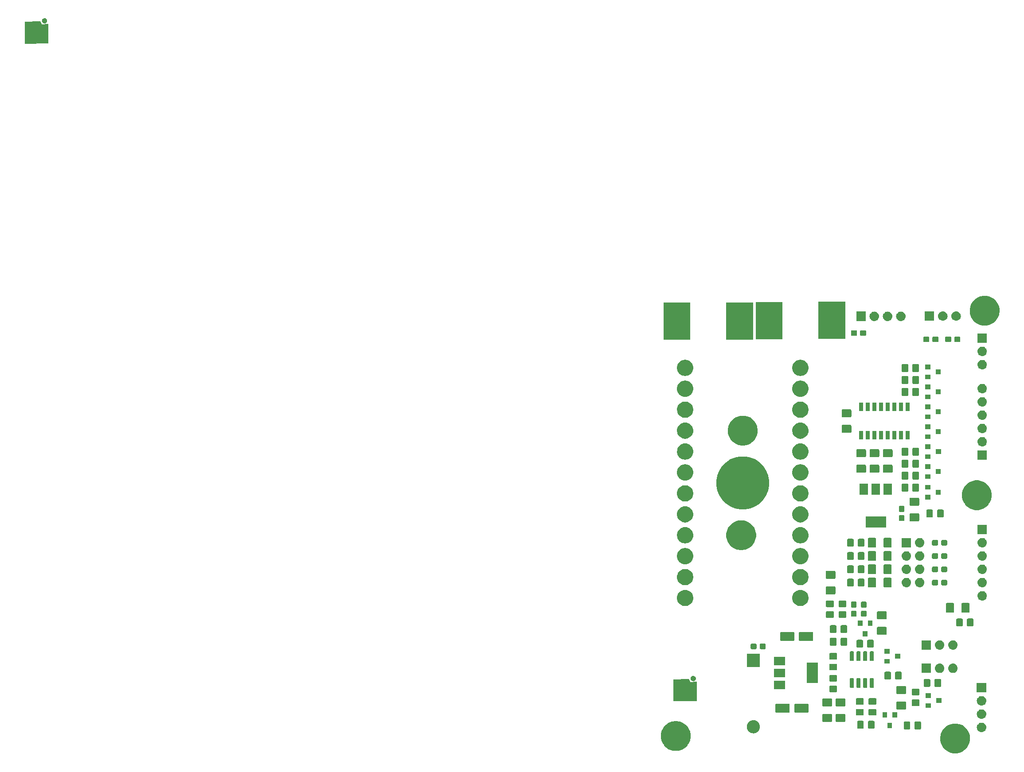
<source format=gbr>
G04 #@! TF.GenerationSoftware,KiCad,Pcbnew,5.1.1*
G04 #@! TF.CreationDate,2019-05-21T09:35:37+02:00*
G04 #@! TF.ProjectId,lunchbox-adapter,6c756e63-6862-46f7-982d-616461707465,rev?*
G04 #@! TF.SameCoordinates,PX6d20478PY83c6600*
G04 #@! TF.FileFunction,Soldermask,Top*
G04 #@! TF.FilePolarity,Negative*
%FSLAX46Y46*%
G04 Gerber Fmt 4.6, Leading zero omitted, Abs format (unit mm)*
G04 Created by KiCad (PCBNEW 5.1.1) date 2019-05-21 09:35:37*
%MOMM*%
%LPD*%
G04 APERTURE LIST*
%ADD10C,0.100000*%
%ADD11C,0.010000*%
G04 APERTURE END LIST*
D10*
G36*
X3365500Y14770100D02*
G01*
X3365500Y10655300D01*
X7759700Y10731500D01*
X7810500Y14312900D01*
X6616700Y14236700D01*
X6235700Y14846300D01*
X3365500Y14770100D01*
G37*
X3365500Y14770100D02*
X3365500Y10655300D01*
X7759700Y10731500D01*
X7810500Y14312900D01*
X6616700Y14236700D01*
X6235700Y14846300D01*
X3365500Y14770100D01*
D11*
G36*
X7188457Y15432129D02*
G01*
X7284732Y15407891D01*
X7371316Y15365059D01*
X7446127Y15305281D01*
X7507082Y15230206D01*
X7552101Y15141480D01*
X7578364Y15045170D01*
X7584214Y14947905D01*
X7569360Y14854046D01*
X7535660Y14766189D01*
X7484972Y14686930D01*
X7419155Y14618864D01*
X7340066Y14564588D01*
X7249566Y14526698D01*
X7198300Y14514274D01*
X7153802Y14506753D01*
X7119501Y14503781D01*
X7086540Y14505606D01*
X7046066Y14512475D01*
X7012969Y14519450D01*
X6919553Y14550959D01*
X6835881Y14602083D01*
X6763835Y14671271D01*
X6705300Y14756972D01*
X6691352Y14784211D01*
X6674914Y14820578D01*
X6664606Y14851118D01*
X6659040Y14883250D01*
X6656831Y14924393D01*
X6656552Y14970478D01*
X6660639Y15054835D01*
X6674054Y15124114D01*
X6699244Y15184739D01*
X6738654Y15243133D01*
X6777202Y15287398D01*
X6849094Y15353216D01*
X6924187Y15398647D01*
X7006938Y15425850D01*
X7084572Y15436124D01*
X7188457Y15432129D01*
X7188457Y15432129D01*
G37*
X7188457Y15432129D02*
X7284732Y15407891D01*
X7371316Y15365059D01*
X7446127Y15305281D01*
X7507082Y15230206D01*
X7552101Y15141480D01*
X7578364Y15045170D01*
X7584214Y14947905D01*
X7569360Y14854046D01*
X7535660Y14766189D01*
X7484972Y14686930D01*
X7419155Y14618864D01*
X7340066Y14564588D01*
X7249566Y14526698D01*
X7198300Y14514274D01*
X7153802Y14506753D01*
X7119501Y14503781D01*
X7086540Y14505606D01*
X7046066Y14512475D01*
X7012969Y14519450D01*
X6919553Y14550959D01*
X6835881Y14602083D01*
X6763835Y14671271D01*
X6705300Y14756972D01*
X6691352Y14784211D01*
X6674914Y14820578D01*
X6664606Y14851118D01*
X6659040Y14883250D01*
X6656831Y14924393D01*
X6656552Y14970478D01*
X6660639Y15054835D01*
X6674054Y15124114D01*
X6699244Y15184739D01*
X6738654Y15243133D01*
X6777202Y15287398D01*
X6849094Y15353216D01*
X6924187Y15398647D01*
X7006938Y15425850D01*
X7084572Y15436124D01*
X7188457Y15432129D01*
G36*
X-116700043Y141149429D02*
G01*
X-116603768Y141125191D01*
X-116517184Y141082359D01*
X-116442373Y141022581D01*
X-116381418Y140947506D01*
X-116336399Y140858780D01*
X-116310136Y140762470D01*
X-116304286Y140665205D01*
X-116319140Y140571346D01*
X-116352840Y140483489D01*
X-116403528Y140404230D01*
X-116469345Y140336164D01*
X-116548434Y140281888D01*
X-116638934Y140243998D01*
X-116690200Y140231574D01*
X-116734698Y140224053D01*
X-116768999Y140221081D01*
X-116801960Y140222906D01*
X-116842434Y140229775D01*
X-116875531Y140236750D01*
X-116968947Y140268259D01*
X-117052619Y140319383D01*
X-117124665Y140388571D01*
X-117183200Y140474272D01*
X-117197148Y140501511D01*
X-117213586Y140537878D01*
X-117223894Y140568418D01*
X-117229460Y140600550D01*
X-117231669Y140641693D01*
X-117231948Y140687778D01*
X-117227861Y140772135D01*
X-117214446Y140841414D01*
X-117189256Y140902039D01*
X-117149846Y140960433D01*
X-117111298Y141004698D01*
X-117039406Y141070516D01*
X-116964313Y141115947D01*
X-116881562Y141143150D01*
X-116803928Y141153424D01*
X-116700043Y141149429D01*
X-116700043Y141149429D01*
G37*
X-116700043Y141149429D02*
X-116603768Y141125191D01*
X-116517184Y141082359D01*
X-116442373Y141022581D01*
X-116381418Y140947506D01*
X-116336399Y140858780D01*
X-116310136Y140762470D01*
X-116304286Y140665205D01*
X-116319140Y140571346D01*
X-116352840Y140483489D01*
X-116403528Y140404230D01*
X-116469345Y140336164D01*
X-116548434Y140281888D01*
X-116638934Y140243998D01*
X-116690200Y140231574D01*
X-116734698Y140224053D01*
X-116768999Y140221081D01*
X-116801960Y140222906D01*
X-116842434Y140229775D01*
X-116875531Y140236750D01*
X-116968947Y140268259D01*
X-117052619Y140319383D01*
X-117124665Y140388571D01*
X-117183200Y140474272D01*
X-117197148Y140501511D01*
X-117213586Y140537878D01*
X-117223894Y140568418D01*
X-117229460Y140600550D01*
X-117231669Y140641693D01*
X-117231948Y140687778D01*
X-117227861Y140772135D01*
X-117214446Y140841414D01*
X-117189256Y140902039D01*
X-117149846Y140960433D01*
X-117111298Y141004698D01*
X-117039406Y141070516D01*
X-116964313Y141115947D01*
X-116881562Y141143150D01*
X-116803928Y141153424D01*
X-116700043Y141149429D01*
D10*
G36*
X-120523000Y140487400D02*
G01*
X-120523000Y136372600D01*
X-116128800Y136448800D01*
X-116078000Y140030200D01*
X-117271800Y139954000D01*
X-117652800Y140563600D01*
X-120523000Y140487400D01*
G37*
X-120523000Y140487400D02*
X-120523000Y136372600D01*
X-116128800Y136448800D01*
X-116078000Y140030200D01*
X-117271800Y139954000D01*
X-117652800Y140563600D01*
X-120523000Y140487400D01*
G36*
X58019706Y6221238D02*
G01*
X58538555Y6006324D01*
X58900279Y5764627D01*
X59005506Y5694317D01*
X59402617Y5297206D01*
X59415816Y5277452D01*
X59714624Y4830255D01*
X59929538Y4311406D01*
X59984319Y4036002D01*
X60039100Y3760600D01*
X60039100Y3199000D01*
X59929538Y2648194D01*
X59714624Y2129345D01*
X59402616Y1662393D01*
X59005507Y1265284D01*
X58538555Y953276D01*
X58019706Y738362D01*
X57468900Y628800D01*
X56907300Y628800D01*
X56356494Y738362D01*
X55837645Y953276D01*
X55370693Y1265284D01*
X54973584Y1662393D01*
X54661576Y2129345D01*
X54446662Y2648194D01*
X54337100Y3199000D01*
X54337100Y3760600D01*
X54391881Y4036002D01*
X54446662Y4311406D01*
X54661576Y4830255D01*
X54960384Y5277452D01*
X54973583Y5297206D01*
X55370694Y5694317D01*
X55475921Y5764627D01*
X55837645Y6006324D01*
X56356494Y6221238D01*
X56907300Y6330800D01*
X57468900Y6330800D01*
X58019706Y6221238D01*
X58019706Y6221238D01*
G37*
G36*
X4284520Y6754519D02*
G01*
X4667006Y6678438D01*
X5185855Y6463524D01*
X5652807Y6151516D01*
X6049916Y5754407D01*
X6361924Y5287455D01*
X6553011Y4826129D01*
X6576838Y4768605D01*
X6667781Y4311406D01*
X6686400Y4217799D01*
X6686400Y3656201D01*
X6576838Y3105394D01*
X6361924Y2586545D01*
X6111979Y2212476D01*
X6056434Y2129347D01*
X6049916Y2119593D01*
X5652807Y1722484D01*
X5185855Y1410476D01*
X4667006Y1195562D01*
X4391602Y1140781D01*
X4116200Y1086000D01*
X3554600Y1086000D01*
X3279198Y1140781D01*
X3003794Y1195562D01*
X2484945Y1410476D01*
X2017993Y1722484D01*
X1620884Y2119593D01*
X1614367Y2129347D01*
X1558821Y2212476D01*
X1308876Y2586545D01*
X1093962Y3105394D01*
X984400Y3656201D01*
X984400Y4217799D01*
X1003020Y4311406D01*
X1093962Y4768605D01*
X1117789Y4826129D01*
X1308876Y5287455D01*
X1620884Y5754407D01*
X2017993Y6151516D01*
X2484945Y6463524D01*
X3003794Y6678438D01*
X3386280Y6754519D01*
X3554600Y6788000D01*
X4116200Y6788000D01*
X4284520Y6754519D01*
X4284520Y6754519D01*
G37*
G36*
X18914239Y6947899D02*
G01*
X19150053Y6876366D01*
X19367381Y6760201D01*
X19557871Y6603871D01*
X19714201Y6413381D01*
X19830366Y6196053D01*
X19901899Y5960239D01*
X19926053Y5715000D01*
X19901899Y5469761D01*
X19830366Y5233947D01*
X19714201Y5016619D01*
X19557871Y4826129D01*
X19367381Y4669799D01*
X19150053Y4553634D01*
X18914239Y4482101D01*
X18730457Y4464000D01*
X18607543Y4464000D01*
X18423761Y4482101D01*
X18187947Y4553634D01*
X17970619Y4669799D01*
X17780129Y4826129D01*
X17623799Y5016619D01*
X17507634Y5233947D01*
X17436101Y5469761D01*
X17411947Y5715000D01*
X17436101Y5960239D01*
X17507634Y6196053D01*
X17623799Y6413381D01*
X17780129Y6603871D01*
X17970619Y6760201D01*
X18187947Y6876366D01*
X18423761Y6947899D01*
X18607543Y6966000D01*
X18730457Y6966000D01*
X18914239Y6947899D01*
X18914239Y6947899D01*
G37*
G36*
X62340443Y6482481D02*
G01*
X62406627Y6475963D01*
X62576466Y6424443D01*
X62732991Y6340778D01*
X62745149Y6330800D01*
X62870186Y6228186D01*
X62953448Y6126729D01*
X62982778Y6090991D01*
X63066443Y5934466D01*
X63117963Y5764627D01*
X63135359Y5588000D01*
X63117963Y5411373D01*
X63066443Y5241534D01*
X62982778Y5085009D01*
X62953448Y5049271D01*
X62870186Y4947814D01*
X62768729Y4864552D01*
X62732991Y4835222D01*
X62576466Y4751557D01*
X62406627Y4700037D01*
X62340442Y4693518D01*
X62274260Y4687000D01*
X62185740Y4687000D01*
X62119558Y4693518D01*
X62053373Y4700037D01*
X61883534Y4751557D01*
X61727009Y4835222D01*
X61691271Y4864552D01*
X61589814Y4947814D01*
X61506552Y5049271D01*
X61477222Y5085009D01*
X61393557Y5241534D01*
X61342037Y5411373D01*
X61324641Y5588000D01*
X61342037Y5764627D01*
X61393557Y5934466D01*
X61477222Y6090991D01*
X61506552Y6126729D01*
X61589814Y6228186D01*
X61714851Y6330800D01*
X61727009Y6340778D01*
X61883534Y6424443D01*
X62053373Y6475963D01*
X62119557Y6482481D01*
X62185740Y6489000D01*
X62274260Y6489000D01*
X62340443Y6482481D01*
X62340443Y6482481D01*
G37*
G36*
X50510674Y6715535D02*
G01*
X50548367Y6704101D01*
X50583103Y6685534D01*
X50613548Y6660548D01*
X50638534Y6630103D01*
X50657101Y6595367D01*
X50668535Y6557674D01*
X50673000Y6512339D01*
X50673000Y5425661D01*
X50668535Y5380326D01*
X50657101Y5342633D01*
X50638534Y5307897D01*
X50613548Y5277452D01*
X50583103Y5252466D01*
X50548367Y5233899D01*
X50510674Y5222465D01*
X50465339Y5218000D01*
X49628661Y5218000D01*
X49583326Y5222465D01*
X49545633Y5233899D01*
X49510897Y5252466D01*
X49480452Y5277452D01*
X49455466Y5307897D01*
X49436899Y5342633D01*
X49425465Y5380326D01*
X49421000Y5425661D01*
X49421000Y6512339D01*
X49425465Y6557674D01*
X49436899Y6595367D01*
X49455466Y6630103D01*
X49480452Y6660548D01*
X49510897Y6685534D01*
X49545633Y6704101D01*
X49583326Y6715535D01*
X49628661Y6720000D01*
X50465339Y6720000D01*
X50510674Y6715535D01*
X50510674Y6715535D01*
G37*
G36*
X48460674Y6715535D02*
G01*
X48498367Y6704101D01*
X48533103Y6685534D01*
X48563548Y6660548D01*
X48588534Y6630103D01*
X48607101Y6595367D01*
X48618535Y6557674D01*
X48623000Y6512339D01*
X48623000Y5425661D01*
X48618535Y5380326D01*
X48607101Y5342633D01*
X48588534Y5307897D01*
X48563548Y5277452D01*
X48533103Y5252466D01*
X48498367Y5233899D01*
X48460674Y5222465D01*
X48415339Y5218000D01*
X47578661Y5218000D01*
X47533326Y5222465D01*
X47495633Y5233899D01*
X47460897Y5252466D01*
X47430452Y5277452D01*
X47405466Y5307897D01*
X47386899Y5342633D01*
X47375465Y5380326D01*
X47371000Y5425661D01*
X47371000Y6512339D01*
X47375465Y6557674D01*
X47386899Y6595367D01*
X47405466Y6630103D01*
X47430452Y6660548D01*
X47460897Y6685534D01*
X47495633Y6704101D01*
X47533326Y6715535D01*
X47578661Y6720000D01*
X48415339Y6720000D01*
X48460674Y6715535D01*
X48460674Y6715535D01*
G37*
G36*
X39570674Y6842535D02*
G01*
X39608367Y6831101D01*
X39643103Y6812534D01*
X39673548Y6787548D01*
X39698534Y6757103D01*
X39717101Y6722367D01*
X39728535Y6684674D01*
X39733000Y6639339D01*
X39733000Y5552661D01*
X39728535Y5507326D01*
X39717101Y5469633D01*
X39698534Y5434897D01*
X39673548Y5404452D01*
X39643103Y5379466D01*
X39608367Y5360899D01*
X39570674Y5349465D01*
X39525339Y5345000D01*
X38688661Y5345000D01*
X38643326Y5349465D01*
X38605633Y5360899D01*
X38570897Y5379466D01*
X38540452Y5404452D01*
X38515466Y5434897D01*
X38496899Y5469633D01*
X38485465Y5507326D01*
X38481000Y5552661D01*
X38481000Y6639339D01*
X38485465Y6684674D01*
X38496899Y6722367D01*
X38515466Y6757103D01*
X38540452Y6787548D01*
X38570897Y6812534D01*
X38605633Y6831101D01*
X38643326Y6842535D01*
X38688661Y6847000D01*
X39525339Y6847000D01*
X39570674Y6842535D01*
X39570674Y6842535D01*
G37*
G36*
X41620674Y6842535D02*
G01*
X41658367Y6831101D01*
X41693103Y6812534D01*
X41723548Y6787548D01*
X41748534Y6757103D01*
X41767101Y6722367D01*
X41778535Y6684674D01*
X41783000Y6639339D01*
X41783000Y5552661D01*
X41778535Y5507326D01*
X41767101Y5469633D01*
X41748534Y5434897D01*
X41723548Y5404452D01*
X41693103Y5379466D01*
X41658367Y5360899D01*
X41620674Y5349465D01*
X41575339Y5345000D01*
X40738661Y5345000D01*
X40693326Y5349465D01*
X40655633Y5360899D01*
X40620897Y5379466D01*
X40590452Y5404452D01*
X40565466Y5434897D01*
X40546899Y5469633D01*
X40535465Y5507326D01*
X40531000Y5552661D01*
X40531000Y6639339D01*
X40535465Y6684674D01*
X40546899Y6722367D01*
X40565466Y6757103D01*
X40590452Y6787548D01*
X40620897Y6812534D01*
X40655633Y6831101D01*
X40693326Y6842535D01*
X40738661Y6847000D01*
X41575339Y6847000D01*
X41620674Y6842535D01*
X41620674Y6842535D01*
G37*
G36*
X45155000Y5484000D02*
G01*
X44253000Y5484000D01*
X44253000Y6486000D01*
X45155000Y6486000D01*
X45155000Y5484000D01*
X45155000Y5484000D01*
G37*
G36*
X33541562Y8161819D02*
G01*
X33576481Y8151226D01*
X33608663Y8134024D01*
X33636873Y8110873D01*
X33660024Y8082663D01*
X33677226Y8050481D01*
X33687819Y8015562D01*
X33692000Y7973105D01*
X33692000Y6831895D01*
X33687819Y6789438D01*
X33677226Y6754519D01*
X33660024Y6722337D01*
X33636873Y6694127D01*
X33608663Y6670976D01*
X33576481Y6653774D01*
X33541562Y6643181D01*
X33499105Y6639000D01*
X32032895Y6639000D01*
X31990438Y6643181D01*
X31955519Y6653774D01*
X31923337Y6670976D01*
X31895127Y6694127D01*
X31871976Y6722337D01*
X31854774Y6754519D01*
X31844181Y6789438D01*
X31840000Y6831895D01*
X31840000Y7973105D01*
X31844181Y8015562D01*
X31854774Y8050481D01*
X31871976Y8082663D01*
X31895127Y8110873D01*
X31923337Y8134024D01*
X31955519Y8151226D01*
X31990438Y8161819D01*
X32032895Y8166000D01*
X33499105Y8166000D01*
X33541562Y8161819D01*
X33541562Y8161819D01*
G37*
G36*
X36081562Y8161819D02*
G01*
X36116481Y8151226D01*
X36148663Y8134024D01*
X36176873Y8110873D01*
X36200024Y8082663D01*
X36217226Y8050481D01*
X36227819Y8015562D01*
X36232000Y7973105D01*
X36232000Y6831895D01*
X36227819Y6789438D01*
X36217226Y6754519D01*
X36200024Y6722337D01*
X36176873Y6694127D01*
X36148663Y6670976D01*
X36116481Y6653774D01*
X36081562Y6643181D01*
X36039105Y6639000D01*
X34572895Y6639000D01*
X34530438Y6643181D01*
X34495519Y6653774D01*
X34463337Y6670976D01*
X34435127Y6694127D01*
X34411976Y6722337D01*
X34394774Y6754519D01*
X34384181Y6789438D01*
X34380000Y6831895D01*
X34380000Y7973105D01*
X34384181Y8015562D01*
X34394774Y8050481D01*
X34411976Y8082663D01*
X34435127Y8110873D01*
X34463337Y8134024D01*
X34495519Y8151226D01*
X34530438Y8161819D01*
X34572895Y8166000D01*
X36039105Y8166000D01*
X36081562Y8161819D01*
X36081562Y8161819D01*
G37*
G36*
X62340443Y9022481D02*
G01*
X62406627Y9015963D01*
X62576466Y8964443D01*
X62732991Y8880778D01*
X62765831Y8853827D01*
X62870186Y8768186D01*
X62937685Y8685937D01*
X62982778Y8630991D01*
X63066443Y8474466D01*
X63117963Y8304627D01*
X63135359Y8128000D01*
X63117963Y7951373D01*
X63066443Y7781534D01*
X62982778Y7625009D01*
X62953448Y7589271D01*
X62870186Y7487814D01*
X62768729Y7404552D01*
X62732991Y7375222D01*
X62576466Y7291557D01*
X62406627Y7240037D01*
X62340443Y7233519D01*
X62274260Y7227000D01*
X62185740Y7227000D01*
X62119557Y7233519D01*
X62053373Y7240037D01*
X61883534Y7291557D01*
X61727009Y7375222D01*
X61691271Y7404552D01*
X61589814Y7487814D01*
X61506552Y7589271D01*
X61477222Y7625009D01*
X61393557Y7781534D01*
X61342037Y7951373D01*
X61324641Y8128000D01*
X61342037Y8304627D01*
X61393557Y8474466D01*
X61477222Y8630991D01*
X61522315Y8685937D01*
X61589814Y8768186D01*
X61694169Y8853827D01*
X61727009Y8880778D01*
X61883534Y8964443D01*
X62053373Y9015963D01*
X62119557Y9022481D01*
X62185740Y9029000D01*
X62274260Y9029000D01*
X62340443Y9022481D01*
X62340443Y9022481D01*
G37*
G36*
X44205000Y7484000D02*
G01*
X43303000Y7484000D01*
X43303000Y8486000D01*
X44205000Y8486000D01*
X44205000Y7484000D01*
X44205000Y7484000D01*
G37*
G36*
X46105000Y7484000D02*
G01*
X45203000Y7484000D01*
X45203000Y8486000D01*
X46105000Y8486000D01*
X46105000Y7484000D01*
X46105000Y7484000D01*
G37*
G36*
X41990674Y9121535D02*
G01*
X42028367Y9110101D01*
X42063103Y9091534D01*
X42093548Y9066548D01*
X42118534Y9036103D01*
X42137101Y9001367D01*
X42148535Y8963674D01*
X42153000Y8918339D01*
X42153000Y8081661D01*
X42148535Y8036326D01*
X42137101Y7998633D01*
X42118534Y7963897D01*
X42093548Y7933452D01*
X42063103Y7908466D01*
X42028367Y7889899D01*
X41990674Y7878465D01*
X41945339Y7874000D01*
X40858661Y7874000D01*
X40813326Y7878465D01*
X40775633Y7889899D01*
X40740897Y7908466D01*
X40710452Y7933452D01*
X40685466Y7963897D01*
X40666899Y7998633D01*
X40655465Y8036326D01*
X40651000Y8081661D01*
X40651000Y8918339D01*
X40655465Y8963674D01*
X40666899Y9001367D01*
X40685466Y9036103D01*
X40710452Y9066548D01*
X40740897Y9091534D01*
X40775633Y9110101D01*
X40813326Y9121535D01*
X40858661Y9126000D01*
X41945339Y9126000D01*
X41990674Y9121535D01*
X41990674Y9121535D01*
G37*
G36*
X39577674Y9121535D02*
G01*
X39615367Y9110101D01*
X39650103Y9091534D01*
X39680548Y9066548D01*
X39705534Y9036103D01*
X39724101Y9001367D01*
X39735535Y8963674D01*
X39740000Y8918339D01*
X39740000Y8081661D01*
X39735535Y8036326D01*
X39724101Y7998633D01*
X39705534Y7963897D01*
X39680548Y7933452D01*
X39650103Y7908466D01*
X39615367Y7889899D01*
X39577674Y7878465D01*
X39532339Y7874000D01*
X38445661Y7874000D01*
X38400326Y7878465D01*
X38362633Y7889899D01*
X38327897Y7908466D01*
X38297452Y7933452D01*
X38272466Y7963897D01*
X38253899Y7998633D01*
X38242465Y8036326D01*
X38238000Y8081661D01*
X38238000Y8918339D01*
X38242465Y8963674D01*
X38253899Y9001367D01*
X38272466Y9036103D01*
X38297452Y9066548D01*
X38327897Y9091534D01*
X38362633Y9110101D01*
X38400326Y9121535D01*
X38445661Y9126000D01*
X39532339Y9126000D01*
X39577674Y9121535D01*
X39577674Y9121535D01*
G37*
G36*
X25440997Y10117949D02*
G01*
X25474652Y10107739D01*
X25505665Y10091162D01*
X25532851Y10068851D01*
X25555162Y10041665D01*
X25571739Y10010652D01*
X25581949Y9976997D01*
X25586000Y9935862D01*
X25586000Y8606138D01*
X25581949Y8565003D01*
X25571739Y8531348D01*
X25555162Y8500335D01*
X25532851Y8473149D01*
X25505665Y8450838D01*
X25474652Y8434261D01*
X25440997Y8424051D01*
X25399862Y8420000D01*
X23070138Y8420000D01*
X23029003Y8424051D01*
X22995348Y8434261D01*
X22964335Y8450838D01*
X22937149Y8473149D01*
X22914838Y8500335D01*
X22898261Y8531348D01*
X22888051Y8565003D01*
X22884000Y8606138D01*
X22884000Y9935862D01*
X22888051Y9976997D01*
X22898261Y10010652D01*
X22914838Y10041665D01*
X22937149Y10068851D01*
X22964335Y10091162D01*
X22995348Y10107739D01*
X23029003Y10117949D01*
X23070138Y10122000D01*
X25399862Y10122000D01*
X25440997Y10117949D01*
X25440997Y10117949D01*
G37*
G36*
X29040997Y10117949D02*
G01*
X29074652Y10107739D01*
X29105665Y10091162D01*
X29132851Y10068851D01*
X29155162Y10041665D01*
X29171739Y10010652D01*
X29181949Y9976997D01*
X29186000Y9935862D01*
X29186000Y8606138D01*
X29181949Y8565003D01*
X29171739Y8531348D01*
X29155162Y8500335D01*
X29132851Y8473149D01*
X29105665Y8450838D01*
X29074652Y8434261D01*
X29040997Y8424051D01*
X28999862Y8420000D01*
X26670138Y8420000D01*
X26629003Y8424051D01*
X26595348Y8434261D01*
X26564335Y8450838D01*
X26537149Y8473149D01*
X26514838Y8500335D01*
X26498261Y8531348D01*
X26488051Y8565003D01*
X26484000Y8606138D01*
X26484000Y9935862D01*
X26488051Y9976997D01*
X26498261Y10010652D01*
X26514838Y10041665D01*
X26537149Y10068851D01*
X26564335Y10091162D01*
X26595348Y10107739D01*
X26629003Y10117949D01*
X26670138Y10122000D01*
X28999862Y10122000D01*
X29040997Y10117949D01*
X29040997Y10117949D01*
G37*
G36*
X47689362Y10524019D02*
G01*
X47724281Y10513426D01*
X47756463Y10496224D01*
X47784673Y10473073D01*
X47807824Y10444863D01*
X47825026Y10412681D01*
X47835619Y10377762D01*
X47839800Y10335305D01*
X47839800Y9194095D01*
X47835619Y9151638D01*
X47825026Y9116719D01*
X47807824Y9084537D01*
X47784673Y9056327D01*
X47756463Y9033176D01*
X47724281Y9015974D01*
X47689362Y9005381D01*
X47646905Y9001200D01*
X46180695Y9001200D01*
X46138238Y9005381D01*
X46103319Y9015974D01*
X46071137Y9033176D01*
X46042927Y9056327D01*
X46019776Y9084537D01*
X46002574Y9116719D01*
X45991981Y9151638D01*
X45987800Y9194095D01*
X45987800Y10335305D01*
X45991981Y10377762D01*
X46002574Y10412681D01*
X46019776Y10444863D01*
X46042927Y10473073D01*
X46071137Y10496224D01*
X46103319Y10513426D01*
X46138238Y10524019D01*
X46180695Y10528200D01*
X47646905Y10528200D01*
X47689362Y10524019D01*
X47689362Y10524019D01*
G37*
G36*
X52574300Y9317800D02*
G01*
X51572300Y9317800D01*
X51572300Y10219800D01*
X52574300Y10219800D01*
X52574300Y9317800D01*
X52574300Y9317800D01*
G37*
G36*
X36081562Y11136819D02*
G01*
X36116481Y11126226D01*
X36148663Y11109024D01*
X36176873Y11085873D01*
X36200024Y11057663D01*
X36217226Y11025481D01*
X36227819Y10990562D01*
X36232000Y10948105D01*
X36232000Y9806895D01*
X36227819Y9764438D01*
X36217226Y9729519D01*
X36200024Y9697337D01*
X36176873Y9669127D01*
X36148663Y9645976D01*
X36116481Y9628774D01*
X36081562Y9618181D01*
X36039105Y9614000D01*
X34572895Y9614000D01*
X34530438Y9618181D01*
X34495519Y9628774D01*
X34463337Y9645976D01*
X34435127Y9669127D01*
X34411976Y9697337D01*
X34394774Y9729519D01*
X34384181Y9764438D01*
X34380000Y9806895D01*
X34380000Y10948105D01*
X34384181Y10990562D01*
X34394774Y11025481D01*
X34411976Y11057663D01*
X34435127Y11085873D01*
X34463337Y11109024D01*
X34495519Y11126226D01*
X34530438Y11136819D01*
X34572895Y11141000D01*
X36039105Y11141000D01*
X36081562Y11136819D01*
X36081562Y11136819D01*
G37*
G36*
X33541562Y11136819D02*
G01*
X33576481Y11126226D01*
X33608663Y11109024D01*
X33636873Y11085873D01*
X33660024Y11057663D01*
X33677226Y11025481D01*
X33687819Y10990562D01*
X33692000Y10948105D01*
X33692000Y9806895D01*
X33687819Y9764438D01*
X33677226Y9729519D01*
X33660024Y9697337D01*
X33636873Y9669127D01*
X33608663Y9645976D01*
X33576481Y9628774D01*
X33541562Y9618181D01*
X33499105Y9614000D01*
X32032895Y9614000D01*
X31990438Y9618181D01*
X31955519Y9628774D01*
X31923337Y9645976D01*
X31895127Y9669127D01*
X31871976Y9697337D01*
X31854774Y9729519D01*
X31844181Y9764438D01*
X31840000Y9806895D01*
X31840000Y10948105D01*
X31844181Y10990562D01*
X31854774Y11025481D01*
X31871976Y11057663D01*
X31895127Y11085873D01*
X31923337Y11109024D01*
X31955519Y11126226D01*
X31990438Y11136819D01*
X32032895Y11141000D01*
X33499105Y11141000D01*
X33541562Y11136819D01*
X33541562Y11136819D01*
G37*
G36*
X50245674Y10924935D02*
G01*
X50283367Y10913501D01*
X50318103Y10894934D01*
X50348548Y10869948D01*
X50373534Y10839503D01*
X50392101Y10804767D01*
X50403535Y10767074D01*
X50408000Y10721739D01*
X50408000Y9885061D01*
X50403535Y9839726D01*
X50392101Y9802033D01*
X50373534Y9767297D01*
X50348548Y9736852D01*
X50318103Y9711866D01*
X50283367Y9693299D01*
X50245674Y9681865D01*
X50200339Y9677400D01*
X49113661Y9677400D01*
X49068326Y9681865D01*
X49030633Y9693299D01*
X48995897Y9711866D01*
X48965452Y9736852D01*
X48940466Y9767297D01*
X48921899Y9802033D01*
X48910465Y9839726D01*
X48906000Y9885061D01*
X48906000Y10721739D01*
X48910465Y10767074D01*
X48921899Y10804767D01*
X48940466Y10839503D01*
X48965452Y10869948D01*
X48995897Y10894934D01*
X49030633Y10913501D01*
X49068326Y10924935D01*
X49113661Y10929400D01*
X50200339Y10929400D01*
X50245674Y10924935D01*
X50245674Y10924935D01*
G37*
G36*
X62340442Y11562482D02*
G01*
X62406627Y11555963D01*
X62576466Y11504443D01*
X62732991Y11420778D01*
X62768729Y11391448D01*
X62870186Y11308186D01*
X62944363Y11217800D01*
X62982778Y11170991D01*
X63066443Y11014466D01*
X63117963Y10844627D01*
X63135359Y10668000D01*
X63117963Y10491373D01*
X63066443Y10321534D01*
X62982778Y10165009D01*
X62964777Y10143075D01*
X62870186Y10027814D01*
X62774848Y9949573D01*
X62732991Y9915222D01*
X62576466Y9831557D01*
X62406627Y9780037D01*
X62340443Y9773519D01*
X62274260Y9767000D01*
X62185740Y9767000D01*
X62119557Y9773519D01*
X62053373Y9780037D01*
X61883534Y9831557D01*
X61727009Y9915222D01*
X61685152Y9949573D01*
X61589814Y10027814D01*
X61495223Y10143075D01*
X61477222Y10165009D01*
X61393557Y10321534D01*
X61342037Y10491373D01*
X61324641Y10668000D01*
X61342037Y10844627D01*
X61393557Y11014466D01*
X61477222Y11170991D01*
X61515637Y11217800D01*
X61589814Y11308186D01*
X61691271Y11391448D01*
X61727009Y11420778D01*
X61883534Y11504443D01*
X62053373Y11555963D01*
X62119558Y11562482D01*
X62185740Y11569000D01*
X62274260Y11569000D01*
X62340442Y11562482D01*
X62340442Y11562482D01*
G37*
G36*
X39577674Y11171535D02*
G01*
X39615367Y11160101D01*
X39650103Y11141534D01*
X39680548Y11116548D01*
X39705534Y11086103D01*
X39724101Y11051367D01*
X39735535Y11013674D01*
X39740000Y10968339D01*
X39740000Y10131661D01*
X39735535Y10086326D01*
X39724101Y10048633D01*
X39705534Y10013897D01*
X39680548Y9983452D01*
X39650103Y9958466D01*
X39615367Y9939899D01*
X39577674Y9928465D01*
X39532339Y9924000D01*
X38445661Y9924000D01*
X38400326Y9928465D01*
X38362633Y9939899D01*
X38327897Y9958466D01*
X38297452Y9983452D01*
X38272466Y10013897D01*
X38253899Y10048633D01*
X38242465Y10086326D01*
X38238000Y10131661D01*
X38238000Y10968339D01*
X38242465Y11013674D01*
X38253899Y11051367D01*
X38272466Y11086103D01*
X38297452Y11116548D01*
X38327897Y11141534D01*
X38362633Y11160101D01*
X38400326Y11171535D01*
X38445661Y11176000D01*
X39532339Y11176000D01*
X39577674Y11171535D01*
X39577674Y11171535D01*
G37*
G36*
X41990674Y11171535D02*
G01*
X42028367Y11160101D01*
X42063103Y11141534D01*
X42093548Y11116548D01*
X42118534Y11086103D01*
X42137101Y11051367D01*
X42148535Y11013674D01*
X42153000Y10968339D01*
X42153000Y10131661D01*
X42148535Y10086326D01*
X42137101Y10048633D01*
X42118534Y10013897D01*
X42093548Y9983452D01*
X42063103Y9958466D01*
X42028367Y9939899D01*
X41990674Y9928465D01*
X41945339Y9924000D01*
X40858661Y9924000D01*
X40813326Y9928465D01*
X40775633Y9939899D01*
X40740897Y9958466D01*
X40710452Y9983452D01*
X40685466Y10013897D01*
X40666899Y10048633D01*
X40655465Y10086326D01*
X40651000Y10131661D01*
X40651000Y10968339D01*
X40655465Y11013674D01*
X40666899Y11051367D01*
X40685466Y11086103D01*
X40710452Y11116548D01*
X40740897Y11141534D01*
X40775633Y11160101D01*
X40813326Y11171535D01*
X40858661Y11176000D01*
X41945339Y11176000D01*
X41990674Y11171535D01*
X41990674Y11171535D01*
G37*
G36*
X54574300Y10267800D02*
G01*
X53572300Y10267800D01*
X53572300Y11169800D01*
X54574300Y11169800D01*
X54574300Y10267800D01*
X54574300Y10267800D01*
G37*
G36*
X52574300Y11217800D02*
G01*
X51572300Y11217800D01*
X51572300Y12119800D01*
X52574300Y12119800D01*
X52574300Y11217800D01*
X52574300Y11217800D01*
G37*
G36*
X50245674Y12974935D02*
G01*
X50283367Y12963501D01*
X50318103Y12944934D01*
X50348548Y12919948D01*
X50373534Y12889503D01*
X50392101Y12854767D01*
X50403535Y12817074D01*
X50408000Y12771739D01*
X50408000Y11935061D01*
X50403535Y11889726D01*
X50392101Y11852033D01*
X50373534Y11817297D01*
X50348548Y11786852D01*
X50318103Y11761866D01*
X50283367Y11743299D01*
X50245674Y11731865D01*
X50200339Y11727400D01*
X49113661Y11727400D01*
X49068326Y11731865D01*
X49030633Y11743299D01*
X48995897Y11761866D01*
X48965452Y11786852D01*
X48940466Y11817297D01*
X48921899Y11852033D01*
X48910465Y11889726D01*
X48906000Y11935061D01*
X48906000Y12771739D01*
X48910465Y12817074D01*
X48921899Y12854767D01*
X48940466Y12889503D01*
X48965452Y12919948D01*
X48995897Y12944934D01*
X49030633Y12963501D01*
X49068326Y12974935D01*
X49113661Y12979400D01*
X50200339Y12979400D01*
X50245674Y12974935D01*
X50245674Y12974935D01*
G37*
G36*
X47689362Y13499019D02*
G01*
X47724281Y13488426D01*
X47756463Y13471224D01*
X47784673Y13448073D01*
X47807824Y13419863D01*
X47825026Y13387681D01*
X47835619Y13352762D01*
X47839800Y13310305D01*
X47839800Y12169095D01*
X47835619Y12126638D01*
X47825026Y12091719D01*
X47807824Y12059537D01*
X47784673Y12031327D01*
X47756463Y12008176D01*
X47724281Y11990974D01*
X47689362Y11980381D01*
X47646905Y11976200D01*
X46180695Y11976200D01*
X46138238Y11980381D01*
X46103319Y11990974D01*
X46071137Y12008176D01*
X46042927Y12031327D01*
X46019776Y12059537D01*
X46002574Y12091719D01*
X45991981Y12126638D01*
X45987800Y12169095D01*
X45987800Y13310305D01*
X45991981Y13352762D01*
X46002574Y13387681D01*
X46019776Y13419863D01*
X46042927Y13448073D01*
X46071137Y13471224D01*
X46103319Y13488426D01*
X46138238Y13499019D01*
X46180695Y13503200D01*
X47646905Y13503200D01*
X47689362Y13499019D01*
X47689362Y13499019D01*
G37*
G36*
X63131000Y12307000D02*
G01*
X61329000Y12307000D01*
X61329000Y14109000D01*
X63131000Y14109000D01*
X63131000Y12307000D01*
X63131000Y12307000D01*
G37*
G36*
X34497674Y13566535D02*
G01*
X34535367Y13555101D01*
X34570103Y13536534D01*
X34600548Y13511548D01*
X34625534Y13481103D01*
X34644101Y13446367D01*
X34655535Y13408674D01*
X34660000Y13363339D01*
X34660000Y12526661D01*
X34655535Y12481326D01*
X34644101Y12443633D01*
X34625534Y12408897D01*
X34600548Y12378452D01*
X34570103Y12353466D01*
X34535367Y12334899D01*
X34497674Y12323465D01*
X34452339Y12319000D01*
X33365661Y12319000D01*
X33320326Y12323465D01*
X33282633Y12334899D01*
X33247897Y12353466D01*
X33217452Y12378452D01*
X33192466Y12408897D01*
X33173899Y12443633D01*
X33162465Y12481326D01*
X33158000Y12526661D01*
X33158000Y13363339D01*
X33162465Y13408674D01*
X33173899Y13446367D01*
X33192466Y13481103D01*
X33217452Y13511548D01*
X33247897Y13536534D01*
X33282633Y13555101D01*
X33320326Y13566535D01*
X33365661Y13571000D01*
X34452339Y13571000D01*
X34497674Y13566535D01*
X34497674Y13566535D01*
G37*
G36*
X24698000Y12901000D02*
G01*
X22596000Y12901000D01*
X22596000Y14503000D01*
X24698000Y14503000D01*
X24698000Y12901000D01*
X24698000Y12901000D01*
G37*
G36*
X38994928Y14985236D02*
G01*
X39016009Y14978840D01*
X39035445Y14968452D01*
X39052476Y14954476D01*
X39066452Y14937445D01*
X39076840Y14918009D01*
X39083236Y14896928D01*
X39086000Y14868860D01*
X39086000Y13255140D01*
X39083236Y13227072D01*
X39076840Y13205991D01*
X39066452Y13186555D01*
X39052476Y13169524D01*
X39035445Y13155548D01*
X39016009Y13145160D01*
X38994928Y13138764D01*
X38966860Y13136000D01*
X38503140Y13136000D01*
X38475072Y13138764D01*
X38453991Y13145160D01*
X38434555Y13155548D01*
X38417524Y13169524D01*
X38403548Y13186555D01*
X38393160Y13205991D01*
X38386764Y13227072D01*
X38384000Y13255140D01*
X38384000Y14868860D01*
X38386764Y14896928D01*
X38393160Y14918009D01*
X38403548Y14937445D01*
X38417524Y14954476D01*
X38434555Y14968452D01*
X38453991Y14978840D01*
X38475072Y14985236D01*
X38503140Y14988000D01*
X38966860Y14988000D01*
X38994928Y14985236D01*
X38994928Y14985236D01*
G37*
G36*
X41534928Y14985236D02*
G01*
X41556009Y14978840D01*
X41575445Y14968452D01*
X41592476Y14954476D01*
X41606452Y14937445D01*
X41616840Y14918009D01*
X41623236Y14896928D01*
X41626000Y14868860D01*
X41626000Y13255140D01*
X41623236Y13227072D01*
X41616840Y13205991D01*
X41606452Y13186555D01*
X41592476Y13169524D01*
X41575445Y13155548D01*
X41556009Y13145160D01*
X41534928Y13138764D01*
X41506860Y13136000D01*
X41043140Y13136000D01*
X41015072Y13138764D01*
X40993991Y13145160D01*
X40974555Y13155548D01*
X40957524Y13169524D01*
X40943548Y13186555D01*
X40933160Y13205991D01*
X40926764Y13227072D01*
X40924000Y13255140D01*
X40924000Y14868860D01*
X40926764Y14896928D01*
X40933160Y14918009D01*
X40943548Y14937445D01*
X40957524Y14954476D01*
X40974555Y14968452D01*
X40993991Y14978840D01*
X41015072Y14985236D01*
X41043140Y14988000D01*
X41506860Y14988000D01*
X41534928Y14985236D01*
X41534928Y14985236D01*
G37*
G36*
X37724928Y14985236D02*
G01*
X37746009Y14978840D01*
X37765445Y14968452D01*
X37782476Y14954476D01*
X37796452Y14937445D01*
X37806840Y14918009D01*
X37813236Y14896928D01*
X37816000Y14868860D01*
X37816000Y13255140D01*
X37813236Y13227072D01*
X37806840Y13205991D01*
X37796452Y13186555D01*
X37782476Y13169524D01*
X37765445Y13155548D01*
X37746009Y13145160D01*
X37724928Y13138764D01*
X37696860Y13136000D01*
X37233140Y13136000D01*
X37205072Y13138764D01*
X37183991Y13145160D01*
X37164555Y13155548D01*
X37147524Y13169524D01*
X37133548Y13186555D01*
X37123160Y13205991D01*
X37116764Y13227072D01*
X37114000Y13255140D01*
X37114000Y14868860D01*
X37116764Y14896928D01*
X37123160Y14918009D01*
X37133548Y14937445D01*
X37147524Y14954476D01*
X37164555Y14968452D01*
X37183991Y14978840D01*
X37205072Y14985236D01*
X37233140Y14988000D01*
X37696860Y14988000D01*
X37724928Y14985236D01*
X37724928Y14985236D01*
G37*
G36*
X40264928Y14985236D02*
G01*
X40286009Y14978840D01*
X40305445Y14968452D01*
X40322476Y14954476D01*
X40336452Y14937445D01*
X40346840Y14918009D01*
X40353236Y14896928D01*
X40356000Y14868860D01*
X40356000Y13255140D01*
X40353236Y13227072D01*
X40346840Y13205991D01*
X40336452Y13186555D01*
X40322476Y13169524D01*
X40305445Y13155548D01*
X40286009Y13145160D01*
X40264928Y13138764D01*
X40236860Y13136000D01*
X39773140Y13136000D01*
X39745072Y13138764D01*
X39723991Y13145160D01*
X39704555Y13155548D01*
X39687524Y13169524D01*
X39673548Y13186555D01*
X39663160Y13205991D01*
X39656764Y13227072D01*
X39654000Y13255140D01*
X39654000Y14868860D01*
X39656764Y14896928D01*
X39663160Y14918009D01*
X39673548Y14937445D01*
X39687524Y14954476D01*
X39704555Y14968452D01*
X39723991Y14978840D01*
X39745072Y14985236D01*
X39773140Y14988000D01*
X40236860Y14988000D01*
X40264928Y14985236D01*
X40264928Y14985236D01*
G37*
G36*
X52283374Y14843535D02*
G01*
X52321067Y14832101D01*
X52355803Y14813534D01*
X52386248Y14788548D01*
X52411234Y14758103D01*
X52429801Y14723367D01*
X52441235Y14685674D01*
X52445700Y14640339D01*
X52445700Y13553661D01*
X52441235Y13508326D01*
X52429801Y13470633D01*
X52411234Y13435897D01*
X52386248Y13405452D01*
X52355803Y13380466D01*
X52321067Y13361899D01*
X52283374Y13350465D01*
X52238039Y13346000D01*
X51401361Y13346000D01*
X51356026Y13350465D01*
X51318333Y13361899D01*
X51283597Y13380466D01*
X51253152Y13405452D01*
X51228166Y13435897D01*
X51209599Y13470633D01*
X51198165Y13508326D01*
X51193700Y13553661D01*
X51193700Y14640339D01*
X51198165Y14685674D01*
X51209599Y14723367D01*
X51228166Y14758103D01*
X51253152Y14788548D01*
X51283597Y14813534D01*
X51318333Y14832101D01*
X51356026Y14843535D01*
X51401361Y14848000D01*
X52238039Y14848000D01*
X52283374Y14843535D01*
X52283374Y14843535D01*
G37*
G36*
X54333374Y14843535D02*
G01*
X54371067Y14832101D01*
X54405803Y14813534D01*
X54436248Y14788548D01*
X54461234Y14758103D01*
X54479801Y14723367D01*
X54491235Y14685674D01*
X54495700Y14640339D01*
X54495700Y13553661D01*
X54491235Y13508326D01*
X54479801Y13470633D01*
X54461234Y13435897D01*
X54436248Y13405452D01*
X54405803Y13380466D01*
X54371067Y13361899D01*
X54333374Y13350465D01*
X54288039Y13346000D01*
X53451361Y13346000D01*
X53406026Y13350465D01*
X53368333Y13361899D01*
X53333597Y13380466D01*
X53303152Y13405452D01*
X53278166Y13435897D01*
X53259599Y13470633D01*
X53248165Y13508326D01*
X53243700Y13553661D01*
X53243700Y14640339D01*
X53248165Y14685674D01*
X53259599Y14723367D01*
X53278166Y14758103D01*
X53303152Y14788548D01*
X53333597Y14813534D01*
X53368333Y14832101D01*
X53406026Y14843535D01*
X53451361Y14848000D01*
X54288039Y14848000D01*
X54333374Y14843535D01*
X54333374Y14843535D01*
G37*
G36*
X30998000Y14051000D02*
G01*
X28896000Y14051000D01*
X28896000Y17953000D01*
X30998000Y17953000D01*
X30998000Y14051000D01*
X30998000Y14051000D01*
G37*
G36*
X34497674Y15616535D02*
G01*
X34535367Y15605101D01*
X34570103Y15586534D01*
X34600548Y15561548D01*
X34625534Y15531103D01*
X34644101Y15496367D01*
X34655535Y15458674D01*
X34660000Y15413339D01*
X34660000Y14576661D01*
X34655535Y14531326D01*
X34644101Y14493633D01*
X34625534Y14458897D01*
X34600548Y14428452D01*
X34570103Y14403466D01*
X34535367Y14384899D01*
X34497674Y14373465D01*
X34452339Y14369000D01*
X33365661Y14369000D01*
X33320326Y14373465D01*
X33282633Y14384899D01*
X33247897Y14403466D01*
X33217452Y14428452D01*
X33192466Y14458897D01*
X33173899Y14493633D01*
X33162465Y14531326D01*
X33158000Y14576661D01*
X33158000Y15413339D01*
X33162465Y15458674D01*
X33173899Y15496367D01*
X33192466Y15531103D01*
X33217452Y15561548D01*
X33247897Y15586534D01*
X33282633Y15605101D01*
X33320326Y15616535D01*
X33365661Y15621000D01*
X34452339Y15621000D01*
X34497674Y15616535D01*
X34497674Y15616535D01*
G37*
G36*
X46827674Y16240535D02*
G01*
X46865367Y16229101D01*
X46900103Y16210534D01*
X46930548Y16185548D01*
X46955534Y16155103D01*
X46974101Y16120367D01*
X46985535Y16082674D01*
X46990000Y16037339D01*
X46990000Y14950661D01*
X46985535Y14905326D01*
X46974101Y14867633D01*
X46955534Y14832897D01*
X46930548Y14802452D01*
X46900103Y14777466D01*
X46865367Y14758899D01*
X46827674Y14747465D01*
X46782339Y14743000D01*
X45945661Y14743000D01*
X45900326Y14747465D01*
X45862633Y14758899D01*
X45827897Y14777466D01*
X45797452Y14802452D01*
X45772466Y14832897D01*
X45753899Y14867633D01*
X45742465Y14905326D01*
X45738000Y14950661D01*
X45738000Y16037339D01*
X45742465Y16082674D01*
X45753899Y16120367D01*
X45772466Y16155103D01*
X45797452Y16185548D01*
X45827897Y16210534D01*
X45862633Y16229101D01*
X45900326Y16240535D01*
X45945661Y16245000D01*
X46782339Y16245000D01*
X46827674Y16240535D01*
X46827674Y16240535D01*
G37*
G36*
X44777674Y16240535D02*
G01*
X44815367Y16229101D01*
X44850103Y16210534D01*
X44880548Y16185548D01*
X44905534Y16155103D01*
X44924101Y16120367D01*
X44935535Y16082674D01*
X44940000Y16037339D01*
X44940000Y14950661D01*
X44935535Y14905326D01*
X44924101Y14867633D01*
X44905534Y14832897D01*
X44880548Y14802452D01*
X44850103Y14777466D01*
X44815367Y14758899D01*
X44777674Y14747465D01*
X44732339Y14743000D01*
X43895661Y14743000D01*
X43850326Y14747465D01*
X43812633Y14758899D01*
X43777897Y14777466D01*
X43747452Y14802452D01*
X43722466Y14832897D01*
X43703899Y14867633D01*
X43692465Y14905326D01*
X43688000Y14950661D01*
X43688000Y16037339D01*
X43692465Y16082674D01*
X43703899Y16120367D01*
X43722466Y16155103D01*
X43747452Y16185548D01*
X43777897Y16210534D01*
X43812633Y16229101D01*
X43850326Y16240535D01*
X43895661Y16245000D01*
X44732339Y16245000D01*
X44777674Y16240535D01*
X44777674Y16240535D01*
G37*
G36*
X24698000Y15201000D02*
G01*
X22596000Y15201000D01*
X22596000Y16803000D01*
X24698000Y16803000D01*
X24698000Y15201000D01*
X24698000Y15201000D01*
G37*
G36*
X56879443Y17785481D02*
G01*
X56945627Y17778963D01*
X57115466Y17727443D01*
X57271991Y17643778D01*
X57307729Y17614448D01*
X57409186Y17531186D01*
X57492448Y17429729D01*
X57521778Y17393991D01*
X57605443Y17237466D01*
X57656963Y17067627D01*
X57674359Y16891000D01*
X57656963Y16714373D01*
X57605443Y16544534D01*
X57521778Y16388009D01*
X57492448Y16352271D01*
X57409186Y16250814D01*
X57307729Y16167552D01*
X57271991Y16138222D01*
X57115466Y16054557D01*
X56945627Y16003037D01*
X56879442Y15996518D01*
X56813260Y15990000D01*
X56724740Y15990000D01*
X56658558Y15996518D01*
X56592373Y16003037D01*
X56422534Y16054557D01*
X56266009Y16138222D01*
X56230271Y16167552D01*
X56128814Y16250814D01*
X56045552Y16352271D01*
X56016222Y16388009D01*
X55932557Y16544534D01*
X55881037Y16714373D01*
X55863641Y16891000D01*
X55881037Y17067627D01*
X55932557Y17237466D01*
X56016222Y17393991D01*
X56045552Y17429729D01*
X56128814Y17531186D01*
X56230271Y17614448D01*
X56266009Y17643778D01*
X56422534Y17727443D01*
X56592373Y17778963D01*
X56658557Y17785481D01*
X56724740Y17792000D01*
X56813260Y17792000D01*
X56879443Y17785481D01*
X56879443Y17785481D01*
G37*
G36*
X54339443Y17785481D02*
G01*
X54405627Y17778963D01*
X54575466Y17727443D01*
X54731991Y17643778D01*
X54767729Y17614448D01*
X54869186Y17531186D01*
X54952448Y17429729D01*
X54981778Y17393991D01*
X55065443Y17237466D01*
X55116963Y17067627D01*
X55134359Y16891000D01*
X55116963Y16714373D01*
X55065443Y16544534D01*
X54981778Y16388009D01*
X54952448Y16352271D01*
X54869186Y16250814D01*
X54767729Y16167552D01*
X54731991Y16138222D01*
X54575466Y16054557D01*
X54405627Y16003037D01*
X54339442Y15996518D01*
X54273260Y15990000D01*
X54184740Y15990000D01*
X54118558Y15996518D01*
X54052373Y16003037D01*
X53882534Y16054557D01*
X53726009Y16138222D01*
X53690271Y16167552D01*
X53588814Y16250814D01*
X53505552Y16352271D01*
X53476222Y16388009D01*
X53392557Y16544534D01*
X53341037Y16714373D01*
X53323641Y16891000D01*
X53341037Y17067627D01*
X53392557Y17237466D01*
X53476222Y17393991D01*
X53505552Y17429729D01*
X53588814Y17531186D01*
X53690271Y17614448D01*
X53726009Y17643778D01*
X53882534Y17727443D01*
X54052373Y17778963D01*
X54118557Y17785481D01*
X54184740Y17792000D01*
X54273260Y17792000D01*
X54339443Y17785481D01*
X54339443Y17785481D01*
G37*
G36*
X52590000Y15990000D02*
G01*
X50788000Y15990000D01*
X50788000Y17792000D01*
X52590000Y17792000D01*
X52590000Y15990000D01*
X52590000Y15990000D01*
G37*
G36*
X34497674Y17757535D02*
G01*
X34535367Y17746101D01*
X34570103Y17727534D01*
X34600548Y17702548D01*
X34625534Y17672103D01*
X34644101Y17637367D01*
X34655535Y17599674D01*
X34660000Y17554339D01*
X34660000Y16717661D01*
X34655535Y16672326D01*
X34644101Y16634633D01*
X34625534Y16599897D01*
X34600548Y16569452D01*
X34570103Y16544466D01*
X34535367Y16525899D01*
X34497674Y16514465D01*
X34452339Y16510000D01*
X33365661Y16510000D01*
X33320326Y16514465D01*
X33282633Y16525899D01*
X33247897Y16544466D01*
X33217452Y16569452D01*
X33192466Y16599897D01*
X33173899Y16634633D01*
X33162465Y16672326D01*
X33158000Y16717661D01*
X33158000Y17554339D01*
X33162465Y17599674D01*
X33173899Y17637367D01*
X33192466Y17672103D01*
X33217452Y17702548D01*
X33247897Y17727534D01*
X33282633Y17746101D01*
X33320326Y17757535D01*
X33365661Y17762000D01*
X34452339Y17762000D01*
X34497674Y17757535D01*
X34497674Y17757535D01*
G37*
G36*
X19920000Y17164000D02*
G01*
X17418000Y17164000D01*
X17418000Y19666000D01*
X19920000Y19666000D01*
X19920000Y17164000D01*
X19920000Y17164000D01*
G37*
G36*
X24698000Y17501000D02*
G01*
X22596000Y17501000D01*
X22596000Y19103000D01*
X24698000Y19103000D01*
X24698000Y17501000D01*
X24698000Y17501000D01*
G37*
G36*
X44713000Y17776000D02*
G01*
X43711000Y17776000D01*
X43711000Y18678000D01*
X44713000Y18678000D01*
X44713000Y17776000D01*
X44713000Y17776000D01*
G37*
G36*
X38994928Y20135236D02*
G01*
X39016009Y20128840D01*
X39035445Y20118452D01*
X39052476Y20104476D01*
X39066452Y20087445D01*
X39076840Y20068009D01*
X39083236Y20046928D01*
X39086000Y20018860D01*
X39086000Y18405140D01*
X39083236Y18377072D01*
X39076840Y18355991D01*
X39066452Y18336555D01*
X39052476Y18319524D01*
X39035445Y18305548D01*
X39016009Y18295160D01*
X38994928Y18288764D01*
X38966860Y18286000D01*
X38503140Y18286000D01*
X38475072Y18288764D01*
X38453991Y18295160D01*
X38434555Y18305548D01*
X38417524Y18319524D01*
X38403548Y18336555D01*
X38393160Y18355991D01*
X38386764Y18377072D01*
X38384000Y18405140D01*
X38384000Y20018860D01*
X38386764Y20046928D01*
X38393160Y20068009D01*
X38403548Y20087445D01*
X38417524Y20104476D01*
X38434555Y20118452D01*
X38453991Y20128840D01*
X38475072Y20135236D01*
X38503140Y20138000D01*
X38966860Y20138000D01*
X38994928Y20135236D01*
X38994928Y20135236D01*
G37*
G36*
X37724928Y20135236D02*
G01*
X37746009Y20128840D01*
X37765445Y20118452D01*
X37782476Y20104476D01*
X37796452Y20087445D01*
X37806840Y20068009D01*
X37813236Y20046928D01*
X37816000Y20018860D01*
X37816000Y18405140D01*
X37813236Y18377072D01*
X37806840Y18355991D01*
X37796452Y18336555D01*
X37782476Y18319524D01*
X37765445Y18305548D01*
X37746009Y18295160D01*
X37724928Y18288764D01*
X37696860Y18286000D01*
X37233140Y18286000D01*
X37205072Y18288764D01*
X37183991Y18295160D01*
X37164555Y18305548D01*
X37147524Y18319524D01*
X37133548Y18336555D01*
X37123160Y18355991D01*
X37116764Y18377072D01*
X37114000Y18405140D01*
X37114000Y20018860D01*
X37116764Y20046928D01*
X37123160Y20068009D01*
X37133548Y20087445D01*
X37147524Y20104476D01*
X37164555Y20118452D01*
X37183991Y20128840D01*
X37205072Y20135236D01*
X37233140Y20138000D01*
X37696860Y20138000D01*
X37724928Y20135236D01*
X37724928Y20135236D01*
G37*
G36*
X40264928Y20135236D02*
G01*
X40286009Y20128840D01*
X40305445Y20118452D01*
X40322476Y20104476D01*
X40336452Y20087445D01*
X40346840Y20068009D01*
X40353236Y20046928D01*
X40356000Y20018860D01*
X40356000Y18405140D01*
X40353236Y18377072D01*
X40346840Y18355991D01*
X40336452Y18336555D01*
X40322476Y18319524D01*
X40305445Y18305548D01*
X40286009Y18295160D01*
X40264928Y18288764D01*
X40236860Y18286000D01*
X39773140Y18286000D01*
X39745072Y18288764D01*
X39723991Y18295160D01*
X39704555Y18305548D01*
X39687524Y18319524D01*
X39673548Y18336555D01*
X39663160Y18355991D01*
X39656764Y18377072D01*
X39654000Y18405140D01*
X39654000Y20018860D01*
X39656764Y20046928D01*
X39663160Y20068009D01*
X39673548Y20087445D01*
X39687524Y20104476D01*
X39704555Y20118452D01*
X39723991Y20128840D01*
X39745072Y20135236D01*
X39773140Y20138000D01*
X40236860Y20138000D01*
X40264928Y20135236D01*
X40264928Y20135236D01*
G37*
G36*
X41534928Y20135236D02*
G01*
X41556009Y20128840D01*
X41575445Y20118452D01*
X41592476Y20104476D01*
X41606452Y20087445D01*
X41616840Y20068009D01*
X41623236Y20046928D01*
X41626000Y20018860D01*
X41626000Y18405140D01*
X41623236Y18377072D01*
X41616840Y18355991D01*
X41606452Y18336555D01*
X41592476Y18319524D01*
X41575445Y18305548D01*
X41556009Y18295160D01*
X41534928Y18288764D01*
X41506860Y18286000D01*
X41043140Y18286000D01*
X41015072Y18288764D01*
X40993991Y18295160D01*
X40974555Y18305548D01*
X40957524Y18319524D01*
X40943548Y18336555D01*
X40933160Y18355991D01*
X40926764Y18377072D01*
X40924000Y18405140D01*
X40924000Y20018860D01*
X40926764Y20046928D01*
X40933160Y20068009D01*
X40943548Y20087445D01*
X40957524Y20104476D01*
X40974555Y20118452D01*
X40993991Y20128840D01*
X41015072Y20135236D01*
X41043140Y20138000D01*
X41506860Y20138000D01*
X41534928Y20135236D01*
X41534928Y20135236D01*
G37*
G36*
X34497674Y19807535D02*
G01*
X34535367Y19796101D01*
X34570103Y19777534D01*
X34600548Y19752548D01*
X34625534Y19722103D01*
X34644101Y19687367D01*
X34655535Y19649674D01*
X34660000Y19604339D01*
X34660000Y18767661D01*
X34655535Y18722326D01*
X34644101Y18684633D01*
X34625534Y18649897D01*
X34600548Y18619452D01*
X34570103Y18594466D01*
X34535367Y18575899D01*
X34497674Y18564465D01*
X34452339Y18560000D01*
X33365661Y18560000D01*
X33320326Y18564465D01*
X33282633Y18575899D01*
X33247897Y18594466D01*
X33217452Y18619452D01*
X33192466Y18649897D01*
X33173899Y18684633D01*
X33162465Y18722326D01*
X33158000Y18767661D01*
X33158000Y19604339D01*
X33162465Y19649674D01*
X33173899Y19687367D01*
X33192466Y19722103D01*
X33217452Y19752548D01*
X33247897Y19777534D01*
X33282633Y19796101D01*
X33320326Y19807535D01*
X33365661Y19812000D01*
X34452339Y19812000D01*
X34497674Y19807535D01*
X34497674Y19807535D01*
G37*
G36*
X46713000Y18726000D02*
G01*
X45711000Y18726000D01*
X45711000Y19628000D01*
X46713000Y19628000D01*
X46713000Y18726000D01*
X46713000Y18726000D01*
G37*
G36*
X44713000Y19676000D02*
G01*
X43711000Y19676000D01*
X43711000Y20578000D01*
X44713000Y20578000D01*
X44713000Y19676000D01*
X44713000Y19676000D01*
G37*
G36*
X52590000Y20435000D02*
G01*
X50788000Y20435000D01*
X50788000Y22237000D01*
X52590000Y22237000D01*
X52590000Y20435000D01*
X52590000Y20435000D01*
G37*
G36*
X54339442Y22230482D02*
G01*
X54405627Y22223963D01*
X54575466Y22172443D01*
X54575468Y22172442D01*
X54636067Y22140051D01*
X54731991Y22088778D01*
X54756301Y22068827D01*
X54869186Y21976186D01*
X54952448Y21874729D01*
X54981778Y21838991D01*
X55065443Y21682466D01*
X55116963Y21512627D01*
X55134359Y21336000D01*
X55116963Y21159373D01*
X55065443Y20989534D01*
X54981778Y20833009D01*
X54970281Y20819000D01*
X54869186Y20695814D01*
X54770899Y20615153D01*
X54731991Y20583222D01*
X54575466Y20499557D01*
X54405627Y20448037D01*
X54339442Y20441518D01*
X54273260Y20435000D01*
X54184740Y20435000D01*
X54118558Y20441518D01*
X54052373Y20448037D01*
X53882534Y20499557D01*
X53726009Y20583222D01*
X53687101Y20615153D01*
X53588814Y20695814D01*
X53487719Y20819000D01*
X53476222Y20833009D01*
X53392557Y20989534D01*
X53341037Y21159373D01*
X53323641Y21336000D01*
X53341037Y21512627D01*
X53392557Y21682466D01*
X53476222Y21838991D01*
X53505552Y21874729D01*
X53588814Y21976186D01*
X53701699Y22068827D01*
X53726009Y22088778D01*
X53821933Y22140051D01*
X53882532Y22172442D01*
X53882534Y22172443D01*
X54052373Y22223963D01*
X54118558Y22230482D01*
X54184740Y22237000D01*
X54273260Y22237000D01*
X54339442Y22230482D01*
X54339442Y22230482D01*
G37*
G36*
X56879442Y22230482D02*
G01*
X56945627Y22223963D01*
X57115466Y22172443D01*
X57115468Y22172442D01*
X57176067Y22140051D01*
X57271991Y22088778D01*
X57296301Y22068827D01*
X57409186Y21976186D01*
X57492448Y21874729D01*
X57521778Y21838991D01*
X57605443Y21682466D01*
X57656963Y21512627D01*
X57674359Y21336000D01*
X57656963Y21159373D01*
X57605443Y20989534D01*
X57521778Y20833009D01*
X57510281Y20819000D01*
X57409186Y20695814D01*
X57310899Y20615153D01*
X57271991Y20583222D01*
X57115466Y20499557D01*
X56945627Y20448037D01*
X56879442Y20441518D01*
X56813260Y20435000D01*
X56724740Y20435000D01*
X56658558Y20441518D01*
X56592373Y20448037D01*
X56422534Y20499557D01*
X56266009Y20583222D01*
X56227101Y20615153D01*
X56128814Y20695814D01*
X56027719Y20819000D01*
X56016222Y20833009D01*
X55932557Y20989534D01*
X55881037Y21159373D01*
X55863641Y21336000D01*
X55881037Y21512627D01*
X55932557Y21682466D01*
X56016222Y21838991D01*
X56045552Y21874729D01*
X56128814Y21976186D01*
X56241699Y22068827D01*
X56266009Y22088778D01*
X56361933Y22140051D01*
X56422532Y22172442D01*
X56422534Y22172443D01*
X56592373Y22223963D01*
X56658558Y22230482D01*
X56724740Y22237000D01*
X56813260Y22237000D01*
X56879442Y22230482D01*
X56879442Y22230482D01*
G37*
G36*
X19111499Y21603555D02*
G01*
X19148995Y21592180D01*
X19183554Y21573708D01*
X19213847Y21548847D01*
X19238708Y21518554D01*
X19257180Y21483995D01*
X19268555Y21446499D01*
X19273000Y21401362D01*
X19273000Y20762638D01*
X19268555Y20717501D01*
X19257180Y20680005D01*
X19238708Y20645446D01*
X19213847Y20615153D01*
X19183554Y20590292D01*
X19148995Y20571820D01*
X19111499Y20560445D01*
X19066362Y20556000D01*
X18327638Y20556000D01*
X18282501Y20560445D01*
X18245005Y20571820D01*
X18210446Y20590292D01*
X18180153Y20615153D01*
X18155292Y20645446D01*
X18136820Y20680005D01*
X18125445Y20717501D01*
X18121000Y20762638D01*
X18121000Y21401362D01*
X18125445Y21446499D01*
X18136820Y21483995D01*
X18155292Y21518554D01*
X18180153Y21548847D01*
X18210446Y21573708D01*
X18245005Y21592180D01*
X18282501Y21603555D01*
X18327638Y21608000D01*
X19066362Y21608000D01*
X19111499Y21603555D01*
X19111499Y21603555D01*
G37*
G36*
X20861499Y21603555D02*
G01*
X20898995Y21592180D01*
X20933554Y21573708D01*
X20963847Y21548847D01*
X20988708Y21518554D01*
X21007180Y21483995D01*
X21018555Y21446499D01*
X21023000Y21401362D01*
X21023000Y20762638D01*
X21018555Y20717501D01*
X21007180Y20680005D01*
X20988708Y20645446D01*
X20963847Y20615153D01*
X20933554Y20590292D01*
X20898995Y20571820D01*
X20861499Y20560445D01*
X20816362Y20556000D01*
X20077638Y20556000D01*
X20032501Y20560445D01*
X19995005Y20571820D01*
X19960446Y20590292D01*
X19930153Y20615153D01*
X19905292Y20645446D01*
X19886820Y20680005D01*
X19875445Y20717501D01*
X19871000Y20762638D01*
X19871000Y21401362D01*
X19875445Y21446499D01*
X19886820Y21483995D01*
X19905292Y21518554D01*
X19930153Y21548847D01*
X19960446Y21573708D01*
X19995005Y21592180D01*
X20032501Y21603555D01*
X20077638Y21608000D01*
X20816362Y21608000D01*
X20861499Y21603555D01*
X20861499Y21603555D01*
G37*
G36*
X39443674Y22336535D02*
G01*
X39481367Y22325101D01*
X39516103Y22306534D01*
X39546548Y22281548D01*
X39571534Y22251103D01*
X39590101Y22216367D01*
X39601535Y22178674D01*
X39606000Y22133339D01*
X39606000Y21046661D01*
X39601535Y21001326D01*
X39590101Y20963633D01*
X39571534Y20928897D01*
X39546548Y20898452D01*
X39516103Y20873466D01*
X39481367Y20854899D01*
X39443674Y20843465D01*
X39398339Y20839000D01*
X38561661Y20839000D01*
X38516326Y20843465D01*
X38478633Y20854899D01*
X38443897Y20873466D01*
X38413452Y20898452D01*
X38388466Y20928897D01*
X38369899Y20963633D01*
X38358465Y21001326D01*
X38354000Y21046661D01*
X38354000Y22133339D01*
X38358465Y22178674D01*
X38369899Y22216367D01*
X38388466Y22251103D01*
X38413452Y22281548D01*
X38443897Y22306534D01*
X38478633Y22325101D01*
X38516326Y22336535D01*
X38561661Y22341000D01*
X39398339Y22341000D01*
X39443674Y22336535D01*
X39443674Y22336535D01*
G37*
G36*
X41493674Y22336535D02*
G01*
X41531367Y22325101D01*
X41566103Y22306534D01*
X41596548Y22281548D01*
X41621534Y22251103D01*
X41640101Y22216367D01*
X41651535Y22178674D01*
X41656000Y22133339D01*
X41656000Y21046661D01*
X41651535Y21001326D01*
X41640101Y20963633D01*
X41621534Y20928897D01*
X41596548Y20898452D01*
X41566103Y20873466D01*
X41531367Y20854899D01*
X41493674Y20843465D01*
X41448339Y20839000D01*
X40611661Y20839000D01*
X40566326Y20843465D01*
X40528633Y20854899D01*
X40493897Y20873466D01*
X40463452Y20898452D01*
X40438466Y20928897D01*
X40419899Y20963633D01*
X40408465Y21001326D01*
X40404000Y21046661D01*
X40404000Y22133339D01*
X40408465Y22178674D01*
X40419899Y22216367D01*
X40438466Y22251103D01*
X40463452Y22281548D01*
X40493897Y22306534D01*
X40528633Y22325101D01*
X40566326Y22336535D01*
X40611661Y22341000D01*
X41448339Y22341000D01*
X41493674Y22336535D01*
X41493674Y22336535D01*
G37*
G36*
X34363674Y22717535D02*
G01*
X34401367Y22706101D01*
X34436103Y22687534D01*
X34466548Y22662548D01*
X34491534Y22632103D01*
X34510101Y22597367D01*
X34521535Y22559674D01*
X34526000Y22514339D01*
X34526000Y21427661D01*
X34521535Y21382326D01*
X34510101Y21344633D01*
X34491534Y21309897D01*
X34466548Y21279452D01*
X34436103Y21254466D01*
X34401367Y21235899D01*
X34363674Y21224465D01*
X34318339Y21220000D01*
X33481661Y21220000D01*
X33436326Y21224465D01*
X33398633Y21235899D01*
X33363897Y21254466D01*
X33333452Y21279452D01*
X33308466Y21309897D01*
X33289899Y21344633D01*
X33278465Y21382326D01*
X33274000Y21427661D01*
X33274000Y22514339D01*
X33278465Y22559674D01*
X33289899Y22597367D01*
X33308466Y22632103D01*
X33333452Y22662548D01*
X33363897Y22687534D01*
X33398633Y22706101D01*
X33436326Y22717535D01*
X33481661Y22722000D01*
X34318339Y22722000D01*
X34363674Y22717535D01*
X34363674Y22717535D01*
G37*
G36*
X36413674Y22717535D02*
G01*
X36451367Y22706101D01*
X36486103Y22687534D01*
X36516548Y22662548D01*
X36541534Y22632103D01*
X36560101Y22597367D01*
X36571535Y22559674D01*
X36576000Y22514339D01*
X36576000Y21427661D01*
X36571535Y21382326D01*
X36560101Y21344633D01*
X36541534Y21309897D01*
X36516548Y21279452D01*
X36486103Y21254466D01*
X36451367Y21235899D01*
X36413674Y21224465D01*
X36368339Y21220000D01*
X35531661Y21220000D01*
X35486326Y21224465D01*
X35448633Y21235899D01*
X35413897Y21254466D01*
X35383452Y21279452D01*
X35358466Y21309897D01*
X35339899Y21344633D01*
X35328465Y21382326D01*
X35324000Y21427661D01*
X35324000Y22514339D01*
X35328465Y22559674D01*
X35339899Y22597367D01*
X35358466Y22632103D01*
X35383452Y22662548D01*
X35413897Y22687534D01*
X35448633Y22706101D01*
X35486326Y22717535D01*
X35531661Y22722000D01*
X36368339Y22722000D01*
X36413674Y22717535D01*
X36413674Y22717535D01*
G37*
G36*
X26329997Y23833949D02*
G01*
X26363652Y23823739D01*
X26394665Y23807162D01*
X26421851Y23784851D01*
X26444162Y23757665D01*
X26460739Y23726652D01*
X26470949Y23692997D01*
X26475000Y23651862D01*
X26475000Y22322138D01*
X26470949Y22281003D01*
X26460739Y22247348D01*
X26444162Y22216335D01*
X26421851Y22189149D01*
X26394665Y22166838D01*
X26363652Y22150261D01*
X26329997Y22140051D01*
X26288862Y22136000D01*
X23959138Y22136000D01*
X23918003Y22140051D01*
X23884348Y22150261D01*
X23853335Y22166838D01*
X23826149Y22189149D01*
X23803838Y22216335D01*
X23787261Y22247348D01*
X23777051Y22281003D01*
X23773000Y22322138D01*
X23773000Y23651862D01*
X23777051Y23692997D01*
X23787261Y23726652D01*
X23803838Y23757665D01*
X23826149Y23784851D01*
X23853335Y23807162D01*
X23884348Y23823739D01*
X23918003Y23833949D01*
X23959138Y23838000D01*
X26288862Y23838000D01*
X26329997Y23833949D01*
X26329997Y23833949D01*
G37*
G36*
X29929997Y23833949D02*
G01*
X29963652Y23823739D01*
X29994665Y23807162D01*
X30021851Y23784851D01*
X30044162Y23757665D01*
X30060739Y23726652D01*
X30070949Y23692997D01*
X30075000Y23651862D01*
X30075000Y22322138D01*
X30070949Y22281003D01*
X30060739Y22247348D01*
X30044162Y22216335D01*
X30021851Y22189149D01*
X29994665Y22166838D01*
X29963652Y22150261D01*
X29929997Y22140051D01*
X29888862Y22136000D01*
X27559138Y22136000D01*
X27518003Y22140051D01*
X27484348Y22150261D01*
X27453335Y22166838D01*
X27426149Y22189149D01*
X27403838Y22216335D01*
X27387261Y22247348D01*
X27377051Y22281003D01*
X27373000Y22322138D01*
X27373000Y23651862D01*
X27377051Y23692997D01*
X27387261Y23726652D01*
X27403838Y23757665D01*
X27426149Y23784851D01*
X27453335Y23807162D01*
X27484348Y23823739D01*
X27518003Y23833949D01*
X27559138Y23838000D01*
X29888862Y23838000D01*
X29929997Y23833949D01*
X29929997Y23833949D01*
G37*
G36*
X40456000Y23010000D02*
G01*
X39554000Y23010000D01*
X39554000Y24012000D01*
X40456000Y24012000D01*
X40456000Y23010000D01*
X40456000Y23010000D01*
G37*
G36*
X43955562Y24798819D02*
G01*
X43990481Y24788226D01*
X44022663Y24771024D01*
X44050873Y24747873D01*
X44074024Y24719663D01*
X44091226Y24687481D01*
X44101819Y24652562D01*
X44106000Y24610105D01*
X44106000Y23468895D01*
X44101819Y23426438D01*
X44091226Y23391519D01*
X44074024Y23359337D01*
X44050873Y23331127D01*
X44022663Y23307976D01*
X43990481Y23290774D01*
X43955562Y23280181D01*
X43913105Y23276000D01*
X42446895Y23276000D01*
X42404438Y23280181D01*
X42369519Y23290774D01*
X42337337Y23307976D01*
X42309127Y23331127D01*
X42285976Y23359337D01*
X42268774Y23391519D01*
X42258181Y23426438D01*
X42254000Y23468895D01*
X42254000Y24610105D01*
X42258181Y24652562D01*
X42268774Y24687481D01*
X42285976Y24719663D01*
X42309127Y24747873D01*
X42337337Y24771024D01*
X42369519Y24788226D01*
X42404438Y24798819D01*
X42446895Y24803000D01*
X43913105Y24803000D01*
X43955562Y24798819D01*
X43955562Y24798819D01*
G37*
G36*
X36413674Y25130535D02*
G01*
X36451367Y25119101D01*
X36486103Y25100534D01*
X36516548Y25075548D01*
X36541534Y25045103D01*
X36560101Y25010367D01*
X36571535Y24972674D01*
X36576000Y24927339D01*
X36576000Y23840661D01*
X36571535Y23795326D01*
X36560101Y23757633D01*
X36541534Y23722897D01*
X36516548Y23692452D01*
X36486103Y23667466D01*
X36451367Y23648899D01*
X36413674Y23637465D01*
X36368339Y23633000D01*
X35531661Y23633000D01*
X35486326Y23637465D01*
X35448633Y23648899D01*
X35413897Y23667466D01*
X35383452Y23692452D01*
X35358466Y23722897D01*
X35339899Y23757633D01*
X35328465Y23795326D01*
X35324000Y23840661D01*
X35324000Y24927339D01*
X35328465Y24972674D01*
X35339899Y25010367D01*
X35358466Y25045103D01*
X35383452Y25075548D01*
X35413897Y25100534D01*
X35448633Y25119101D01*
X35486326Y25130535D01*
X35531661Y25135000D01*
X36368339Y25135000D01*
X36413674Y25130535D01*
X36413674Y25130535D01*
G37*
G36*
X34363674Y25130535D02*
G01*
X34401367Y25119101D01*
X34436103Y25100534D01*
X34466548Y25075548D01*
X34491534Y25045103D01*
X34510101Y25010367D01*
X34521535Y24972674D01*
X34526000Y24927339D01*
X34526000Y23840661D01*
X34521535Y23795326D01*
X34510101Y23757633D01*
X34491534Y23722897D01*
X34466548Y23692452D01*
X34436103Y23667466D01*
X34401367Y23648899D01*
X34363674Y23637465D01*
X34318339Y23633000D01*
X33481661Y23633000D01*
X33436326Y23637465D01*
X33398633Y23648899D01*
X33363897Y23667466D01*
X33333452Y23692452D01*
X33308466Y23722897D01*
X33289899Y23757633D01*
X33278465Y23795326D01*
X33274000Y23840661D01*
X33274000Y24927339D01*
X33278465Y24972674D01*
X33289899Y25010367D01*
X33308466Y25045103D01*
X33333452Y25075548D01*
X33363897Y25100534D01*
X33398633Y25119101D01*
X33436326Y25130535D01*
X33481661Y25135000D01*
X34318339Y25135000D01*
X34363674Y25130535D01*
X34363674Y25130535D01*
G37*
G36*
X58493674Y26400535D02*
G01*
X58531367Y26389101D01*
X58566103Y26370534D01*
X58596548Y26345548D01*
X58621534Y26315103D01*
X58640101Y26280367D01*
X58651535Y26242674D01*
X58656000Y26197339D01*
X58656000Y25110661D01*
X58651535Y25065326D01*
X58640101Y25027633D01*
X58621534Y24992897D01*
X58596548Y24962452D01*
X58566103Y24937466D01*
X58531367Y24918899D01*
X58493674Y24907465D01*
X58448339Y24903000D01*
X57611661Y24903000D01*
X57566326Y24907465D01*
X57528633Y24918899D01*
X57493897Y24937466D01*
X57463452Y24962452D01*
X57438466Y24992897D01*
X57419899Y25027633D01*
X57408465Y25065326D01*
X57404000Y25110661D01*
X57404000Y26197339D01*
X57408465Y26242674D01*
X57419899Y26280367D01*
X57438466Y26315103D01*
X57463452Y26345548D01*
X57493897Y26370534D01*
X57528633Y26389101D01*
X57566326Y26400535D01*
X57611661Y26405000D01*
X58448339Y26405000D01*
X58493674Y26400535D01*
X58493674Y26400535D01*
G37*
G36*
X60543674Y26400535D02*
G01*
X60581367Y26389101D01*
X60616103Y26370534D01*
X60646548Y26345548D01*
X60671534Y26315103D01*
X60690101Y26280367D01*
X60701535Y26242674D01*
X60706000Y26197339D01*
X60706000Y25110661D01*
X60701535Y25065326D01*
X60690101Y25027633D01*
X60671534Y24992897D01*
X60646548Y24962452D01*
X60616103Y24937466D01*
X60581367Y24918899D01*
X60543674Y24907465D01*
X60498339Y24903000D01*
X59661661Y24903000D01*
X59616326Y24907465D01*
X59578633Y24918899D01*
X59543897Y24937466D01*
X59513452Y24962452D01*
X59488466Y24992897D01*
X59469899Y25027633D01*
X59458465Y25065326D01*
X59454000Y25110661D01*
X59454000Y26197339D01*
X59458465Y26242674D01*
X59469899Y26280367D01*
X59488466Y26315103D01*
X59513452Y26345548D01*
X59543897Y26370534D01*
X59578633Y26389101D01*
X59616326Y26400535D01*
X59661661Y26405000D01*
X60498339Y26405000D01*
X60543674Y26400535D01*
X60543674Y26400535D01*
G37*
G36*
X39506000Y25010000D02*
G01*
X38604000Y25010000D01*
X38604000Y26012000D01*
X39506000Y26012000D01*
X39506000Y25010000D01*
X39506000Y25010000D01*
G37*
G36*
X41406000Y25010000D02*
G01*
X40504000Y25010000D01*
X40504000Y26012000D01*
X41406000Y26012000D01*
X41406000Y25010000D01*
X41406000Y25010000D01*
G37*
G36*
X43955562Y27773819D02*
G01*
X43990481Y27763226D01*
X44022663Y27746024D01*
X44050873Y27722873D01*
X44074024Y27694663D01*
X44091226Y27662481D01*
X44101819Y27627562D01*
X44106000Y27585105D01*
X44106000Y26443895D01*
X44101819Y26401438D01*
X44091226Y26366519D01*
X44074024Y26334337D01*
X44050873Y26306127D01*
X44022663Y26282976D01*
X43990481Y26265774D01*
X43955562Y26255181D01*
X43913105Y26251000D01*
X42446895Y26251000D01*
X42404438Y26255181D01*
X42369519Y26265774D01*
X42337337Y26282976D01*
X42309127Y26306127D01*
X42285976Y26334337D01*
X42268774Y26366519D01*
X42258181Y26401438D01*
X42254000Y26443895D01*
X42254000Y27585105D01*
X42258181Y27627562D01*
X42268774Y27662481D01*
X42285976Y27694663D01*
X42309127Y27722873D01*
X42337337Y27746024D01*
X42369519Y27763226D01*
X42404438Y27773819D01*
X42446895Y27778000D01*
X43913105Y27778000D01*
X43955562Y27773819D01*
X43955562Y27773819D01*
G37*
G36*
X36275674Y27790535D02*
G01*
X36313367Y27779101D01*
X36348103Y27760534D01*
X36378548Y27735548D01*
X36403534Y27705103D01*
X36422101Y27670367D01*
X36433535Y27632674D01*
X36438000Y27587339D01*
X36438000Y26750661D01*
X36433535Y26705326D01*
X36422101Y26667633D01*
X36403534Y26632897D01*
X36378548Y26602452D01*
X36348103Y26577466D01*
X36313367Y26558899D01*
X36275674Y26547465D01*
X36230339Y26543000D01*
X35143661Y26543000D01*
X35098326Y26547465D01*
X35060633Y26558899D01*
X35025897Y26577466D01*
X34995452Y26602452D01*
X34970466Y26632897D01*
X34951899Y26667633D01*
X34940465Y26705326D01*
X34936000Y26750661D01*
X34936000Y27587339D01*
X34940465Y27632674D01*
X34951899Y27670367D01*
X34970466Y27705103D01*
X34995452Y27735548D01*
X35025897Y27760534D01*
X35060633Y27779101D01*
X35098326Y27790535D01*
X35143661Y27795000D01*
X36230339Y27795000D01*
X36275674Y27790535D01*
X36275674Y27790535D01*
G37*
G36*
X33862674Y27790535D02*
G01*
X33900367Y27779101D01*
X33935103Y27760534D01*
X33965548Y27735548D01*
X33990534Y27705103D01*
X34009101Y27670367D01*
X34020535Y27632674D01*
X34025000Y27587339D01*
X34025000Y26750661D01*
X34020535Y26705326D01*
X34009101Y26667633D01*
X33990534Y26632897D01*
X33965548Y26602452D01*
X33935103Y26577466D01*
X33900367Y26558899D01*
X33862674Y26547465D01*
X33817339Y26543000D01*
X32730661Y26543000D01*
X32685326Y26547465D01*
X32647633Y26558899D01*
X32612897Y26577466D01*
X32582452Y26602452D01*
X32557466Y26632897D01*
X32538899Y26667633D01*
X32527465Y26705326D01*
X32523000Y26750661D01*
X32523000Y27587339D01*
X32527465Y27632674D01*
X32538899Y27670367D01*
X32557466Y27705103D01*
X32582452Y27735548D01*
X32612897Y27760534D01*
X32647633Y27779101D01*
X32685326Y27790535D01*
X32730661Y27795000D01*
X33817339Y27795000D01*
X33862674Y27790535D01*
X33862674Y27790535D01*
G37*
G36*
X38210499Y27890555D02*
G01*
X38247995Y27879180D01*
X38282554Y27860708D01*
X38312847Y27835847D01*
X38337708Y27805554D01*
X38356180Y27770995D01*
X38367555Y27733499D01*
X38372000Y27688362D01*
X38372000Y26949638D01*
X38367555Y26904501D01*
X38356180Y26867005D01*
X38337708Y26832446D01*
X38312847Y26802153D01*
X38282554Y26777292D01*
X38247995Y26758820D01*
X38210499Y26747445D01*
X38165362Y26743000D01*
X37526638Y26743000D01*
X37481501Y26747445D01*
X37444005Y26758820D01*
X37409446Y26777292D01*
X37379153Y26802153D01*
X37354292Y26832446D01*
X37335820Y26867005D01*
X37324445Y26904501D01*
X37320000Y26949638D01*
X37320000Y27688362D01*
X37324445Y27733499D01*
X37335820Y27770995D01*
X37354292Y27805554D01*
X37379153Y27835847D01*
X37409446Y27860708D01*
X37444005Y27879180D01*
X37481501Y27890555D01*
X37526638Y27895000D01*
X38165362Y27895000D01*
X38210499Y27890555D01*
X38210499Y27890555D01*
G37*
G36*
X40115499Y27890555D02*
G01*
X40152995Y27879180D01*
X40187554Y27860708D01*
X40217847Y27835847D01*
X40242708Y27805554D01*
X40261180Y27770995D01*
X40272555Y27733499D01*
X40277000Y27688362D01*
X40277000Y26949638D01*
X40272555Y26904501D01*
X40261180Y26867005D01*
X40242708Y26832446D01*
X40217847Y26802153D01*
X40187554Y26777292D01*
X40152995Y26758820D01*
X40115499Y26747445D01*
X40070362Y26743000D01*
X39431638Y26743000D01*
X39386501Y26747445D01*
X39349005Y26758820D01*
X39314446Y26777292D01*
X39284153Y26802153D01*
X39259292Y26832446D01*
X39240820Y26867005D01*
X39229445Y26904501D01*
X39225000Y26949638D01*
X39225000Y27688362D01*
X39229445Y27733499D01*
X39240820Y27770995D01*
X39259292Y27805554D01*
X39284153Y27835847D01*
X39314446Y27860708D01*
X39349005Y27879180D01*
X39386501Y27890555D01*
X39431638Y27895000D01*
X40070362Y27895000D01*
X40115499Y27890555D01*
X40115499Y27890555D01*
G37*
G36*
X56820062Y29369819D02*
G01*
X56854981Y29359226D01*
X56887163Y29342024D01*
X56915373Y29318873D01*
X56938524Y29290663D01*
X56955726Y29258481D01*
X56966319Y29223562D01*
X56970500Y29181105D01*
X56970500Y27714895D01*
X56966319Y27672438D01*
X56955726Y27637519D01*
X56938524Y27605337D01*
X56915373Y27577127D01*
X56887163Y27553976D01*
X56854981Y27536774D01*
X56820062Y27526181D01*
X56777605Y27522000D01*
X55636395Y27522000D01*
X55593938Y27526181D01*
X55559019Y27536774D01*
X55526837Y27553976D01*
X55498627Y27577127D01*
X55475476Y27605337D01*
X55458274Y27637519D01*
X55447681Y27672438D01*
X55443500Y27714895D01*
X55443500Y29181105D01*
X55447681Y29223562D01*
X55458274Y29258481D01*
X55475476Y29290663D01*
X55498627Y29318873D01*
X55526837Y29342024D01*
X55559019Y29359226D01*
X55593938Y29369819D01*
X55636395Y29374000D01*
X56777605Y29374000D01*
X56820062Y29369819D01*
X56820062Y29369819D01*
G37*
G36*
X59795062Y29369819D02*
G01*
X59829981Y29359226D01*
X59862163Y29342024D01*
X59890373Y29318873D01*
X59913524Y29290663D01*
X59930726Y29258481D01*
X59941319Y29223562D01*
X59945500Y29181105D01*
X59945500Y27714895D01*
X59941319Y27672438D01*
X59930726Y27637519D01*
X59913524Y27605337D01*
X59890373Y27577127D01*
X59862163Y27553976D01*
X59829981Y27536774D01*
X59795062Y27526181D01*
X59752605Y27522000D01*
X58611395Y27522000D01*
X58568938Y27526181D01*
X58534019Y27536774D01*
X58501837Y27553976D01*
X58473627Y27577127D01*
X58450476Y27605337D01*
X58433274Y27637519D01*
X58422681Y27672438D01*
X58418500Y27714895D01*
X58418500Y29181105D01*
X58422681Y29223562D01*
X58433274Y29258481D01*
X58450476Y29290663D01*
X58473627Y29318873D01*
X58501837Y29342024D01*
X58534019Y29359226D01*
X58568938Y29369819D01*
X58611395Y29374000D01*
X59752605Y29374000D01*
X59795062Y29369819D01*
X59795062Y29369819D01*
G37*
G36*
X38210499Y29640555D02*
G01*
X38247995Y29629180D01*
X38282554Y29610708D01*
X38312847Y29585847D01*
X38337708Y29555554D01*
X38356180Y29520995D01*
X38367555Y29483499D01*
X38372000Y29438362D01*
X38372000Y28699638D01*
X38367555Y28654501D01*
X38356180Y28617005D01*
X38337708Y28582446D01*
X38312847Y28552153D01*
X38282554Y28527292D01*
X38247995Y28508820D01*
X38210499Y28497445D01*
X38165362Y28493000D01*
X37526638Y28493000D01*
X37481501Y28497445D01*
X37444005Y28508820D01*
X37409446Y28527292D01*
X37379153Y28552153D01*
X37354292Y28582446D01*
X37335820Y28617005D01*
X37324445Y28654501D01*
X37320000Y28699638D01*
X37320000Y29438362D01*
X37324445Y29483499D01*
X37335820Y29520995D01*
X37354292Y29555554D01*
X37379153Y29585847D01*
X37409446Y29610708D01*
X37444005Y29629180D01*
X37481501Y29640555D01*
X37526638Y29645000D01*
X38165362Y29645000D01*
X38210499Y29640555D01*
X38210499Y29640555D01*
G37*
G36*
X40115499Y29640555D02*
G01*
X40152995Y29629180D01*
X40187554Y29610708D01*
X40217847Y29585847D01*
X40242708Y29555554D01*
X40261180Y29520995D01*
X40272555Y29483499D01*
X40277000Y29438362D01*
X40277000Y28699638D01*
X40272555Y28654501D01*
X40261180Y28617005D01*
X40242708Y28582446D01*
X40217847Y28552153D01*
X40187554Y28527292D01*
X40152995Y28508820D01*
X40115499Y28497445D01*
X40070362Y28493000D01*
X39431638Y28493000D01*
X39386501Y28497445D01*
X39349005Y28508820D01*
X39314446Y28527292D01*
X39284153Y28552153D01*
X39259292Y28582446D01*
X39240820Y28617005D01*
X39229445Y28654501D01*
X39225000Y28699638D01*
X39225000Y29438362D01*
X39229445Y29483499D01*
X39240820Y29520995D01*
X39259292Y29555554D01*
X39284153Y29585847D01*
X39314446Y29610708D01*
X39349005Y29629180D01*
X39386501Y29640555D01*
X39431638Y29645000D01*
X40070362Y29645000D01*
X40115499Y29640555D01*
X40115499Y29640555D01*
G37*
G36*
X36275674Y29840535D02*
G01*
X36313367Y29829101D01*
X36348103Y29810534D01*
X36378548Y29785548D01*
X36403534Y29755103D01*
X36422101Y29720367D01*
X36433535Y29682674D01*
X36438000Y29637339D01*
X36438000Y28800661D01*
X36433535Y28755326D01*
X36422101Y28717633D01*
X36403534Y28682897D01*
X36378548Y28652452D01*
X36348103Y28627466D01*
X36313367Y28608899D01*
X36275674Y28597465D01*
X36230339Y28593000D01*
X35143661Y28593000D01*
X35098326Y28597465D01*
X35060633Y28608899D01*
X35025897Y28627466D01*
X34995452Y28652452D01*
X34970466Y28682897D01*
X34951899Y28717633D01*
X34940465Y28755326D01*
X34936000Y28800661D01*
X34936000Y29637339D01*
X34940465Y29682674D01*
X34951899Y29720367D01*
X34970466Y29755103D01*
X34995452Y29785548D01*
X35025897Y29810534D01*
X35060633Y29829101D01*
X35098326Y29840535D01*
X35143661Y29845000D01*
X36230339Y29845000D01*
X36275674Y29840535D01*
X36275674Y29840535D01*
G37*
G36*
X33862674Y29840535D02*
G01*
X33900367Y29829101D01*
X33935103Y29810534D01*
X33965548Y29785548D01*
X33990534Y29755103D01*
X34009101Y29720367D01*
X34020535Y29682674D01*
X34025000Y29637339D01*
X34025000Y28800661D01*
X34020535Y28755326D01*
X34009101Y28717633D01*
X33990534Y28682897D01*
X33965548Y28652452D01*
X33935103Y28627466D01*
X33900367Y28608899D01*
X33862674Y28597465D01*
X33817339Y28593000D01*
X32730661Y28593000D01*
X32685326Y28597465D01*
X32647633Y28608899D01*
X32612897Y28627466D01*
X32582452Y28652452D01*
X32557466Y28682897D01*
X32538899Y28717633D01*
X32527465Y28755326D01*
X32523000Y28800661D01*
X32523000Y29637339D01*
X32527465Y29682674D01*
X32538899Y29720367D01*
X32557466Y29755103D01*
X32582452Y29785548D01*
X32612897Y29810534D01*
X32647633Y29829101D01*
X32685326Y29840535D01*
X32730661Y29845000D01*
X33817339Y29845000D01*
X33862674Y29840535D01*
X33862674Y29840535D01*
G37*
G36*
X27939585Y31845198D02*
G01*
X28089410Y31815396D01*
X28371674Y31698479D01*
X28625705Y31528741D01*
X28841741Y31312705D01*
X29011479Y31058674D01*
X29128396Y30776410D01*
X29188000Y30476760D01*
X29188000Y30171240D01*
X29128396Y29871590D01*
X29011479Y29589326D01*
X28841741Y29335295D01*
X28625705Y29119259D01*
X28371674Y28949521D01*
X28089410Y28832604D01*
X27939585Y28802802D01*
X27789761Y28773000D01*
X27484239Y28773000D01*
X27334415Y28802802D01*
X27184590Y28832604D01*
X26902326Y28949521D01*
X26648295Y29119259D01*
X26432259Y29335295D01*
X26262521Y29589326D01*
X26145604Y29871590D01*
X26086000Y30171240D01*
X26086000Y30476760D01*
X26145604Y30776410D01*
X26262521Y31058674D01*
X26432259Y31312705D01*
X26648295Y31528741D01*
X26902326Y31698479D01*
X27184590Y31815396D01*
X27334415Y31845198D01*
X27484239Y31875000D01*
X27789761Y31875000D01*
X27939585Y31845198D01*
X27939585Y31845198D01*
G37*
G36*
X5939585Y31845198D02*
G01*
X6089410Y31815396D01*
X6371674Y31698479D01*
X6625705Y31528741D01*
X6841741Y31312705D01*
X7011479Y31058674D01*
X7128396Y30776410D01*
X7188000Y30476760D01*
X7188000Y30171240D01*
X7128396Y29871590D01*
X7011479Y29589326D01*
X6841741Y29335295D01*
X6625705Y29119259D01*
X6371674Y28949521D01*
X6089410Y28832604D01*
X5939585Y28802802D01*
X5789761Y28773000D01*
X5484239Y28773000D01*
X5334415Y28802802D01*
X5184590Y28832604D01*
X4902326Y28949521D01*
X4648295Y29119259D01*
X4432259Y29335295D01*
X4262521Y29589326D01*
X4145604Y29871590D01*
X4086000Y30171240D01*
X4086000Y30476760D01*
X4145604Y30776410D01*
X4262521Y31058674D01*
X4432259Y31312705D01*
X4648295Y31528741D01*
X4902326Y31698479D01*
X5184590Y31815396D01*
X5334415Y31845198D01*
X5484239Y31875000D01*
X5789761Y31875000D01*
X5939585Y31845198D01*
X5939585Y31845198D01*
G37*
G36*
X62467443Y31628481D02*
G01*
X62533627Y31621963D01*
X62703466Y31570443D01*
X62859991Y31486778D01*
X62895729Y31457448D01*
X62997186Y31374186D01*
X63047641Y31312705D01*
X63109778Y31236991D01*
X63193443Y31080466D01*
X63244963Y30910627D01*
X63262359Y30734000D01*
X63244963Y30557373D01*
X63193443Y30387534D01*
X63109778Y30231009D01*
X63080448Y30195271D01*
X62997186Y30093814D01*
X62895729Y30010552D01*
X62859991Y29981222D01*
X62703466Y29897557D01*
X62533627Y29846037D01*
X62477763Y29840535D01*
X62401260Y29833000D01*
X62312740Y29833000D01*
X62236237Y29840535D01*
X62180373Y29846037D01*
X62010534Y29897557D01*
X61854009Y29981222D01*
X61818271Y30010552D01*
X61716814Y30093814D01*
X61633552Y30195271D01*
X61604222Y30231009D01*
X61520557Y30387534D01*
X61469037Y30557373D01*
X61451641Y30734000D01*
X61469037Y30910627D01*
X61520557Y31080466D01*
X61604222Y31236991D01*
X61666359Y31312705D01*
X61716814Y31374186D01*
X61818271Y31457448D01*
X61854009Y31486778D01*
X62010534Y31570443D01*
X62180373Y31621963D01*
X62246557Y31628481D01*
X62312740Y31635000D01*
X62401260Y31635000D01*
X62467443Y31628481D01*
X62467443Y31628481D01*
G37*
G36*
X34176562Y32545819D02*
G01*
X34211481Y32535226D01*
X34243663Y32518024D01*
X34271873Y32494873D01*
X34295024Y32466663D01*
X34312226Y32434481D01*
X34322819Y32399562D01*
X34327000Y32357105D01*
X34327000Y31215895D01*
X34322819Y31173438D01*
X34312226Y31138519D01*
X34295024Y31106337D01*
X34271873Y31078127D01*
X34243663Y31054976D01*
X34211481Y31037774D01*
X34176562Y31027181D01*
X34134105Y31023000D01*
X32667895Y31023000D01*
X32625438Y31027181D01*
X32590519Y31037774D01*
X32558337Y31054976D01*
X32530127Y31078127D01*
X32506976Y31106337D01*
X32489774Y31138519D01*
X32479181Y31173438D01*
X32475000Y31215895D01*
X32475000Y32357105D01*
X32479181Y32399562D01*
X32489774Y32434481D01*
X32506976Y32466663D01*
X32530127Y32494873D01*
X32558337Y32518024D01*
X32590519Y32535226D01*
X32625438Y32545819D01*
X32667895Y32550000D01*
X34134105Y32550000D01*
X34176562Y32545819D01*
X34176562Y32545819D01*
G37*
G36*
X44899562Y34195819D02*
G01*
X44934481Y34185226D01*
X44966663Y34168024D01*
X44994873Y34144873D01*
X45018024Y34116663D01*
X45035226Y34084481D01*
X45045819Y34049562D01*
X45050000Y34007105D01*
X45050000Y32540895D01*
X45045819Y32498438D01*
X45035226Y32463519D01*
X45018024Y32431337D01*
X44994873Y32403127D01*
X44966663Y32379976D01*
X44934481Y32362774D01*
X44899562Y32352181D01*
X44857105Y32348000D01*
X43715895Y32348000D01*
X43673438Y32352181D01*
X43638519Y32362774D01*
X43606337Y32379976D01*
X43578127Y32403127D01*
X43554976Y32431337D01*
X43537774Y32463519D01*
X43527181Y32498438D01*
X43523000Y32540895D01*
X43523000Y34007105D01*
X43527181Y34049562D01*
X43537774Y34084481D01*
X43554976Y34116663D01*
X43578127Y34144873D01*
X43606337Y34168024D01*
X43638519Y34185226D01*
X43673438Y34195819D01*
X43715895Y34200000D01*
X44857105Y34200000D01*
X44899562Y34195819D01*
X44899562Y34195819D01*
G37*
G36*
X41924562Y34195819D02*
G01*
X41959481Y34185226D01*
X41991663Y34168024D01*
X42019873Y34144873D01*
X42043024Y34116663D01*
X42060226Y34084481D01*
X42070819Y34049562D01*
X42075000Y34007105D01*
X42075000Y32540895D01*
X42070819Y32498438D01*
X42060226Y32463519D01*
X42043024Y32431337D01*
X42019873Y32403127D01*
X41991663Y32379976D01*
X41959481Y32362774D01*
X41924562Y32352181D01*
X41882105Y32348000D01*
X40740895Y32348000D01*
X40698438Y32352181D01*
X40663519Y32362774D01*
X40631337Y32379976D01*
X40603127Y32403127D01*
X40579976Y32431337D01*
X40562774Y32463519D01*
X40552181Y32498438D01*
X40548000Y32540895D01*
X40548000Y34007105D01*
X40552181Y34049562D01*
X40562774Y34084481D01*
X40579976Y34116663D01*
X40603127Y34144873D01*
X40631337Y34168024D01*
X40663519Y34185226D01*
X40698438Y34195819D01*
X40740895Y34200000D01*
X41882105Y34200000D01*
X41924562Y34195819D01*
X41924562Y34195819D01*
G37*
G36*
X50529443Y34168481D02*
G01*
X50595627Y34161963D01*
X50765466Y34110443D01*
X50921991Y34026778D01*
X50943530Y34009101D01*
X51059186Y33914186D01*
X51138665Y33817339D01*
X51171778Y33776991D01*
X51255443Y33620466D01*
X51306963Y33450627D01*
X51324359Y33274000D01*
X51306963Y33097373D01*
X51255443Y32927534D01*
X51171778Y32771009D01*
X51156543Y32752445D01*
X51059186Y32633814D01*
X50966154Y32557466D01*
X50921991Y32521222D01*
X50765466Y32437557D01*
X50595627Y32386037D01*
X50534088Y32379976D01*
X50463260Y32373000D01*
X50374740Y32373000D01*
X50303912Y32379976D01*
X50242373Y32386037D01*
X50072534Y32437557D01*
X49916009Y32521222D01*
X49871846Y32557466D01*
X49778814Y32633814D01*
X49681457Y32752445D01*
X49666222Y32771009D01*
X49582557Y32927534D01*
X49531037Y33097373D01*
X49513641Y33274000D01*
X49531037Y33450627D01*
X49582557Y33620466D01*
X49666222Y33776991D01*
X49699335Y33817339D01*
X49778814Y33914186D01*
X49894470Y34009101D01*
X49916009Y34026778D01*
X50072534Y34110443D01*
X50242373Y34161963D01*
X50308558Y34168482D01*
X50374740Y34175000D01*
X50463260Y34175000D01*
X50529443Y34168481D01*
X50529443Y34168481D01*
G37*
G36*
X47989443Y34168481D02*
G01*
X48055627Y34161963D01*
X48225466Y34110443D01*
X48381991Y34026778D01*
X48403530Y34009101D01*
X48519186Y33914186D01*
X48598665Y33817339D01*
X48631778Y33776991D01*
X48715443Y33620466D01*
X48766963Y33450627D01*
X48784359Y33274000D01*
X48766963Y33097373D01*
X48715443Y32927534D01*
X48631778Y32771009D01*
X48616543Y32752445D01*
X48519186Y32633814D01*
X48426154Y32557466D01*
X48381991Y32521222D01*
X48225466Y32437557D01*
X48055627Y32386037D01*
X47994088Y32379976D01*
X47923260Y32373000D01*
X47834740Y32373000D01*
X47763912Y32379976D01*
X47702373Y32386037D01*
X47532534Y32437557D01*
X47376009Y32521222D01*
X47331846Y32557466D01*
X47238814Y32633814D01*
X47141457Y32752445D01*
X47126222Y32771009D01*
X47042557Y32927534D01*
X46991037Y33097373D01*
X46973641Y33274000D01*
X46991037Y33450627D01*
X47042557Y33620466D01*
X47126222Y33776991D01*
X47159335Y33817339D01*
X47238814Y33914186D01*
X47354470Y34009101D01*
X47376009Y34026778D01*
X47532534Y34110443D01*
X47702373Y34161963D01*
X47768558Y34168482D01*
X47834740Y34175000D01*
X47923260Y34175000D01*
X47989443Y34168481D01*
X47989443Y34168481D01*
G37*
G36*
X62467443Y34168481D02*
G01*
X62533627Y34161963D01*
X62703466Y34110443D01*
X62859991Y34026778D01*
X62881530Y34009101D01*
X62997186Y33914186D01*
X63076665Y33817339D01*
X63109778Y33776991D01*
X63193443Y33620466D01*
X63244963Y33450627D01*
X63262359Y33274000D01*
X63244963Y33097373D01*
X63193443Y32927534D01*
X63109778Y32771009D01*
X63094543Y32752445D01*
X62997186Y32633814D01*
X62904154Y32557466D01*
X62859991Y32521222D01*
X62703466Y32437557D01*
X62533627Y32386037D01*
X62472088Y32379976D01*
X62401260Y32373000D01*
X62312740Y32373000D01*
X62241912Y32379976D01*
X62180373Y32386037D01*
X62010534Y32437557D01*
X61854009Y32521222D01*
X61809846Y32557466D01*
X61716814Y32633814D01*
X61619457Y32752445D01*
X61604222Y32771009D01*
X61520557Y32927534D01*
X61469037Y33097373D01*
X61451641Y33274000D01*
X61469037Y33450627D01*
X61520557Y33620466D01*
X61604222Y33776991D01*
X61637335Y33817339D01*
X61716814Y33914186D01*
X61832470Y34009101D01*
X61854009Y34026778D01*
X62010534Y34110443D01*
X62180373Y34161963D01*
X62246558Y34168482D01*
X62312740Y34175000D01*
X62401260Y34175000D01*
X62467443Y34168481D01*
X62467443Y34168481D01*
G37*
G36*
X37665674Y34020535D02*
G01*
X37703367Y34009101D01*
X37738103Y33990534D01*
X37768548Y33965548D01*
X37793534Y33935103D01*
X37812101Y33900367D01*
X37823535Y33862674D01*
X37828000Y33817339D01*
X37828000Y32730661D01*
X37823535Y32685326D01*
X37812101Y32647633D01*
X37793534Y32612897D01*
X37768548Y32582452D01*
X37738103Y32557466D01*
X37703367Y32538899D01*
X37665674Y32527465D01*
X37620339Y32523000D01*
X36783661Y32523000D01*
X36738326Y32527465D01*
X36700633Y32538899D01*
X36665897Y32557466D01*
X36635452Y32582452D01*
X36610466Y32612897D01*
X36591899Y32647633D01*
X36580465Y32685326D01*
X36576000Y32730661D01*
X36576000Y33817339D01*
X36580465Y33862674D01*
X36591899Y33900367D01*
X36610466Y33935103D01*
X36635452Y33965548D01*
X36665897Y33990534D01*
X36700633Y34009101D01*
X36738326Y34020535D01*
X36783661Y34025000D01*
X37620339Y34025000D01*
X37665674Y34020535D01*
X37665674Y34020535D01*
G37*
G36*
X39715674Y34020535D02*
G01*
X39753367Y34009101D01*
X39788103Y33990534D01*
X39818548Y33965548D01*
X39843534Y33935103D01*
X39862101Y33900367D01*
X39873535Y33862674D01*
X39878000Y33817339D01*
X39878000Y32730661D01*
X39873535Y32685326D01*
X39862101Y32647633D01*
X39843534Y32612897D01*
X39818548Y32582452D01*
X39788103Y32557466D01*
X39753367Y32538899D01*
X39715674Y32527465D01*
X39670339Y32523000D01*
X38833661Y32523000D01*
X38788326Y32527465D01*
X38750633Y32538899D01*
X38715897Y32557466D01*
X38685452Y32582452D01*
X38660466Y32612897D01*
X38641899Y32647633D01*
X38630465Y32685326D01*
X38626000Y32730661D01*
X38626000Y33817339D01*
X38630465Y33862674D01*
X38641899Y33900367D01*
X38660466Y33935103D01*
X38685452Y33965548D01*
X38715897Y33990534D01*
X38750633Y34009101D01*
X38788326Y34020535D01*
X38833661Y34025000D01*
X39670339Y34025000D01*
X39715674Y34020535D01*
X39715674Y34020535D01*
G37*
G36*
X55518499Y33795555D02*
G01*
X55555995Y33784180D01*
X55590554Y33765708D01*
X55620847Y33740847D01*
X55645708Y33710554D01*
X55664180Y33675995D01*
X55675555Y33638499D01*
X55680000Y33593362D01*
X55680000Y32954638D01*
X55675555Y32909501D01*
X55664180Y32872005D01*
X55645708Y32837446D01*
X55620847Y32807153D01*
X55590554Y32782292D01*
X55555995Y32763820D01*
X55518499Y32752445D01*
X55473362Y32748000D01*
X54734638Y32748000D01*
X54689501Y32752445D01*
X54652005Y32763820D01*
X54617446Y32782292D01*
X54587153Y32807153D01*
X54562292Y32837446D01*
X54543820Y32872005D01*
X54532445Y32909501D01*
X54528000Y32954638D01*
X54528000Y33593362D01*
X54532445Y33638499D01*
X54543820Y33675995D01*
X54562292Y33710554D01*
X54587153Y33740847D01*
X54617446Y33765708D01*
X54652005Y33784180D01*
X54689501Y33795555D01*
X54734638Y33800000D01*
X55473362Y33800000D01*
X55518499Y33795555D01*
X55518499Y33795555D01*
G37*
G36*
X53768499Y33795555D02*
G01*
X53805995Y33784180D01*
X53840554Y33765708D01*
X53870847Y33740847D01*
X53895708Y33710554D01*
X53914180Y33675995D01*
X53925555Y33638499D01*
X53930000Y33593362D01*
X53930000Y32954638D01*
X53925555Y32909501D01*
X53914180Y32872005D01*
X53895708Y32837446D01*
X53870847Y32807153D01*
X53840554Y32782292D01*
X53805995Y32763820D01*
X53768499Y32752445D01*
X53723362Y32748000D01*
X52984638Y32748000D01*
X52939501Y32752445D01*
X52902005Y32763820D01*
X52867446Y32782292D01*
X52837153Y32807153D01*
X52812292Y32837446D01*
X52793820Y32872005D01*
X52782445Y32909501D01*
X52778000Y32954638D01*
X52778000Y33593362D01*
X52782445Y33638499D01*
X52793820Y33675995D01*
X52812292Y33710554D01*
X52837153Y33740847D01*
X52867446Y33765708D01*
X52902005Y33784180D01*
X52939501Y33795555D01*
X52984638Y33800000D01*
X53723362Y33800000D01*
X53768499Y33795555D01*
X53768499Y33795555D01*
G37*
G36*
X27939585Y35845198D02*
G01*
X28089410Y35815396D01*
X28371674Y35698479D01*
X28625705Y35528741D01*
X28841741Y35312705D01*
X29011479Y35058674D01*
X29080442Y34892181D01*
X29128396Y34776409D01*
X29188000Y34476761D01*
X29188000Y34171239D01*
X29182755Y34144873D01*
X29128396Y33871590D01*
X29011479Y33589326D01*
X28841741Y33335295D01*
X28625705Y33119259D01*
X28371674Y32949521D01*
X28089410Y32832604D01*
X27961459Y32807153D01*
X27789761Y32773000D01*
X27484239Y32773000D01*
X27312541Y32807153D01*
X27184590Y32832604D01*
X26902326Y32949521D01*
X26648295Y33119259D01*
X26432259Y33335295D01*
X26262521Y33589326D01*
X26145604Y33871590D01*
X26091245Y34144873D01*
X26086000Y34171239D01*
X26086000Y34476761D01*
X26145604Y34776409D01*
X26193558Y34892181D01*
X26262521Y35058674D01*
X26432259Y35312705D01*
X26648295Y35528741D01*
X26902326Y35698479D01*
X27184590Y35815396D01*
X27334415Y35845198D01*
X27484239Y35875000D01*
X27789761Y35875000D01*
X27939585Y35845198D01*
X27939585Y35845198D01*
G37*
G36*
X5939585Y35845198D02*
G01*
X6089410Y35815396D01*
X6371674Y35698479D01*
X6625705Y35528741D01*
X6841741Y35312705D01*
X7011479Y35058674D01*
X7080442Y34892181D01*
X7128396Y34776409D01*
X7188000Y34476761D01*
X7188000Y34171239D01*
X7182755Y34144873D01*
X7128396Y33871590D01*
X7011479Y33589326D01*
X6841741Y33335295D01*
X6625705Y33119259D01*
X6371674Y32949521D01*
X6089410Y32832604D01*
X5961459Y32807153D01*
X5789761Y32773000D01*
X5484239Y32773000D01*
X5312541Y32807153D01*
X5184590Y32832604D01*
X4902326Y32949521D01*
X4648295Y33119259D01*
X4432259Y33335295D01*
X4262521Y33589326D01*
X4145604Y33871590D01*
X4091245Y34144873D01*
X4086000Y34171239D01*
X4086000Y34476761D01*
X4145604Y34776409D01*
X4193558Y34892181D01*
X4262521Y35058674D01*
X4432259Y35312705D01*
X4648295Y35528741D01*
X4902326Y35698479D01*
X5184590Y35815396D01*
X5334415Y35845198D01*
X5484239Y35875000D01*
X5789761Y35875000D01*
X5939585Y35845198D01*
X5939585Y35845198D01*
G37*
G36*
X34176562Y35520819D02*
G01*
X34211481Y35510226D01*
X34243663Y35493024D01*
X34271873Y35469873D01*
X34295024Y35441663D01*
X34312226Y35409481D01*
X34322819Y35374562D01*
X34327000Y35332105D01*
X34327000Y34190895D01*
X34322819Y34148438D01*
X34312226Y34113519D01*
X34295024Y34081337D01*
X34271873Y34053127D01*
X34243663Y34029976D01*
X34211481Y34012774D01*
X34176562Y34002181D01*
X34134105Y33998000D01*
X32667895Y33998000D01*
X32625438Y34002181D01*
X32590519Y34012774D01*
X32558337Y34029976D01*
X32530127Y34053127D01*
X32506976Y34081337D01*
X32489774Y34113519D01*
X32479181Y34148438D01*
X32475000Y34190895D01*
X32475000Y35332105D01*
X32479181Y35374562D01*
X32489774Y35409481D01*
X32506976Y35441663D01*
X32530127Y35469873D01*
X32558337Y35493024D01*
X32590519Y35510226D01*
X32625438Y35520819D01*
X32667895Y35525000D01*
X34134105Y35525000D01*
X34176562Y35520819D01*
X34176562Y35520819D01*
G37*
G36*
X44899562Y36735819D02*
G01*
X44934481Y36725226D01*
X44966663Y36708024D01*
X44994873Y36684873D01*
X45018024Y36656663D01*
X45035226Y36624481D01*
X45045819Y36589562D01*
X45050000Y36547105D01*
X45050000Y35080895D01*
X45045819Y35038438D01*
X45035226Y35003519D01*
X45018024Y34971337D01*
X44994873Y34943127D01*
X44966663Y34919976D01*
X44934481Y34902774D01*
X44899562Y34892181D01*
X44857105Y34888000D01*
X43715895Y34888000D01*
X43673438Y34892181D01*
X43638519Y34902774D01*
X43606337Y34919976D01*
X43578127Y34943127D01*
X43554976Y34971337D01*
X43537774Y35003519D01*
X43527181Y35038438D01*
X43523000Y35080895D01*
X43523000Y36547105D01*
X43527181Y36589562D01*
X43537774Y36624481D01*
X43554976Y36656663D01*
X43578127Y36684873D01*
X43606337Y36708024D01*
X43638519Y36725226D01*
X43673438Y36735819D01*
X43715895Y36740000D01*
X44857105Y36740000D01*
X44899562Y36735819D01*
X44899562Y36735819D01*
G37*
G36*
X41924562Y36735819D02*
G01*
X41959481Y36725226D01*
X41991663Y36708024D01*
X42019873Y36684873D01*
X42043024Y36656663D01*
X42060226Y36624481D01*
X42070819Y36589562D01*
X42075000Y36547105D01*
X42075000Y35080895D01*
X42070819Y35038438D01*
X42060226Y35003519D01*
X42043024Y34971337D01*
X42019873Y34943127D01*
X41991663Y34919976D01*
X41959481Y34902774D01*
X41924562Y34892181D01*
X41882105Y34888000D01*
X40740895Y34888000D01*
X40698438Y34892181D01*
X40663519Y34902774D01*
X40631337Y34919976D01*
X40603127Y34943127D01*
X40579976Y34971337D01*
X40562774Y35003519D01*
X40552181Y35038438D01*
X40548000Y35080895D01*
X40548000Y36547105D01*
X40552181Y36589562D01*
X40562774Y36624481D01*
X40579976Y36656663D01*
X40603127Y36684873D01*
X40631337Y36708024D01*
X40663519Y36725226D01*
X40698438Y36735819D01*
X40740895Y36740000D01*
X41882105Y36740000D01*
X41924562Y36735819D01*
X41924562Y36735819D01*
G37*
G36*
X62467442Y36708482D02*
G01*
X62533627Y36701963D01*
X62703466Y36650443D01*
X62859991Y36566778D01*
X62868530Y36559770D01*
X62997186Y36454186D01*
X63076665Y36357339D01*
X63109778Y36316991D01*
X63193443Y36160466D01*
X63244963Y35990627D01*
X63262359Y35814000D01*
X63244963Y35637373D01*
X63193443Y35467534D01*
X63109778Y35311009D01*
X63094543Y35292445D01*
X62997186Y35173814D01*
X62904154Y35097466D01*
X62859991Y35061222D01*
X62703466Y34977557D01*
X62533627Y34926037D01*
X62472088Y34919976D01*
X62401260Y34913000D01*
X62312740Y34913000D01*
X62241912Y34919976D01*
X62180373Y34926037D01*
X62010534Y34977557D01*
X61854009Y35061222D01*
X61809846Y35097466D01*
X61716814Y35173814D01*
X61619457Y35292445D01*
X61604222Y35311009D01*
X61520557Y35467534D01*
X61469037Y35637373D01*
X61451641Y35814000D01*
X61469037Y35990627D01*
X61520557Y36160466D01*
X61604222Y36316991D01*
X61637335Y36357339D01*
X61716814Y36454186D01*
X61845470Y36559770D01*
X61854009Y36566778D01*
X62010534Y36650443D01*
X62180373Y36701963D01*
X62246558Y36708482D01*
X62312740Y36715000D01*
X62401260Y36715000D01*
X62467442Y36708482D01*
X62467442Y36708482D01*
G37*
G36*
X47989442Y36708482D02*
G01*
X48055627Y36701963D01*
X48225466Y36650443D01*
X48381991Y36566778D01*
X48390530Y36559770D01*
X48519186Y36454186D01*
X48598665Y36357339D01*
X48631778Y36316991D01*
X48715443Y36160466D01*
X48766963Y35990627D01*
X48784359Y35814000D01*
X48766963Y35637373D01*
X48715443Y35467534D01*
X48631778Y35311009D01*
X48616543Y35292445D01*
X48519186Y35173814D01*
X48426154Y35097466D01*
X48381991Y35061222D01*
X48225466Y34977557D01*
X48055627Y34926037D01*
X47994088Y34919976D01*
X47923260Y34913000D01*
X47834740Y34913000D01*
X47763912Y34919976D01*
X47702373Y34926037D01*
X47532534Y34977557D01*
X47376009Y35061222D01*
X47331846Y35097466D01*
X47238814Y35173814D01*
X47141457Y35292445D01*
X47126222Y35311009D01*
X47042557Y35467534D01*
X46991037Y35637373D01*
X46973641Y35814000D01*
X46991037Y35990627D01*
X47042557Y36160466D01*
X47126222Y36316991D01*
X47159335Y36357339D01*
X47238814Y36454186D01*
X47367470Y36559770D01*
X47376009Y36566778D01*
X47532534Y36650443D01*
X47702373Y36701963D01*
X47768558Y36708482D01*
X47834740Y36715000D01*
X47923260Y36715000D01*
X47989442Y36708482D01*
X47989442Y36708482D01*
G37*
G36*
X50529442Y36708482D02*
G01*
X50595627Y36701963D01*
X50765466Y36650443D01*
X50921991Y36566778D01*
X50930530Y36559770D01*
X51059186Y36454186D01*
X51138665Y36357339D01*
X51171778Y36316991D01*
X51255443Y36160466D01*
X51306963Y35990627D01*
X51324359Y35814000D01*
X51306963Y35637373D01*
X51255443Y35467534D01*
X51171778Y35311009D01*
X51156543Y35292445D01*
X51059186Y35173814D01*
X50966154Y35097466D01*
X50921991Y35061222D01*
X50765466Y34977557D01*
X50595627Y34926037D01*
X50534088Y34919976D01*
X50463260Y34913000D01*
X50374740Y34913000D01*
X50303912Y34919976D01*
X50242373Y34926037D01*
X50072534Y34977557D01*
X49916009Y35061222D01*
X49871846Y35097466D01*
X49778814Y35173814D01*
X49681457Y35292445D01*
X49666222Y35311009D01*
X49582557Y35467534D01*
X49531037Y35637373D01*
X49513641Y35814000D01*
X49531037Y35990627D01*
X49582557Y36160466D01*
X49666222Y36316991D01*
X49699335Y36357339D01*
X49778814Y36454186D01*
X49907470Y36559770D01*
X49916009Y36566778D01*
X50072534Y36650443D01*
X50242373Y36701963D01*
X50308558Y36708482D01*
X50374740Y36715000D01*
X50463260Y36715000D01*
X50529442Y36708482D01*
X50529442Y36708482D01*
G37*
G36*
X37665674Y36560535D02*
G01*
X37703367Y36549101D01*
X37738103Y36530534D01*
X37768548Y36505548D01*
X37793534Y36475103D01*
X37812101Y36440367D01*
X37823535Y36402674D01*
X37828000Y36357339D01*
X37828000Y35270661D01*
X37823535Y35225326D01*
X37812101Y35187633D01*
X37793534Y35152897D01*
X37768548Y35122452D01*
X37738103Y35097466D01*
X37703367Y35078899D01*
X37665674Y35067465D01*
X37620339Y35063000D01*
X36783661Y35063000D01*
X36738326Y35067465D01*
X36700633Y35078899D01*
X36665897Y35097466D01*
X36635452Y35122452D01*
X36610466Y35152897D01*
X36591899Y35187633D01*
X36580465Y35225326D01*
X36576000Y35270661D01*
X36576000Y36357339D01*
X36580465Y36402674D01*
X36591899Y36440367D01*
X36610466Y36475103D01*
X36635452Y36505548D01*
X36665897Y36530534D01*
X36700633Y36549101D01*
X36738326Y36560535D01*
X36783661Y36565000D01*
X37620339Y36565000D01*
X37665674Y36560535D01*
X37665674Y36560535D01*
G37*
G36*
X39715674Y36560535D02*
G01*
X39753367Y36549101D01*
X39788103Y36530534D01*
X39818548Y36505548D01*
X39843534Y36475103D01*
X39862101Y36440367D01*
X39873535Y36402674D01*
X39878000Y36357339D01*
X39878000Y35270661D01*
X39873535Y35225326D01*
X39862101Y35187633D01*
X39843534Y35152897D01*
X39818548Y35122452D01*
X39788103Y35097466D01*
X39753367Y35078899D01*
X39715674Y35067465D01*
X39670339Y35063000D01*
X38833661Y35063000D01*
X38788326Y35067465D01*
X38750633Y35078899D01*
X38715897Y35097466D01*
X38685452Y35122452D01*
X38660466Y35152897D01*
X38641899Y35187633D01*
X38630465Y35225326D01*
X38626000Y35270661D01*
X38626000Y36357339D01*
X38630465Y36402674D01*
X38641899Y36440367D01*
X38660466Y36475103D01*
X38685452Y36505548D01*
X38715897Y36530534D01*
X38750633Y36549101D01*
X38788326Y36560535D01*
X38833661Y36565000D01*
X39670339Y36565000D01*
X39715674Y36560535D01*
X39715674Y36560535D01*
G37*
G36*
X55518499Y36335555D02*
G01*
X55555995Y36324180D01*
X55590554Y36305708D01*
X55620847Y36280847D01*
X55645708Y36250554D01*
X55664180Y36215995D01*
X55675555Y36178499D01*
X55680000Y36133362D01*
X55680000Y35494638D01*
X55675555Y35449501D01*
X55664180Y35412005D01*
X55645708Y35377446D01*
X55620847Y35347153D01*
X55590554Y35322292D01*
X55555995Y35303820D01*
X55518499Y35292445D01*
X55473362Y35288000D01*
X54734638Y35288000D01*
X54689501Y35292445D01*
X54652005Y35303820D01*
X54617446Y35322292D01*
X54587153Y35347153D01*
X54562292Y35377446D01*
X54543820Y35412005D01*
X54532445Y35449501D01*
X54528000Y35494638D01*
X54528000Y36133362D01*
X54532445Y36178499D01*
X54543820Y36215995D01*
X54562292Y36250554D01*
X54587153Y36280847D01*
X54617446Y36305708D01*
X54652005Y36324180D01*
X54689501Y36335555D01*
X54734638Y36340000D01*
X55473362Y36340000D01*
X55518499Y36335555D01*
X55518499Y36335555D01*
G37*
G36*
X53768499Y36335555D02*
G01*
X53805995Y36324180D01*
X53840554Y36305708D01*
X53870847Y36280847D01*
X53895708Y36250554D01*
X53914180Y36215995D01*
X53925555Y36178499D01*
X53930000Y36133362D01*
X53930000Y35494638D01*
X53925555Y35449501D01*
X53914180Y35412005D01*
X53895708Y35377446D01*
X53870847Y35347153D01*
X53840554Y35322292D01*
X53805995Y35303820D01*
X53768499Y35292445D01*
X53723362Y35288000D01*
X52984638Y35288000D01*
X52939501Y35292445D01*
X52902005Y35303820D01*
X52867446Y35322292D01*
X52837153Y35347153D01*
X52812292Y35377446D01*
X52793820Y35412005D01*
X52782445Y35449501D01*
X52778000Y35494638D01*
X52778000Y36133362D01*
X52782445Y36178499D01*
X52793820Y36215995D01*
X52812292Y36250554D01*
X52837153Y36280847D01*
X52867446Y36305708D01*
X52902005Y36324180D01*
X52939501Y36335555D01*
X52984638Y36340000D01*
X53723362Y36340000D01*
X53768499Y36335555D01*
X53768499Y36335555D01*
G37*
G36*
X5939585Y39845198D02*
G01*
X6089410Y39815396D01*
X6371674Y39698479D01*
X6625705Y39528741D01*
X6841741Y39312705D01*
X7011479Y39058674D01*
X7128396Y38776410D01*
X7188000Y38476760D01*
X7188000Y38171240D01*
X7128396Y37871590D01*
X7011479Y37589326D01*
X6841741Y37335295D01*
X6625705Y37119259D01*
X6371674Y36949521D01*
X6089410Y36832604D01*
X5939585Y36802802D01*
X5789761Y36773000D01*
X5484239Y36773000D01*
X5334415Y36802802D01*
X5184590Y36832604D01*
X4902326Y36949521D01*
X4648295Y37119259D01*
X4432259Y37335295D01*
X4262521Y37589326D01*
X4145604Y37871590D01*
X4086000Y38171240D01*
X4086000Y38476760D01*
X4145604Y38776410D01*
X4262521Y39058674D01*
X4432259Y39312705D01*
X4648295Y39528741D01*
X4902326Y39698479D01*
X5184590Y39815396D01*
X5334415Y39845198D01*
X5484239Y39875000D01*
X5789761Y39875000D01*
X5939585Y39845198D01*
X5939585Y39845198D01*
G37*
G36*
X27939585Y39845198D02*
G01*
X28089410Y39815396D01*
X28371674Y39698479D01*
X28625705Y39528741D01*
X28841741Y39312705D01*
X29011479Y39058674D01*
X29128396Y38776410D01*
X29188000Y38476760D01*
X29188000Y38171240D01*
X29128396Y37871590D01*
X29011479Y37589326D01*
X28841741Y37335295D01*
X28625705Y37119259D01*
X28371674Y36949521D01*
X28089410Y36832604D01*
X27939585Y36802802D01*
X27789761Y36773000D01*
X27484239Y36773000D01*
X27334415Y36802802D01*
X27184590Y36832604D01*
X26902326Y36949521D01*
X26648295Y37119259D01*
X26432259Y37335295D01*
X26262521Y37589326D01*
X26145604Y37871590D01*
X26086000Y38171240D01*
X26086000Y38476760D01*
X26145604Y38776410D01*
X26262521Y39058674D01*
X26432259Y39312705D01*
X26648295Y39528741D01*
X26902326Y39698479D01*
X27184590Y39815396D01*
X27334415Y39845198D01*
X27484239Y39875000D01*
X27789761Y39875000D01*
X27939585Y39845198D01*
X27939585Y39845198D01*
G37*
G36*
X44899562Y39275819D02*
G01*
X44934481Y39265226D01*
X44966663Y39248024D01*
X44994873Y39224873D01*
X45018024Y39196663D01*
X45035226Y39164481D01*
X45045819Y39129562D01*
X45050000Y39087105D01*
X45050000Y37620895D01*
X45045819Y37578438D01*
X45035226Y37543519D01*
X45018024Y37511337D01*
X44994873Y37483127D01*
X44966663Y37459976D01*
X44934481Y37442774D01*
X44899562Y37432181D01*
X44857105Y37428000D01*
X43715895Y37428000D01*
X43673438Y37432181D01*
X43638519Y37442774D01*
X43606337Y37459976D01*
X43578127Y37483127D01*
X43554976Y37511337D01*
X43537774Y37543519D01*
X43527181Y37578438D01*
X43523000Y37620895D01*
X43523000Y39087105D01*
X43527181Y39129562D01*
X43537774Y39164481D01*
X43554976Y39196663D01*
X43578127Y39224873D01*
X43606337Y39248024D01*
X43638519Y39265226D01*
X43673438Y39275819D01*
X43715895Y39280000D01*
X44857105Y39280000D01*
X44899562Y39275819D01*
X44899562Y39275819D01*
G37*
G36*
X41924562Y39275819D02*
G01*
X41959481Y39265226D01*
X41991663Y39248024D01*
X42019873Y39224873D01*
X42043024Y39196663D01*
X42060226Y39164481D01*
X42070819Y39129562D01*
X42075000Y39087105D01*
X42075000Y37620895D01*
X42070819Y37578438D01*
X42060226Y37543519D01*
X42043024Y37511337D01*
X42019873Y37483127D01*
X41991663Y37459976D01*
X41959481Y37442774D01*
X41924562Y37432181D01*
X41882105Y37428000D01*
X40740895Y37428000D01*
X40698438Y37432181D01*
X40663519Y37442774D01*
X40631337Y37459976D01*
X40603127Y37483127D01*
X40579976Y37511337D01*
X40562774Y37543519D01*
X40552181Y37578438D01*
X40548000Y37620895D01*
X40548000Y39087105D01*
X40552181Y39129562D01*
X40562774Y39164481D01*
X40579976Y39196663D01*
X40603127Y39224873D01*
X40631337Y39248024D01*
X40663519Y39265226D01*
X40698438Y39275819D01*
X40740895Y39280000D01*
X41882105Y39280000D01*
X41924562Y39275819D01*
X41924562Y39275819D01*
G37*
G36*
X62467442Y39248482D02*
G01*
X62533627Y39241963D01*
X62703466Y39190443D01*
X62859991Y39106778D01*
X62868530Y39099770D01*
X62997186Y38994186D01*
X63076665Y38897339D01*
X63109778Y38856991D01*
X63193443Y38700466D01*
X63244963Y38530627D01*
X63262359Y38354000D01*
X63244963Y38177373D01*
X63193443Y38007534D01*
X63109778Y37851009D01*
X63094543Y37832445D01*
X62997186Y37713814D01*
X62904154Y37637466D01*
X62859991Y37601222D01*
X62703466Y37517557D01*
X62533627Y37466037D01*
X62472088Y37459976D01*
X62401260Y37453000D01*
X62312740Y37453000D01*
X62241912Y37459976D01*
X62180373Y37466037D01*
X62010534Y37517557D01*
X61854009Y37601222D01*
X61809846Y37637466D01*
X61716814Y37713814D01*
X61619457Y37832445D01*
X61604222Y37851009D01*
X61520557Y38007534D01*
X61469037Y38177373D01*
X61451641Y38354000D01*
X61469037Y38530627D01*
X61520557Y38700466D01*
X61604222Y38856991D01*
X61637335Y38897339D01*
X61716814Y38994186D01*
X61845470Y39099770D01*
X61854009Y39106778D01*
X62010534Y39190443D01*
X62180373Y39241963D01*
X62246557Y39248481D01*
X62312740Y39255000D01*
X62401260Y39255000D01*
X62467442Y39248482D01*
X62467442Y39248482D01*
G37*
G36*
X50529442Y39248482D02*
G01*
X50595627Y39241963D01*
X50765466Y39190443D01*
X50921991Y39106778D01*
X50930530Y39099770D01*
X51059186Y38994186D01*
X51138665Y38897339D01*
X51171778Y38856991D01*
X51255443Y38700466D01*
X51306963Y38530627D01*
X51324359Y38354000D01*
X51306963Y38177373D01*
X51255443Y38007534D01*
X51171778Y37851009D01*
X51156543Y37832445D01*
X51059186Y37713814D01*
X50966154Y37637466D01*
X50921991Y37601222D01*
X50765466Y37517557D01*
X50595627Y37466037D01*
X50534088Y37459976D01*
X50463260Y37453000D01*
X50374740Y37453000D01*
X50303912Y37459976D01*
X50242373Y37466037D01*
X50072534Y37517557D01*
X49916009Y37601222D01*
X49871846Y37637466D01*
X49778814Y37713814D01*
X49681457Y37832445D01*
X49666222Y37851009D01*
X49582557Y38007534D01*
X49531037Y38177373D01*
X49513641Y38354000D01*
X49531037Y38530627D01*
X49582557Y38700466D01*
X49666222Y38856991D01*
X49699335Y38897339D01*
X49778814Y38994186D01*
X49907470Y39099770D01*
X49916009Y39106778D01*
X50072534Y39190443D01*
X50242373Y39241963D01*
X50308557Y39248481D01*
X50374740Y39255000D01*
X50463260Y39255000D01*
X50529442Y39248482D01*
X50529442Y39248482D01*
G37*
G36*
X47989442Y39248482D02*
G01*
X48055627Y39241963D01*
X48225466Y39190443D01*
X48381991Y39106778D01*
X48390530Y39099770D01*
X48519186Y38994186D01*
X48598665Y38897339D01*
X48631778Y38856991D01*
X48715443Y38700466D01*
X48766963Y38530627D01*
X48784359Y38354000D01*
X48766963Y38177373D01*
X48715443Y38007534D01*
X48631778Y37851009D01*
X48616543Y37832445D01*
X48519186Y37713814D01*
X48426154Y37637466D01*
X48381991Y37601222D01*
X48225466Y37517557D01*
X48055627Y37466037D01*
X47994088Y37459976D01*
X47923260Y37453000D01*
X47834740Y37453000D01*
X47763912Y37459976D01*
X47702373Y37466037D01*
X47532534Y37517557D01*
X47376009Y37601222D01*
X47331846Y37637466D01*
X47238814Y37713814D01*
X47141457Y37832445D01*
X47126222Y37851009D01*
X47042557Y38007534D01*
X46991037Y38177373D01*
X46973641Y38354000D01*
X46991037Y38530627D01*
X47042557Y38700466D01*
X47126222Y38856991D01*
X47159335Y38897339D01*
X47238814Y38994186D01*
X47367470Y39099770D01*
X47376009Y39106778D01*
X47532534Y39190443D01*
X47702373Y39241963D01*
X47768557Y39248481D01*
X47834740Y39255000D01*
X47923260Y39255000D01*
X47989442Y39248482D01*
X47989442Y39248482D01*
G37*
G36*
X39715674Y39100535D02*
G01*
X39753367Y39089101D01*
X39788103Y39070534D01*
X39818548Y39045548D01*
X39843534Y39015103D01*
X39862101Y38980367D01*
X39873535Y38942674D01*
X39878000Y38897339D01*
X39878000Y37810661D01*
X39873535Y37765326D01*
X39862101Y37727633D01*
X39843534Y37692897D01*
X39818548Y37662452D01*
X39788103Y37637466D01*
X39753367Y37618899D01*
X39715674Y37607465D01*
X39670339Y37603000D01*
X38833661Y37603000D01*
X38788326Y37607465D01*
X38750633Y37618899D01*
X38715897Y37637466D01*
X38685452Y37662452D01*
X38660466Y37692897D01*
X38641899Y37727633D01*
X38630465Y37765326D01*
X38626000Y37810661D01*
X38626000Y38897339D01*
X38630465Y38942674D01*
X38641899Y38980367D01*
X38660466Y39015103D01*
X38685452Y39045548D01*
X38715897Y39070534D01*
X38750633Y39089101D01*
X38788326Y39100535D01*
X38833661Y39105000D01*
X39670339Y39105000D01*
X39715674Y39100535D01*
X39715674Y39100535D01*
G37*
G36*
X37665674Y39100535D02*
G01*
X37703367Y39089101D01*
X37738103Y39070534D01*
X37768548Y39045548D01*
X37793534Y39015103D01*
X37812101Y38980367D01*
X37823535Y38942674D01*
X37828000Y38897339D01*
X37828000Y37810661D01*
X37823535Y37765326D01*
X37812101Y37727633D01*
X37793534Y37692897D01*
X37768548Y37662452D01*
X37738103Y37637466D01*
X37703367Y37618899D01*
X37665674Y37607465D01*
X37620339Y37603000D01*
X36783661Y37603000D01*
X36738326Y37607465D01*
X36700633Y37618899D01*
X36665897Y37637466D01*
X36635452Y37662452D01*
X36610466Y37692897D01*
X36591899Y37727633D01*
X36580465Y37765326D01*
X36576000Y37810661D01*
X36576000Y38897339D01*
X36580465Y38942674D01*
X36591899Y38980367D01*
X36610466Y39015103D01*
X36635452Y39045548D01*
X36665897Y39070534D01*
X36700633Y39089101D01*
X36738326Y39100535D01*
X36783661Y39105000D01*
X37620339Y39105000D01*
X37665674Y39100535D01*
X37665674Y39100535D01*
G37*
G36*
X53768499Y38875555D02*
G01*
X53805995Y38864180D01*
X53840554Y38845708D01*
X53870847Y38820847D01*
X53895708Y38790554D01*
X53914180Y38755995D01*
X53925555Y38718499D01*
X53930000Y38673362D01*
X53930000Y38034638D01*
X53925555Y37989501D01*
X53914180Y37952005D01*
X53895708Y37917446D01*
X53870847Y37887153D01*
X53840554Y37862292D01*
X53805995Y37843820D01*
X53768499Y37832445D01*
X53723362Y37828000D01*
X52984638Y37828000D01*
X52939501Y37832445D01*
X52902005Y37843820D01*
X52867446Y37862292D01*
X52837153Y37887153D01*
X52812292Y37917446D01*
X52793820Y37952005D01*
X52782445Y37989501D01*
X52778000Y38034638D01*
X52778000Y38673362D01*
X52782445Y38718499D01*
X52793820Y38755995D01*
X52812292Y38790554D01*
X52837153Y38820847D01*
X52867446Y38845708D01*
X52902005Y38864180D01*
X52939501Y38875555D01*
X52984638Y38880000D01*
X53723362Y38880000D01*
X53768499Y38875555D01*
X53768499Y38875555D01*
G37*
G36*
X55518499Y38875555D02*
G01*
X55555995Y38864180D01*
X55590554Y38845708D01*
X55620847Y38820847D01*
X55645708Y38790554D01*
X55664180Y38755995D01*
X55675555Y38718499D01*
X55680000Y38673362D01*
X55680000Y38034638D01*
X55675555Y37989501D01*
X55664180Y37952005D01*
X55645708Y37917446D01*
X55620847Y37887153D01*
X55590554Y37862292D01*
X55555995Y37843820D01*
X55518499Y37832445D01*
X55473362Y37828000D01*
X54734638Y37828000D01*
X54689501Y37832445D01*
X54652005Y37843820D01*
X54617446Y37862292D01*
X54587153Y37887153D01*
X54562292Y37917446D01*
X54543820Y37952005D01*
X54532445Y37989501D01*
X54528000Y38034638D01*
X54528000Y38673362D01*
X54532445Y38718499D01*
X54543820Y38755995D01*
X54562292Y38790554D01*
X54587153Y38820847D01*
X54617446Y38845708D01*
X54652005Y38864180D01*
X54689501Y38875555D01*
X54734638Y38880000D01*
X55473362Y38880000D01*
X55518499Y38875555D01*
X55518499Y38875555D01*
G37*
G36*
X16887261Y45120446D02*
G01*
X17163806Y45065438D01*
X17682655Y44850524D01*
X18149607Y44538516D01*
X18546716Y44141407D01*
X18858724Y43674455D01*
X19073638Y43155606D01*
X19073638Y43155605D01*
X19183200Y42604800D01*
X19183200Y42043200D01*
X19133830Y41795000D01*
X19073638Y41492394D01*
X18858724Y40973545D01*
X18546716Y40506593D01*
X18149607Y40109484D01*
X17682655Y39797476D01*
X17163806Y39582562D01*
X16893229Y39528741D01*
X16613000Y39473000D01*
X16051400Y39473000D01*
X15771171Y39528741D01*
X15500594Y39582562D01*
X14981745Y39797476D01*
X14514793Y40109484D01*
X14117684Y40506593D01*
X13805676Y40973545D01*
X13590762Y41492394D01*
X13530570Y41795000D01*
X13481200Y42043200D01*
X13481200Y42604800D01*
X13590762Y43155605D01*
X13590762Y43155606D01*
X13805676Y43674455D01*
X14117684Y44141407D01*
X14514793Y44538516D01*
X14981745Y44850524D01*
X15500594Y45065438D01*
X15777139Y45120446D01*
X16051400Y45175000D01*
X16613000Y45175000D01*
X16887261Y45120446D01*
X16887261Y45120446D01*
G37*
G36*
X41924562Y41815819D02*
G01*
X41959481Y41805226D01*
X41991663Y41788024D01*
X42019873Y41764873D01*
X42043024Y41736663D01*
X42060226Y41704481D01*
X42070819Y41669562D01*
X42075000Y41627105D01*
X42075000Y40160895D01*
X42070819Y40118438D01*
X42060226Y40083519D01*
X42043024Y40051337D01*
X42019873Y40023127D01*
X41991663Y39999976D01*
X41959481Y39982774D01*
X41924562Y39972181D01*
X41882105Y39968000D01*
X40740895Y39968000D01*
X40698438Y39972181D01*
X40663519Y39982774D01*
X40631337Y39999976D01*
X40603127Y40023127D01*
X40579976Y40051337D01*
X40562774Y40083519D01*
X40552181Y40118438D01*
X40548000Y40160895D01*
X40548000Y41627105D01*
X40552181Y41669562D01*
X40562774Y41704481D01*
X40579976Y41736663D01*
X40603127Y41764873D01*
X40631337Y41788024D01*
X40663519Y41805226D01*
X40698438Y41815819D01*
X40740895Y41820000D01*
X41882105Y41820000D01*
X41924562Y41815819D01*
X41924562Y41815819D01*
G37*
G36*
X44899562Y41815819D02*
G01*
X44934481Y41805226D01*
X44966663Y41788024D01*
X44994873Y41764873D01*
X45018024Y41736663D01*
X45035226Y41704481D01*
X45045819Y41669562D01*
X45050000Y41627105D01*
X45050000Y40160895D01*
X45045819Y40118438D01*
X45035226Y40083519D01*
X45018024Y40051337D01*
X44994873Y40023127D01*
X44966663Y39999976D01*
X44934481Y39982774D01*
X44899562Y39972181D01*
X44857105Y39968000D01*
X43715895Y39968000D01*
X43673438Y39972181D01*
X43638519Y39982774D01*
X43606337Y39999976D01*
X43578127Y40023127D01*
X43554976Y40051337D01*
X43537774Y40083519D01*
X43527181Y40118438D01*
X43523000Y40160895D01*
X43523000Y41627105D01*
X43527181Y41669562D01*
X43537774Y41704481D01*
X43554976Y41736663D01*
X43578127Y41764873D01*
X43606337Y41788024D01*
X43638519Y41805226D01*
X43673438Y41815819D01*
X43715895Y41820000D01*
X44857105Y41820000D01*
X44899562Y41815819D01*
X44899562Y41815819D01*
G37*
G36*
X50529442Y41788482D02*
G01*
X50595627Y41781963D01*
X50765466Y41730443D01*
X50921991Y41646778D01*
X50930530Y41639770D01*
X51059186Y41534186D01*
X51138665Y41437339D01*
X51171778Y41396991D01*
X51255443Y41240466D01*
X51306963Y41070627D01*
X51324359Y40894000D01*
X51306963Y40717373D01*
X51255443Y40547534D01*
X51171778Y40391009D01*
X51156543Y40372445D01*
X51059186Y40253814D01*
X50966154Y40177466D01*
X50921991Y40141222D01*
X50765466Y40057557D01*
X50595627Y40006037D01*
X50534088Y39999976D01*
X50463260Y39993000D01*
X50374740Y39993000D01*
X50303912Y39999976D01*
X50242373Y40006037D01*
X50072534Y40057557D01*
X49916009Y40141222D01*
X49871846Y40177466D01*
X49778814Y40253814D01*
X49681457Y40372445D01*
X49666222Y40391009D01*
X49582557Y40547534D01*
X49531037Y40717373D01*
X49513641Y40894000D01*
X49531037Y41070627D01*
X49582557Y41240466D01*
X49666222Y41396991D01*
X49699335Y41437339D01*
X49778814Y41534186D01*
X49907470Y41639770D01*
X49916009Y41646778D01*
X50072534Y41730443D01*
X50242373Y41781963D01*
X50308558Y41788482D01*
X50374740Y41795000D01*
X50463260Y41795000D01*
X50529442Y41788482D01*
X50529442Y41788482D01*
G37*
G36*
X48780000Y39993000D02*
G01*
X46978000Y39993000D01*
X46978000Y41795000D01*
X48780000Y41795000D01*
X48780000Y39993000D01*
X48780000Y39993000D01*
G37*
G36*
X62467442Y41788482D02*
G01*
X62533627Y41781963D01*
X62703466Y41730443D01*
X62859991Y41646778D01*
X62868530Y41639770D01*
X62997186Y41534186D01*
X63076665Y41437339D01*
X63109778Y41396991D01*
X63193443Y41240466D01*
X63244963Y41070627D01*
X63262359Y40894000D01*
X63244963Y40717373D01*
X63193443Y40547534D01*
X63109778Y40391009D01*
X63094543Y40372445D01*
X62997186Y40253814D01*
X62904154Y40177466D01*
X62859991Y40141222D01*
X62703466Y40057557D01*
X62533627Y40006037D01*
X62472088Y39999976D01*
X62401260Y39993000D01*
X62312740Y39993000D01*
X62241912Y39999976D01*
X62180373Y40006037D01*
X62010534Y40057557D01*
X61854009Y40141222D01*
X61809846Y40177466D01*
X61716814Y40253814D01*
X61619457Y40372445D01*
X61604222Y40391009D01*
X61520557Y40547534D01*
X61469037Y40717373D01*
X61451641Y40894000D01*
X61469037Y41070627D01*
X61520557Y41240466D01*
X61604222Y41396991D01*
X61637335Y41437339D01*
X61716814Y41534186D01*
X61845470Y41639770D01*
X61854009Y41646778D01*
X62010534Y41730443D01*
X62180373Y41781963D01*
X62246558Y41788482D01*
X62312740Y41795000D01*
X62401260Y41795000D01*
X62467442Y41788482D01*
X62467442Y41788482D01*
G37*
G36*
X37656674Y41640535D02*
G01*
X37694367Y41629101D01*
X37729103Y41610534D01*
X37759548Y41585548D01*
X37784534Y41555103D01*
X37803101Y41520367D01*
X37814535Y41482674D01*
X37819000Y41437339D01*
X37819000Y40350661D01*
X37814535Y40305326D01*
X37803101Y40267633D01*
X37784534Y40232897D01*
X37759548Y40202452D01*
X37729103Y40177466D01*
X37694367Y40158899D01*
X37656674Y40147465D01*
X37611339Y40143000D01*
X36774661Y40143000D01*
X36729326Y40147465D01*
X36691633Y40158899D01*
X36656897Y40177466D01*
X36626452Y40202452D01*
X36601466Y40232897D01*
X36582899Y40267633D01*
X36571465Y40305326D01*
X36567000Y40350661D01*
X36567000Y41437339D01*
X36571465Y41482674D01*
X36582899Y41520367D01*
X36601466Y41555103D01*
X36626452Y41585548D01*
X36656897Y41610534D01*
X36691633Y41629101D01*
X36729326Y41640535D01*
X36774661Y41645000D01*
X37611339Y41645000D01*
X37656674Y41640535D01*
X37656674Y41640535D01*
G37*
G36*
X39706674Y41640535D02*
G01*
X39744367Y41629101D01*
X39779103Y41610534D01*
X39809548Y41585548D01*
X39834534Y41555103D01*
X39853101Y41520367D01*
X39864535Y41482674D01*
X39869000Y41437339D01*
X39869000Y40350661D01*
X39864535Y40305326D01*
X39853101Y40267633D01*
X39834534Y40232897D01*
X39809548Y40202452D01*
X39779103Y40177466D01*
X39744367Y40158899D01*
X39706674Y40147465D01*
X39661339Y40143000D01*
X38824661Y40143000D01*
X38779326Y40147465D01*
X38741633Y40158899D01*
X38706897Y40177466D01*
X38676452Y40202452D01*
X38651466Y40232897D01*
X38632899Y40267633D01*
X38621465Y40305326D01*
X38617000Y40350661D01*
X38617000Y41437339D01*
X38621465Y41482674D01*
X38632899Y41520367D01*
X38651466Y41555103D01*
X38676452Y41585548D01*
X38706897Y41610534D01*
X38741633Y41629101D01*
X38779326Y41640535D01*
X38824661Y41645000D01*
X39661339Y41645000D01*
X39706674Y41640535D01*
X39706674Y41640535D01*
G37*
G36*
X55518499Y41415555D02*
G01*
X55555995Y41404180D01*
X55590554Y41385708D01*
X55620847Y41360847D01*
X55645708Y41330554D01*
X55664180Y41295995D01*
X55675555Y41258499D01*
X55680000Y41213362D01*
X55680000Y40574638D01*
X55675555Y40529501D01*
X55664180Y40492005D01*
X55645708Y40457446D01*
X55620847Y40427153D01*
X55590554Y40402292D01*
X55555995Y40383820D01*
X55518499Y40372445D01*
X55473362Y40368000D01*
X54734638Y40368000D01*
X54689501Y40372445D01*
X54652005Y40383820D01*
X54617446Y40402292D01*
X54587153Y40427153D01*
X54562292Y40457446D01*
X54543820Y40492005D01*
X54532445Y40529501D01*
X54528000Y40574638D01*
X54528000Y41213362D01*
X54532445Y41258499D01*
X54543820Y41295995D01*
X54562292Y41330554D01*
X54587153Y41360847D01*
X54617446Y41385708D01*
X54652005Y41404180D01*
X54689501Y41415555D01*
X54734638Y41420000D01*
X55473362Y41420000D01*
X55518499Y41415555D01*
X55518499Y41415555D01*
G37*
G36*
X53768499Y41415555D02*
G01*
X53805995Y41404180D01*
X53840554Y41385708D01*
X53870847Y41360847D01*
X53895708Y41330554D01*
X53914180Y41295995D01*
X53925555Y41258499D01*
X53930000Y41213362D01*
X53930000Y40574638D01*
X53925555Y40529501D01*
X53914180Y40492005D01*
X53895708Y40457446D01*
X53870847Y40427153D01*
X53840554Y40402292D01*
X53805995Y40383820D01*
X53768499Y40372445D01*
X53723362Y40368000D01*
X52984638Y40368000D01*
X52939501Y40372445D01*
X52902005Y40383820D01*
X52867446Y40402292D01*
X52837153Y40427153D01*
X52812292Y40457446D01*
X52793820Y40492005D01*
X52782445Y40529501D01*
X52778000Y40574638D01*
X52778000Y41213362D01*
X52782445Y41258499D01*
X52793820Y41295995D01*
X52812292Y41330554D01*
X52837153Y41360847D01*
X52867446Y41385708D01*
X52902005Y41404180D01*
X52939501Y41415555D01*
X52984638Y41420000D01*
X53723362Y41420000D01*
X53768499Y41415555D01*
X53768499Y41415555D01*
G37*
G36*
X5939585Y43845198D02*
G01*
X6089410Y43815396D01*
X6371674Y43698479D01*
X6625705Y43528741D01*
X6841741Y43312705D01*
X7011479Y43058674D01*
X7128396Y42776410D01*
X7128396Y42776409D01*
X7188000Y42476761D01*
X7188000Y42171239D01*
X7162531Y42043200D01*
X7128396Y41871590D01*
X7011479Y41589326D01*
X6841741Y41335295D01*
X6625705Y41119259D01*
X6371674Y40949521D01*
X6089410Y40832604D01*
X5939585Y40802802D01*
X5789761Y40773000D01*
X5484239Y40773000D01*
X5334415Y40802802D01*
X5184590Y40832604D01*
X4902326Y40949521D01*
X4648295Y41119259D01*
X4432259Y41335295D01*
X4262521Y41589326D01*
X4145604Y41871590D01*
X4111469Y42043200D01*
X4086000Y42171239D01*
X4086000Y42476761D01*
X4145604Y42776409D01*
X4145604Y42776410D01*
X4262521Y43058674D01*
X4432259Y43312705D01*
X4648295Y43528741D01*
X4902326Y43698479D01*
X5184590Y43815396D01*
X5334415Y43845198D01*
X5484239Y43875000D01*
X5789761Y43875000D01*
X5939585Y43845198D01*
X5939585Y43845198D01*
G37*
G36*
X27939585Y43845198D02*
G01*
X28089410Y43815396D01*
X28371674Y43698479D01*
X28625705Y43528741D01*
X28841741Y43312705D01*
X29011479Y43058674D01*
X29128396Y42776410D01*
X29128396Y42776409D01*
X29188000Y42476761D01*
X29188000Y42171239D01*
X29162531Y42043200D01*
X29128396Y41871590D01*
X29011479Y41589326D01*
X28841741Y41335295D01*
X28625705Y41119259D01*
X28371674Y40949521D01*
X28089410Y40832604D01*
X27939585Y40802802D01*
X27789761Y40773000D01*
X27484239Y40773000D01*
X27334415Y40802802D01*
X27184590Y40832604D01*
X26902326Y40949521D01*
X26648295Y41119259D01*
X26432259Y41335295D01*
X26262521Y41589326D01*
X26145604Y41871590D01*
X26111469Y42043200D01*
X26086000Y42171239D01*
X26086000Y42476761D01*
X26145604Y42776409D01*
X26145604Y42776410D01*
X26262521Y43058674D01*
X26432259Y43312705D01*
X26648295Y43528741D01*
X26902326Y43698479D01*
X27184590Y43815396D01*
X27334415Y43845198D01*
X27484239Y43875000D01*
X27789761Y43875000D01*
X27939585Y43845198D01*
X27939585Y43845198D01*
G37*
G36*
X63258000Y42533000D02*
G01*
X61456000Y42533000D01*
X61456000Y44335000D01*
X63258000Y44335000D01*
X63258000Y42533000D01*
X63258000Y42533000D01*
G37*
G36*
X43988000Y43805000D02*
G01*
X40086000Y43805000D01*
X40086000Y45907000D01*
X43988000Y45907000D01*
X43988000Y43805000D01*
X43988000Y43805000D01*
G37*
G36*
X5926192Y47847862D02*
G01*
X6089410Y47815396D01*
X6371674Y47698479D01*
X6625705Y47528741D01*
X6841741Y47312705D01*
X7011479Y47058674D01*
X7128396Y46776410D01*
X7128396Y46776409D01*
X7188000Y46476761D01*
X7188000Y46171239D01*
X7186357Y46162980D01*
X7128396Y45871590D01*
X7011479Y45589326D01*
X6841741Y45335295D01*
X6625705Y45119259D01*
X6371674Y44949521D01*
X6089410Y44832604D01*
X5939585Y44802802D01*
X5789761Y44773000D01*
X5484239Y44773000D01*
X5334415Y44802802D01*
X5184590Y44832604D01*
X4902326Y44949521D01*
X4648295Y45119259D01*
X4432259Y45335295D01*
X4262521Y45589326D01*
X4145604Y45871590D01*
X4087643Y46162980D01*
X4086000Y46171239D01*
X4086000Y46476761D01*
X4145604Y46776409D01*
X4145604Y46776410D01*
X4262521Y47058674D01*
X4432259Y47312705D01*
X4648295Y47528741D01*
X4902326Y47698479D01*
X5184590Y47815396D01*
X5347808Y47847862D01*
X5484239Y47875000D01*
X5789761Y47875000D01*
X5926192Y47847862D01*
X5926192Y47847862D01*
G37*
G36*
X27926192Y47847862D02*
G01*
X28089410Y47815396D01*
X28371674Y47698479D01*
X28625705Y47528741D01*
X28841741Y47312705D01*
X29011479Y47058674D01*
X29128396Y46776410D01*
X29128396Y46776409D01*
X29188000Y46476761D01*
X29188000Y46171239D01*
X29186357Y46162980D01*
X29128396Y45871590D01*
X29011479Y45589326D01*
X28841741Y45335295D01*
X28625705Y45119259D01*
X28371674Y44949521D01*
X28089410Y44832604D01*
X27939585Y44802802D01*
X27789761Y44773000D01*
X27484239Y44773000D01*
X27334415Y44802802D01*
X27184590Y44832604D01*
X26902326Y44949521D01*
X26648295Y45119259D01*
X26432259Y45335295D01*
X26262521Y45589326D01*
X26145604Y45871590D01*
X26087643Y46162980D01*
X26086000Y46171239D01*
X26086000Y46476761D01*
X26145604Y46776409D01*
X26145604Y46776410D01*
X26262521Y47058674D01*
X26432259Y47312705D01*
X26648295Y47528741D01*
X26902326Y47698479D01*
X27184590Y47815396D01*
X27347808Y47847862D01*
X27484239Y47875000D01*
X27789761Y47875000D01*
X27926192Y47847862D01*
X27926192Y47847862D01*
G37*
G36*
X50178562Y46515819D02*
G01*
X50213481Y46505226D01*
X50245663Y46488024D01*
X50273873Y46464873D01*
X50297024Y46436663D01*
X50314226Y46404481D01*
X50324819Y46369562D01*
X50329000Y46327105D01*
X50329000Y45185895D01*
X50324819Y45143438D01*
X50314226Y45108519D01*
X50297024Y45076337D01*
X50273873Y45048127D01*
X50245663Y45024976D01*
X50213481Y45007774D01*
X50178562Y44997181D01*
X50136105Y44993000D01*
X48669895Y44993000D01*
X48627438Y44997181D01*
X48592519Y45007774D01*
X48560337Y45024976D01*
X48532127Y45048127D01*
X48508976Y45076337D01*
X48491774Y45108519D01*
X48481181Y45143438D01*
X48477000Y45185895D01*
X48477000Y46327105D01*
X48481181Y46369562D01*
X48491774Y46404481D01*
X48508976Y46436663D01*
X48532127Y46464873D01*
X48560337Y46488024D01*
X48592519Y46505226D01*
X48627438Y46515819D01*
X48669895Y46520000D01*
X50136105Y46520000D01*
X50178562Y46515819D01*
X50178562Y46515819D01*
G37*
G36*
X47354499Y46178555D02*
G01*
X47391995Y46167180D01*
X47426554Y46148708D01*
X47456847Y46123847D01*
X47481708Y46093554D01*
X47500180Y46058995D01*
X47511555Y46021499D01*
X47516000Y45976362D01*
X47516000Y45237638D01*
X47511555Y45192501D01*
X47500180Y45155005D01*
X47481708Y45120446D01*
X47456847Y45090153D01*
X47426554Y45065292D01*
X47391995Y45046820D01*
X47354499Y45035445D01*
X47309362Y45031000D01*
X46670638Y45031000D01*
X46625501Y45035445D01*
X46588005Y45046820D01*
X46553446Y45065292D01*
X46523153Y45090153D01*
X46498292Y45120446D01*
X46479820Y45155005D01*
X46468445Y45192501D01*
X46464000Y45237638D01*
X46464000Y45976362D01*
X46468445Y46021499D01*
X46479820Y46058995D01*
X46498292Y46093554D01*
X46523153Y46123847D01*
X46553446Y46148708D01*
X46588005Y46167180D01*
X46625501Y46178555D01*
X46670638Y46183000D01*
X47309362Y46183000D01*
X47354499Y46178555D01*
X47354499Y46178555D01*
G37*
G36*
X52778674Y47228535D02*
G01*
X52816367Y47217101D01*
X52851103Y47198534D01*
X52881548Y47173548D01*
X52906534Y47143103D01*
X52925101Y47108367D01*
X52936535Y47070674D01*
X52941000Y47025339D01*
X52941000Y45938661D01*
X52936535Y45893326D01*
X52925101Y45855633D01*
X52906534Y45820897D01*
X52881548Y45790452D01*
X52851103Y45765466D01*
X52816367Y45746899D01*
X52778674Y45735465D01*
X52733339Y45731000D01*
X51896661Y45731000D01*
X51851326Y45735465D01*
X51813633Y45746899D01*
X51778897Y45765466D01*
X51748452Y45790452D01*
X51723466Y45820897D01*
X51704899Y45855633D01*
X51693465Y45893326D01*
X51689000Y45938661D01*
X51689000Y47025339D01*
X51693465Y47070674D01*
X51704899Y47108367D01*
X51723466Y47143103D01*
X51748452Y47173548D01*
X51778897Y47198534D01*
X51813633Y47217101D01*
X51851326Y47228535D01*
X51896661Y47233000D01*
X52733339Y47233000D01*
X52778674Y47228535D01*
X52778674Y47228535D01*
G37*
G36*
X54828674Y47228535D02*
G01*
X54866367Y47217101D01*
X54901103Y47198534D01*
X54931548Y47173548D01*
X54956534Y47143103D01*
X54975101Y47108367D01*
X54986535Y47070674D01*
X54991000Y47025339D01*
X54991000Y45938661D01*
X54986535Y45893326D01*
X54975101Y45855633D01*
X54956534Y45820897D01*
X54931548Y45790452D01*
X54901103Y45765466D01*
X54866367Y45746899D01*
X54828674Y45735465D01*
X54783339Y45731000D01*
X53946661Y45731000D01*
X53901326Y45735465D01*
X53863633Y45746899D01*
X53828897Y45765466D01*
X53798452Y45790452D01*
X53773466Y45820897D01*
X53754899Y45855633D01*
X53743465Y45893326D01*
X53739000Y45938661D01*
X53739000Y47025339D01*
X53743465Y47070674D01*
X53754899Y47108367D01*
X53773466Y47143103D01*
X53798452Y47173548D01*
X53828897Y47198534D01*
X53863633Y47217101D01*
X53901326Y47228535D01*
X53946661Y47233000D01*
X54783339Y47233000D01*
X54828674Y47228535D01*
X54828674Y47228535D01*
G37*
G36*
X47354499Y47928555D02*
G01*
X47391995Y47917180D01*
X47426554Y47898708D01*
X47456847Y47873847D01*
X47481708Y47843554D01*
X47500180Y47808995D01*
X47511555Y47771499D01*
X47516000Y47726362D01*
X47516000Y46987638D01*
X47511555Y46942501D01*
X47500180Y46905005D01*
X47481708Y46870446D01*
X47456847Y46840153D01*
X47426554Y46815292D01*
X47391995Y46796820D01*
X47354499Y46785445D01*
X47309362Y46781000D01*
X46670638Y46781000D01*
X46625501Y46785445D01*
X46588005Y46796820D01*
X46553446Y46815292D01*
X46523153Y46840153D01*
X46498292Y46870446D01*
X46479820Y46905005D01*
X46468445Y46942501D01*
X46464000Y46987638D01*
X46464000Y47726362D01*
X46468445Y47771499D01*
X46479820Y47808995D01*
X46498292Y47843554D01*
X46523153Y47873847D01*
X46553446Y47898708D01*
X46588005Y47917180D01*
X46625501Y47928555D01*
X46670638Y47933000D01*
X47309362Y47933000D01*
X47354499Y47928555D01*
X47354499Y47928555D01*
G37*
G36*
X61873035Y52773000D02*
G01*
X62159906Y52715938D01*
X62678755Y52501024D01*
X63145707Y52189016D01*
X63542816Y51791907D01*
X63854824Y51324955D01*
X64069738Y50806106D01*
X64179300Y50255299D01*
X64179300Y49693701D01*
X64069738Y49142894D01*
X63854824Y48624045D01*
X63604879Y48249976D01*
X63545357Y48160895D01*
X63542816Y48157093D01*
X63145707Y47759984D01*
X62678755Y47447976D01*
X62159906Y47233062D01*
X61609100Y47123500D01*
X61047500Y47123500D01*
X60496694Y47233062D01*
X59977845Y47447976D01*
X59510893Y47759984D01*
X59113784Y48157093D01*
X59111244Y48160895D01*
X59051721Y48249976D01*
X58801776Y48624045D01*
X58586862Y49142894D01*
X58477300Y49693701D01*
X58477300Y50255299D01*
X58586862Y50806106D01*
X58801776Y51324955D01*
X59113784Y51791907D01*
X59510893Y52189016D01*
X59977845Y52501024D01*
X60496694Y52715938D01*
X60783565Y52773000D01*
X61047500Y52825500D01*
X61609100Y52825500D01*
X61873035Y52773000D01*
X61873035Y52773000D01*
G37*
G36*
X17334086Y57335296D02*
G01*
X18110322Y57180893D01*
X19029546Y56800138D01*
X19856825Y56247368D01*
X20560368Y55543825D01*
X21113138Y54716546D01*
X21493893Y53797322D01*
X21535266Y53589326D01*
X21687201Y52825500D01*
X21688000Y52821480D01*
X21688000Y51826520D01*
X21493893Y50850678D01*
X21113138Y49931454D01*
X20560368Y49104175D01*
X19856825Y48400632D01*
X19029546Y47847862D01*
X18110322Y47467107D01*
X17622401Y47370053D01*
X17134481Y47273000D01*
X16139519Y47273000D01*
X15651599Y47370054D01*
X15163678Y47467107D01*
X14244454Y47847862D01*
X13417175Y48400632D01*
X12713632Y49104175D01*
X12160862Y49931454D01*
X11780107Y50850678D01*
X11586000Y51826520D01*
X11586000Y52821480D01*
X11586800Y52825500D01*
X11738734Y53589326D01*
X11780107Y53797322D01*
X12160862Y54716546D01*
X12713632Y55543825D01*
X13417175Y56247368D01*
X14244454Y56800138D01*
X15163678Y57180893D01*
X15939914Y57335296D01*
X16139519Y57375000D01*
X17134481Y57375000D01*
X17334086Y57335296D01*
X17334086Y57335296D01*
G37*
G36*
X50178562Y49490819D02*
G01*
X50213481Y49480226D01*
X50245663Y49463024D01*
X50273873Y49439873D01*
X50297024Y49411663D01*
X50314226Y49379481D01*
X50324819Y49344562D01*
X50329000Y49302105D01*
X50329000Y48160895D01*
X50324819Y48118438D01*
X50314226Y48083519D01*
X50297024Y48051337D01*
X50273873Y48023127D01*
X50245663Y47999976D01*
X50213481Y47982774D01*
X50178562Y47972181D01*
X50136105Y47968000D01*
X48669895Y47968000D01*
X48627438Y47972181D01*
X48592519Y47982774D01*
X48560337Y47999976D01*
X48532127Y48023127D01*
X48508976Y48051337D01*
X48491774Y48083519D01*
X48481181Y48118438D01*
X48477000Y48160895D01*
X48477000Y49302105D01*
X48481181Y49344562D01*
X48491774Y49379481D01*
X48508976Y49411663D01*
X48532127Y49439873D01*
X48560337Y49463024D01*
X48592519Y49480226D01*
X48627438Y49490819D01*
X48669895Y49495000D01*
X50136105Y49495000D01*
X50178562Y49490819D01*
X50178562Y49490819D01*
G37*
G36*
X5939585Y51845198D02*
G01*
X6089410Y51815396D01*
X6371674Y51698479D01*
X6625705Y51528741D01*
X6841741Y51312705D01*
X7011479Y51058674D01*
X7128396Y50776410D01*
X7188000Y50476760D01*
X7188000Y50171240D01*
X7128396Y49871590D01*
X7011479Y49589326D01*
X6841741Y49335295D01*
X6625705Y49119259D01*
X6371674Y48949521D01*
X6089410Y48832604D01*
X5939585Y48802802D01*
X5789761Y48773000D01*
X5484239Y48773000D01*
X5334415Y48802802D01*
X5184590Y48832604D01*
X4902326Y48949521D01*
X4648295Y49119259D01*
X4432259Y49335295D01*
X4262521Y49589326D01*
X4145604Y49871590D01*
X4086000Y50171240D01*
X4086000Y50476760D01*
X4145604Y50776410D01*
X4262521Y51058674D01*
X4432259Y51312705D01*
X4648295Y51528741D01*
X4902326Y51698479D01*
X5184590Y51815396D01*
X5334415Y51845198D01*
X5484239Y51875000D01*
X5789761Y51875000D01*
X5939585Y51845198D01*
X5939585Y51845198D01*
G37*
G36*
X27939585Y51845198D02*
G01*
X28089410Y51815396D01*
X28371674Y51698479D01*
X28625705Y51528741D01*
X28841741Y51312705D01*
X29011479Y51058674D01*
X29128396Y50776410D01*
X29188000Y50476760D01*
X29188000Y50171240D01*
X29128396Y49871590D01*
X29011479Y49589326D01*
X28841741Y49335295D01*
X28625705Y49119259D01*
X28371674Y48949521D01*
X28089410Y48832604D01*
X27939585Y48802802D01*
X27789761Y48773000D01*
X27484239Y48773000D01*
X27334415Y48802802D01*
X27184590Y48832604D01*
X26902326Y48949521D01*
X26648295Y49119259D01*
X26432259Y49335295D01*
X26262521Y49589326D01*
X26145604Y49871590D01*
X26086000Y50171240D01*
X26086000Y50476760D01*
X26145604Y50776410D01*
X26262521Y51058674D01*
X26432259Y51312705D01*
X26648295Y51528741D01*
X26902326Y51698479D01*
X27184590Y51815396D01*
X27334415Y51845198D01*
X27484239Y51875000D01*
X27789761Y51875000D01*
X27939585Y51845198D01*
X27939585Y51845198D01*
G37*
G36*
X52460000Y49145000D02*
G01*
X51458000Y49145000D01*
X51458000Y50047000D01*
X52460000Y50047000D01*
X52460000Y49145000D01*
X52460000Y49145000D01*
G37*
G36*
X54460000Y50095000D02*
G01*
X53458000Y50095000D01*
X53458000Y50997000D01*
X54460000Y50997000D01*
X54460000Y50095000D01*
X54460000Y50095000D01*
G37*
G36*
X40538000Y50105000D02*
G01*
X38936000Y50105000D01*
X38936000Y52207000D01*
X40538000Y52207000D01*
X40538000Y50105000D01*
X40538000Y50105000D01*
G37*
G36*
X42838000Y50105000D02*
G01*
X41236000Y50105000D01*
X41236000Y52207000D01*
X42838000Y52207000D01*
X42838000Y50105000D01*
X42838000Y50105000D01*
G37*
G36*
X45138000Y50105000D02*
G01*
X43536000Y50105000D01*
X43536000Y52207000D01*
X45138000Y52207000D01*
X45138000Y50105000D01*
X45138000Y50105000D01*
G37*
G36*
X48070674Y52181535D02*
G01*
X48108367Y52170101D01*
X48143103Y52151534D01*
X48173548Y52126548D01*
X48198534Y52096103D01*
X48217101Y52061367D01*
X48228535Y52023674D01*
X48233000Y51978339D01*
X48233000Y50891661D01*
X48228535Y50846326D01*
X48217101Y50808633D01*
X48198534Y50773897D01*
X48173548Y50743452D01*
X48143103Y50718466D01*
X48108367Y50699899D01*
X48070674Y50688465D01*
X48025339Y50684000D01*
X47188661Y50684000D01*
X47143326Y50688465D01*
X47105633Y50699899D01*
X47070897Y50718466D01*
X47040452Y50743452D01*
X47015466Y50773897D01*
X46996899Y50808633D01*
X46985465Y50846326D01*
X46981000Y50891661D01*
X46981000Y51978339D01*
X46985465Y52023674D01*
X46996899Y52061367D01*
X47015466Y52096103D01*
X47040452Y52126548D01*
X47070897Y52151534D01*
X47105633Y52170101D01*
X47143326Y52181535D01*
X47188661Y52186000D01*
X48025339Y52186000D01*
X48070674Y52181535D01*
X48070674Y52181535D01*
G37*
G36*
X50120674Y52181535D02*
G01*
X50158367Y52170101D01*
X50193103Y52151534D01*
X50223548Y52126548D01*
X50248534Y52096103D01*
X50267101Y52061367D01*
X50278535Y52023674D01*
X50283000Y51978339D01*
X50283000Y50891661D01*
X50278535Y50846326D01*
X50267101Y50808633D01*
X50248534Y50773897D01*
X50223548Y50743452D01*
X50193103Y50718466D01*
X50158367Y50699899D01*
X50120674Y50688465D01*
X50075339Y50684000D01*
X49238661Y50684000D01*
X49193326Y50688465D01*
X49155633Y50699899D01*
X49120897Y50718466D01*
X49090452Y50743452D01*
X49065466Y50773897D01*
X49046899Y50808633D01*
X49035465Y50846326D01*
X49031000Y50891661D01*
X49031000Y51978339D01*
X49035465Y52023674D01*
X49046899Y52061367D01*
X49065466Y52096103D01*
X49090452Y52126548D01*
X49120897Y52151534D01*
X49155633Y52170101D01*
X49193326Y52181535D01*
X49238661Y52186000D01*
X50075339Y52186000D01*
X50120674Y52181535D01*
X50120674Y52181535D01*
G37*
G36*
X52460000Y51045000D02*
G01*
X51458000Y51045000D01*
X51458000Y51947000D01*
X52460000Y51947000D01*
X52460000Y51045000D01*
X52460000Y51045000D01*
G37*
G36*
X5939585Y55845198D02*
G01*
X6089410Y55815396D01*
X6371674Y55698479D01*
X6625705Y55528741D01*
X6841741Y55312705D01*
X7011479Y55058674D01*
X7128396Y54776410D01*
X7188000Y54476760D01*
X7188000Y54171240D01*
X7128396Y53871590D01*
X7011479Y53589326D01*
X6841741Y53335295D01*
X6625705Y53119259D01*
X6371674Y52949521D01*
X6089410Y52832604D01*
X5939585Y52802802D01*
X5789761Y52773000D01*
X5484239Y52773000D01*
X5334415Y52802802D01*
X5184590Y52832604D01*
X4902326Y52949521D01*
X4648295Y53119259D01*
X4432259Y53335295D01*
X4262521Y53589326D01*
X4145604Y53871590D01*
X4086000Y54171240D01*
X4086000Y54476760D01*
X4145604Y54776410D01*
X4262521Y55058674D01*
X4432259Y55312705D01*
X4648295Y55528741D01*
X4902326Y55698479D01*
X5184590Y55815396D01*
X5334415Y55845198D01*
X5484239Y55875000D01*
X5789761Y55875000D01*
X5939585Y55845198D01*
X5939585Y55845198D01*
G37*
G36*
X27939585Y55845198D02*
G01*
X28089410Y55815396D01*
X28371674Y55698479D01*
X28625705Y55528741D01*
X28841741Y55312705D01*
X29011479Y55058674D01*
X29128396Y54776410D01*
X29188000Y54476760D01*
X29188000Y54171240D01*
X29128396Y53871590D01*
X29011479Y53589326D01*
X28841741Y53335295D01*
X28625705Y53119259D01*
X28371674Y52949521D01*
X28089410Y52832604D01*
X27939585Y52802802D01*
X27789761Y52773000D01*
X27484239Y52773000D01*
X27334415Y52802802D01*
X27184590Y52832604D01*
X26902326Y52949521D01*
X26648295Y53119259D01*
X26432259Y53335295D01*
X26262521Y53589326D01*
X26145604Y53871590D01*
X26086000Y54171240D01*
X26086000Y54476760D01*
X26145604Y54776410D01*
X26262521Y55058674D01*
X26432259Y55312705D01*
X26648295Y55528741D01*
X26902326Y55698479D01*
X27184590Y55815396D01*
X27334415Y55845198D01*
X27484239Y55875000D01*
X27789761Y55875000D01*
X27939585Y55845198D01*
X27939585Y55845198D01*
G37*
G36*
X50129674Y54467535D02*
G01*
X50167367Y54456101D01*
X50202103Y54437534D01*
X50232548Y54412548D01*
X50257534Y54382103D01*
X50276101Y54347367D01*
X50287535Y54309674D01*
X50292000Y54264339D01*
X50292000Y53177661D01*
X50287535Y53132326D01*
X50276101Y53094633D01*
X50257534Y53059897D01*
X50232548Y53029452D01*
X50202103Y53004466D01*
X50167367Y52985899D01*
X50129674Y52974465D01*
X50084339Y52970000D01*
X49247661Y52970000D01*
X49202326Y52974465D01*
X49164633Y52985899D01*
X49129897Y53004466D01*
X49099452Y53029452D01*
X49074466Y53059897D01*
X49055899Y53094633D01*
X49044465Y53132326D01*
X49040000Y53177661D01*
X49040000Y54264339D01*
X49044465Y54309674D01*
X49055899Y54347367D01*
X49074466Y54382103D01*
X49099452Y54412548D01*
X49129897Y54437534D01*
X49164633Y54456101D01*
X49202326Y54467535D01*
X49247661Y54472000D01*
X50084339Y54472000D01*
X50129674Y54467535D01*
X50129674Y54467535D01*
G37*
G36*
X48079674Y54467535D02*
G01*
X48117367Y54456101D01*
X48152103Y54437534D01*
X48182548Y54412548D01*
X48207534Y54382103D01*
X48226101Y54347367D01*
X48237535Y54309674D01*
X48242000Y54264339D01*
X48242000Y53177661D01*
X48237535Y53132326D01*
X48226101Y53094633D01*
X48207534Y53059897D01*
X48182548Y53029452D01*
X48152103Y53004466D01*
X48117367Y52985899D01*
X48079674Y52974465D01*
X48034339Y52970000D01*
X47197661Y52970000D01*
X47152326Y52974465D01*
X47114633Y52985899D01*
X47079897Y53004466D01*
X47049452Y53029452D01*
X47024466Y53059897D01*
X47005899Y53094633D01*
X46994465Y53132326D01*
X46990000Y53177661D01*
X46990000Y54264339D01*
X46994465Y54309674D01*
X47005899Y54347367D01*
X47024466Y54382103D01*
X47049452Y54412548D01*
X47079897Y54437534D01*
X47114633Y54456101D01*
X47152326Y54467535D01*
X47197661Y54472000D01*
X48034339Y54472000D01*
X48079674Y54467535D01*
X48079674Y54467535D01*
G37*
G36*
X52460000Y53082000D02*
G01*
X51458000Y53082000D01*
X51458000Y53984000D01*
X52460000Y53984000D01*
X52460000Y53082000D01*
X52460000Y53082000D01*
G37*
G36*
X54460000Y54032000D02*
G01*
X53458000Y54032000D01*
X53458000Y54934000D01*
X54460000Y54934000D01*
X54460000Y54032000D01*
X54460000Y54032000D01*
G37*
G36*
X42558562Y55786819D02*
G01*
X42593481Y55776226D01*
X42625663Y55759024D01*
X42653873Y55735873D01*
X42677024Y55707663D01*
X42694226Y55675481D01*
X42704819Y55640562D01*
X42709000Y55598105D01*
X42709000Y54456895D01*
X42704819Y54414438D01*
X42694226Y54379519D01*
X42677024Y54347337D01*
X42653873Y54319127D01*
X42625663Y54295976D01*
X42593481Y54278774D01*
X42558562Y54268181D01*
X42516105Y54264000D01*
X41049895Y54264000D01*
X41007438Y54268181D01*
X40972519Y54278774D01*
X40940337Y54295976D01*
X40912127Y54319127D01*
X40888976Y54347337D01*
X40871774Y54379519D01*
X40861181Y54414438D01*
X40857000Y54456895D01*
X40857000Y55598105D01*
X40861181Y55640562D01*
X40871774Y55675481D01*
X40888976Y55707663D01*
X40912127Y55735873D01*
X40940337Y55759024D01*
X40972519Y55776226D01*
X41007438Y55786819D01*
X41049895Y55791000D01*
X42516105Y55791000D01*
X42558562Y55786819D01*
X42558562Y55786819D01*
G37*
G36*
X40018562Y55786819D02*
G01*
X40053481Y55776226D01*
X40085663Y55759024D01*
X40113873Y55735873D01*
X40137024Y55707663D01*
X40154226Y55675481D01*
X40164819Y55640562D01*
X40169000Y55598105D01*
X40169000Y54456895D01*
X40164819Y54414438D01*
X40154226Y54379519D01*
X40137024Y54347337D01*
X40113873Y54319127D01*
X40085663Y54295976D01*
X40053481Y54278774D01*
X40018562Y54268181D01*
X39976105Y54264000D01*
X38509895Y54264000D01*
X38467438Y54268181D01*
X38432519Y54278774D01*
X38400337Y54295976D01*
X38372127Y54319127D01*
X38348976Y54347337D01*
X38331774Y54379519D01*
X38321181Y54414438D01*
X38317000Y54456895D01*
X38317000Y55598105D01*
X38321181Y55640562D01*
X38331774Y55675481D01*
X38348976Y55707663D01*
X38372127Y55735873D01*
X38400337Y55759024D01*
X38432519Y55776226D01*
X38467438Y55786819D01*
X38509895Y55791000D01*
X39976105Y55791000D01*
X40018562Y55786819D01*
X40018562Y55786819D01*
G37*
G36*
X45098562Y55786819D02*
G01*
X45133481Y55776226D01*
X45165663Y55759024D01*
X45193873Y55735873D01*
X45217024Y55707663D01*
X45234226Y55675481D01*
X45244819Y55640562D01*
X45249000Y55598105D01*
X45249000Y54456895D01*
X45244819Y54414438D01*
X45234226Y54379519D01*
X45217024Y54347337D01*
X45193873Y54319127D01*
X45165663Y54295976D01*
X45133481Y54278774D01*
X45098562Y54268181D01*
X45056105Y54264000D01*
X43589895Y54264000D01*
X43547438Y54268181D01*
X43512519Y54278774D01*
X43480337Y54295976D01*
X43452127Y54319127D01*
X43428976Y54347337D01*
X43411774Y54379519D01*
X43401181Y54414438D01*
X43397000Y54456895D01*
X43397000Y55598105D01*
X43401181Y55640562D01*
X43411774Y55675481D01*
X43428976Y55707663D01*
X43452127Y55735873D01*
X43480337Y55759024D01*
X43512519Y55776226D01*
X43547438Y55786819D01*
X43589895Y55791000D01*
X45056105Y55791000D01*
X45098562Y55786819D01*
X45098562Y55786819D01*
G37*
G36*
X52460000Y54982000D02*
G01*
X51458000Y54982000D01*
X51458000Y55884000D01*
X52460000Y55884000D01*
X52460000Y54982000D01*
X52460000Y54982000D01*
G37*
G36*
X48079674Y56753535D02*
G01*
X48117367Y56742101D01*
X48152103Y56723534D01*
X48182548Y56698548D01*
X48207534Y56668103D01*
X48226101Y56633367D01*
X48237535Y56595674D01*
X48242000Y56550339D01*
X48242000Y55463661D01*
X48237535Y55418326D01*
X48226101Y55380633D01*
X48207534Y55345897D01*
X48182548Y55315452D01*
X48152103Y55290466D01*
X48117367Y55271899D01*
X48079674Y55260465D01*
X48034339Y55256000D01*
X47197661Y55256000D01*
X47152326Y55260465D01*
X47114633Y55271899D01*
X47079897Y55290466D01*
X47049452Y55315452D01*
X47024466Y55345897D01*
X47005899Y55380633D01*
X46994465Y55418326D01*
X46990000Y55463661D01*
X46990000Y56550339D01*
X46994465Y56595674D01*
X47005899Y56633367D01*
X47024466Y56668103D01*
X47049452Y56698548D01*
X47079897Y56723534D01*
X47114633Y56742101D01*
X47152326Y56753535D01*
X47197661Y56758000D01*
X48034339Y56758000D01*
X48079674Y56753535D01*
X48079674Y56753535D01*
G37*
G36*
X50129674Y56753535D02*
G01*
X50167367Y56742101D01*
X50202103Y56723534D01*
X50232548Y56698548D01*
X50257534Y56668103D01*
X50276101Y56633367D01*
X50287535Y56595674D01*
X50292000Y56550339D01*
X50292000Y55463661D01*
X50287535Y55418326D01*
X50276101Y55380633D01*
X50257534Y55345897D01*
X50232548Y55315452D01*
X50202103Y55290466D01*
X50167367Y55271899D01*
X50129674Y55260465D01*
X50084339Y55256000D01*
X49247661Y55256000D01*
X49202326Y55260465D01*
X49164633Y55271899D01*
X49129897Y55290466D01*
X49099452Y55315452D01*
X49074466Y55345897D01*
X49055899Y55380633D01*
X49044465Y55418326D01*
X49040000Y55463661D01*
X49040000Y56550339D01*
X49044465Y56595674D01*
X49055899Y56633367D01*
X49074466Y56668103D01*
X49099452Y56698548D01*
X49129897Y56723534D01*
X49164633Y56742101D01*
X49202326Y56753535D01*
X49247661Y56758000D01*
X50084339Y56758000D01*
X50129674Y56753535D01*
X50129674Y56753535D01*
G37*
G36*
X63258000Y56757000D02*
G01*
X61456000Y56757000D01*
X61456000Y58559000D01*
X63258000Y58559000D01*
X63258000Y56757000D01*
X63258000Y56757000D01*
G37*
G36*
X27907732Y59851534D02*
G01*
X28089410Y59815396D01*
X28371674Y59698479D01*
X28625705Y59528741D01*
X28841741Y59312705D01*
X29011479Y59058674D01*
X29128396Y58776410D01*
X29133405Y58751226D01*
X29171642Y58559000D01*
X29188000Y58476760D01*
X29188000Y58171240D01*
X29128396Y57871590D01*
X29011479Y57589326D01*
X28841741Y57335295D01*
X28625705Y57119259D01*
X28371674Y56949521D01*
X28089410Y56832604D01*
X27939585Y56802802D01*
X27789761Y56773000D01*
X27484239Y56773000D01*
X27334415Y56802802D01*
X27184590Y56832604D01*
X26902326Y56949521D01*
X26648295Y57119259D01*
X26432259Y57335295D01*
X26262521Y57589326D01*
X26145604Y57871590D01*
X26086000Y58171240D01*
X26086000Y58476760D01*
X26102359Y58559000D01*
X26140595Y58751226D01*
X26145604Y58776410D01*
X26262521Y59058674D01*
X26432259Y59312705D01*
X26648295Y59528741D01*
X26902326Y59698479D01*
X27184590Y59815396D01*
X27366268Y59851534D01*
X27484239Y59875000D01*
X27789761Y59875000D01*
X27907732Y59851534D01*
X27907732Y59851534D01*
G37*
G36*
X5907732Y59851534D02*
G01*
X6089410Y59815396D01*
X6371674Y59698479D01*
X6625705Y59528741D01*
X6841741Y59312705D01*
X7011479Y59058674D01*
X7128396Y58776410D01*
X7133405Y58751226D01*
X7171642Y58559000D01*
X7188000Y58476760D01*
X7188000Y58171240D01*
X7128396Y57871590D01*
X7011479Y57589326D01*
X6841741Y57335295D01*
X6625705Y57119259D01*
X6371674Y56949521D01*
X6089410Y56832604D01*
X5939585Y56802802D01*
X5789761Y56773000D01*
X5484239Y56773000D01*
X5334415Y56802802D01*
X5184590Y56832604D01*
X4902326Y56949521D01*
X4648295Y57119259D01*
X4432259Y57335295D01*
X4262521Y57589326D01*
X4145604Y57871590D01*
X4086000Y58171240D01*
X4086000Y58476760D01*
X4102359Y58559000D01*
X4140595Y58751226D01*
X4145604Y58776410D01*
X4262521Y59058674D01*
X4432259Y59312705D01*
X4648295Y59528741D01*
X4902326Y59698479D01*
X5184590Y59815396D01*
X5366268Y59851534D01*
X5484239Y59875000D01*
X5789761Y59875000D01*
X5907732Y59851534D01*
X5907732Y59851534D01*
G37*
G36*
X52476000Y56892000D02*
G01*
X51474000Y56892000D01*
X51474000Y57794000D01*
X52476000Y57794000D01*
X52476000Y56892000D01*
X52476000Y56892000D01*
G37*
G36*
X42558562Y58761819D02*
G01*
X42593481Y58751226D01*
X42625663Y58734024D01*
X42653873Y58710873D01*
X42677024Y58682663D01*
X42694226Y58650481D01*
X42704819Y58615562D01*
X42709000Y58573105D01*
X42709000Y57431895D01*
X42704819Y57389438D01*
X42694226Y57354519D01*
X42677024Y57322337D01*
X42653873Y57294127D01*
X42625663Y57270976D01*
X42593481Y57253774D01*
X42558562Y57243181D01*
X42516105Y57239000D01*
X41049895Y57239000D01*
X41007438Y57243181D01*
X40972519Y57253774D01*
X40940337Y57270976D01*
X40912127Y57294127D01*
X40888976Y57322337D01*
X40871774Y57354519D01*
X40861181Y57389438D01*
X40857000Y57431895D01*
X40857000Y58573105D01*
X40861181Y58615562D01*
X40871774Y58650481D01*
X40888976Y58682663D01*
X40912127Y58710873D01*
X40940337Y58734024D01*
X40972519Y58751226D01*
X41007438Y58761819D01*
X41049895Y58766000D01*
X42516105Y58766000D01*
X42558562Y58761819D01*
X42558562Y58761819D01*
G37*
G36*
X40018562Y58761819D02*
G01*
X40053481Y58751226D01*
X40085663Y58734024D01*
X40113873Y58710873D01*
X40137024Y58682663D01*
X40154226Y58650481D01*
X40164819Y58615562D01*
X40169000Y58573105D01*
X40169000Y57431895D01*
X40164819Y57389438D01*
X40154226Y57354519D01*
X40137024Y57322337D01*
X40113873Y57294127D01*
X40085663Y57270976D01*
X40053481Y57253774D01*
X40018562Y57243181D01*
X39976105Y57239000D01*
X38509895Y57239000D01*
X38467438Y57243181D01*
X38432519Y57253774D01*
X38400337Y57270976D01*
X38372127Y57294127D01*
X38348976Y57322337D01*
X38331774Y57354519D01*
X38321181Y57389438D01*
X38317000Y57431895D01*
X38317000Y58573105D01*
X38321181Y58615562D01*
X38331774Y58650481D01*
X38348976Y58682663D01*
X38372127Y58710873D01*
X38400337Y58734024D01*
X38432519Y58751226D01*
X38467438Y58761819D01*
X38509895Y58766000D01*
X39976105Y58766000D01*
X40018562Y58761819D01*
X40018562Y58761819D01*
G37*
G36*
X45098562Y58761819D02*
G01*
X45133481Y58751226D01*
X45165663Y58734024D01*
X45193873Y58710873D01*
X45217024Y58682663D01*
X45234226Y58650481D01*
X45244819Y58615562D01*
X45249000Y58573105D01*
X45249000Y57431895D01*
X45244819Y57389438D01*
X45234226Y57354519D01*
X45217024Y57322337D01*
X45193873Y57294127D01*
X45165663Y57270976D01*
X45133481Y57253774D01*
X45098562Y57243181D01*
X45056105Y57239000D01*
X43589895Y57239000D01*
X43547438Y57243181D01*
X43512519Y57253774D01*
X43480337Y57270976D01*
X43452127Y57294127D01*
X43428976Y57322337D01*
X43411774Y57354519D01*
X43401181Y57389438D01*
X43397000Y57431895D01*
X43397000Y58573105D01*
X43401181Y58615562D01*
X43411774Y58650481D01*
X43428976Y58682663D01*
X43452127Y58710873D01*
X43480337Y58734024D01*
X43512519Y58751226D01*
X43547438Y58761819D01*
X43589895Y58766000D01*
X45056105Y58766000D01*
X45098562Y58761819D01*
X45098562Y58761819D01*
G37*
G36*
X50129674Y59039535D02*
G01*
X50167367Y59028101D01*
X50202103Y59009534D01*
X50232548Y58984548D01*
X50257534Y58954103D01*
X50276101Y58919367D01*
X50287535Y58881674D01*
X50292000Y58836339D01*
X50292000Y57749661D01*
X50287535Y57704326D01*
X50276101Y57666633D01*
X50257534Y57631897D01*
X50232548Y57601452D01*
X50202103Y57576466D01*
X50167367Y57557899D01*
X50129674Y57546465D01*
X50084339Y57542000D01*
X49247661Y57542000D01*
X49202326Y57546465D01*
X49164633Y57557899D01*
X49129897Y57576466D01*
X49099452Y57601452D01*
X49074466Y57631897D01*
X49055899Y57666633D01*
X49044465Y57704326D01*
X49040000Y57749661D01*
X49040000Y58836339D01*
X49044465Y58881674D01*
X49055899Y58919367D01*
X49074466Y58954103D01*
X49099452Y58984548D01*
X49129897Y59009534D01*
X49164633Y59028101D01*
X49202326Y59039535D01*
X49247661Y59044000D01*
X50084339Y59044000D01*
X50129674Y59039535D01*
X50129674Y59039535D01*
G37*
G36*
X48079674Y59039535D02*
G01*
X48117367Y59028101D01*
X48152103Y59009534D01*
X48182548Y58984548D01*
X48207534Y58954103D01*
X48226101Y58919367D01*
X48237535Y58881674D01*
X48242000Y58836339D01*
X48242000Y57749661D01*
X48237535Y57704326D01*
X48226101Y57666633D01*
X48207534Y57631897D01*
X48182548Y57601452D01*
X48152103Y57576466D01*
X48117367Y57557899D01*
X48079674Y57546465D01*
X48034339Y57542000D01*
X47197661Y57542000D01*
X47152326Y57546465D01*
X47114633Y57557899D01*
X47079897Y57576466D01*
X47049452Y57601452D01*
X47024466Y57631897D01*
X47005899Y57666633D01*
X46994465Y57704326D01*
X46990000Y57749661D01*
X46990000Y58836339D01*
X46994465Y58881674D01*
X47005899Y58919367D01*
X47024466Y58954103D01*
X47049452Y58984548D01*
X47079897Y59009534D01*
X47114633Y59028101D01*
X47152326Y59039535D01*
X47197661Y59044000D01*
X48034339Y59044000D01*
X48079674Y59039535D01*
X48079674Y59039535D01*
G37*
G36*
X54476000Y57842000D02*
G01*
X53474000Y57842000D01*
X53474000Y58744000D01*
X54476000Y58744000D01*
X54476000Y57842000D01*
X54476000Y57842000D01*
G37*
G36*
X52476000Y58792000D02*
G01*
X51474000Y58792000D01*
X51474000Y59694000D01*
X52476000Y59694000D01*
X52476000Y58792000D01*
X52476000Y58792000D01*
G37*
G36*
X62467442Y61092482D02*
G01*
X62533627Y61085963D01*
X62703466Y61034443D01*
X62859991Y60950778D01*
X62895729Y60921448D01*
X62997186Y60838186D01*
X63080448Y60736729D01*
X63109778Y60700991D01*
X63193443Y60544466D01*
X63244963Y60374627D01*
X63262359Y60198000D01*
X63244963Y60021373D01*
X63193443Y59851534D01*
X63109778Y59695009D01*
X63080448Y59659271D01*
X62997186Y59557814D01*
X62895729Y59474552D01*
X62859991Y59445222D01*
X62703466Y59361557D01*
X62533627Y59310037D01*
X62467443Y59303519D01*
X62401260Y59297000D01*
X62312740Y59297000D01*
X62246557Y59303519D01*
X62180373Y59310037D01*
X62010534Y59361557D01*
X61854009Y59445222D01*
X61818271Y59474552D01*
X61716814Y59557814D01*
X61633552Y59659271D01*
X61604222Y59695009D01*
X61520557Y59851534D01*
X61469037Y60021373D01*
X61451641Y60198000D01*
X61469037Y60374627D01*
X61520557Y60544466D01*
X61604222Y60700991D01*
X61633552Y60736729D01*
X61716814Y60838186D01*
X61818271Y60921448D01*
X61854009Y60950778D01*
X62010534Y61034443D01*
X62180373Y61085963D01*
X62246558Y61092482D01*
X62312740Y61099000D01*
X62401260Y61099000D01*
X62467442Y61092482D01*
X62467442Y61092482D01*
G37*
G36*
X17159640Y65126895D02*
G01*
X17468606Y65065438D01*
X17987455Y64850524D01*
X18454407Y64538516D01*
X18851516Y64141407D01*
X19163524Y63674455D01*
X19378438Y63155606D01*
X19397719Y63058674D01*
X19488000Y62604800D01*
X19488000Y62043200D01*
X19460389Y61904392D01*
X19378438Y61492394D01*
X19163524Y60973545D01*
X18936647Y60634000D01*
X18876824Y60544468D01*
X18851516Y60506593D01*
X18454407Y60109484D01*
X17987455Y59797476D01*
X17468606Y59582562D01*
X17198029Y59528741D01*
X16917800Y59473000D01*
X16356200Y59473000D01*
X16075971Y59528741D01*
X15805394Y59582562D01*
X15286545Y59797476D01*
X14819593Y60109484D01*
X14422484Y60506593D01*
X14397177Y60544468D01*
X14337353Y60634000D01*
X14110476Y60973545D01*
X13895562Y61492394D01*
X13813611Y61904392D01*
X13786000Y62043200D01*
X13786000Y62604800D01*
X13876281Y63058674D01*
X13895562Y63155606D01*
X14110476Y63674455D01*
X14422484Y64141407D01*
X14819593Y64538516D01*
X15286545Y64850524D01*
X15805394Y65065438D01*
X16114360Y65126895D01*
X16356200Y65175000D01*
X16917800Y65175000D01*
X17159640Y65126895D01*
X17159640Y65126895D01*
G37*
G36*
X39594000Y60634000D02*
G01*
X38892000Y60634000D01*
X38892000Y62236000D01*
X39594000Y62236000D01*
X39594000Y60634000D01*
X39594000Y60634000D01*
G37*
G36*
X40864000Y60634000D02*
G01*
X40162000Y60634000D01*
X40162000Y62236000D01*
X40864000Y62236000D01*
X40864000Y60634000D01*
X40864000Y60634000D01*
G37*
G36*
X42134000Y60634000D02*
G01*
X41432000Y60634000D01*
X41432000Y62236000D01*
X42134000Y62236000D01*
X42134000Y60634000D01*
X42134000Y60634000D01*
G37*
G36*
X47214000Y60634000D02*
G01*
X46512000Y60634000D01*
X46512000Y62236000D01*
X47214000Y62236000D01*
X47214000Y60634000D01*
X47214000Y60634000D01*
G37*
G36*
X43404000Y60634000D02*
G01*
X42702000Y60634000D01*
X42702000Y62236000D01*
X43404000Y62236000D01*
X43404000Y60634000D01*
X43404000Y60634000D01*
G37*
G36*
X48484000Y60634000D02*
G01*
X47782000Y60634000D01*
X47782000Y62236000D01*
X48484000Y62236000D01*
X48484000Y60634000D01*
X48484000Y60634000D01*
G37*
G36*
X44674000Y60634000D02*
G01*
X43972000Y60634000D01*
X43972000Y62236000D01*
X44674000Y62236000D01*
X44674000Y60634000D01*
X44674000Y60634000D01*
G37*
G36*
X45944000Y60634000D02*
G01*
X45242000Y60634000D01*
X45242000Y62236000D01*
X45944000Y62236000D01*
X45944000Y60634000D01*
X45944000Y60634000D01*
G37*
G36*
X52460000Y60702000D02*
G01*
X51458000Y60702000D01*
X51458000Y61604000D01*
X52460000Y61604000D01*
X52460000Y60702000D01*
X52460000Y60702000D01*
G37*
G36*
X5939585Y63845198D02*
G01*
X6089410Y63815396D01*
X6371674Y63698479D01*
X6625705Y63528741D01*
X6841741Y63312705D01*
X7011479Y63058674D01*
X7128396Y62776410D01*
X7128396Y62776409D01*
X7188000Y62476761D01*
X7188000Y62171239D01*
X7162531Y62043200D01*
X7128396Y61871590D01*
X7011479Y61589326D01*
X6841741Y61335295D01*
X6625705Y61119259D01*
X6371674Y60949521D01*
X6089410Y60832604D01*
X5939585Y60802802D01*
X5789761Y60773000D01*
X5484239Y60773000D01*
X5334415Y60802802D01*
X5184590Y60832604D01*
X4902326Y60949521D01*
X4648295Y61119259D01*
X4432259Y61335295D01*
X4262521Y61589326D01*
X4145604Y61871590D01*
X4111469Y62043200D01*
X4086000Y62171239D01*
X4086000Y62476761D01*
X4145604Y62776409D01*
X4145604Y62776410D01*
X4262521Y63058674D01*
X4432259Y63312705D01*
X4648295Y63528741D01*
X4902326Y63698479D01*
X5184590Y63815396D01*
X5334415Y63845198D01*
X5484239Y63875000D01*
X5789761Y63875000D01*
X5939585Y63845198D01*
X5939585Y63845198D01*
G37*
G36*
X27939585Y63845198D02*
G01*
X28089410Y63815396D01*
X28371674Y63698479D01*
X28625705Y63528741D01*
X28841741Y63312705D01*
X29011479Y63058674D01*
X29128396Y62776410D01*
X29128396Y62776409D01*
X29188000Y62476761D01*
X29188000Y62171239D01*
X29162531Y62043200D01*
X29128396Y61871590D01*
X29011479Y61589326D01*
X28841741Y61335295D01*
X28625705Y61119259D01*
X28371674Y60949521D01*
X28089410Y60832604D01*
X27939585Y60802802D01*
X27789761Y60773000D01*
X27484239Y60773000D01*
X27334415Y60802802D01*
X27184590Y60832604D01*
X26902326Y60949521D01*
X26648295Y61119259D01*
X26432259Y61335295D01*
X26262521Y61589326D01*
X26145604Y61871590D01*
X26111469Y62043200D01*
X26086000Y62171239D01*
X26086000Y62476761D01*
X26145604Y62776409D01*
X26145604Y62776410D01*
X26262521Y63058674D01*
X26432259Y63312705D01*
X26648295Y63528741D01*
X26902326Y63698479D01*
X27184590Y63815396D01*
X27334415Y63845198D01*
X27484239Y63875000D01*
X27789761Y63875000D01*
X27939585Y63845198D01*
X27939585Y63845198D01*
G37*
G36*
X54460000Y61652000D02*
G01*
X53458000Y61652000D01*
X53458000Y62554000D01*
X54460000Y62554000D01*
X54460000Y61652000D01*
X54460000Y61652000D01*
G37*
G36*
X62467443Y63632481D02*
G01*
X62533627Y63625963D01*
X62703466Y63574443D01*
X62859991Y63490778D01*
X62895729Y63461448D01*
X62997186Y63378186D01*
X63065059Y63295481D01*
X63109778Y63240991D01*
X63193443Y63084466D01*
X63244963Y62914627D01*
X63262359Y62738000D01*
X63244963Y62561373D01*
X63193443Y62391534D01*
X63109778Y62235009D01*
X63080448Y62199271D01*
X62997186Y62097814D01*
X62895729Y62014552D01*
X62859991Y61985222D01*
X62703466Y61901557D01*
X62533627Y61850037D01*
X62467442Y61843518D01*
X62401260Y61837000D01*
X62312740Y61837000D01*
X62246558Y61843518D01*
X62180373Y61850037D01*
X62010534Y61901557D01*
X61854009Y61985222D01*
X61818271Y62014552D01*
X61716814Y62097814D01*
X61633552Y62199271D01*
X61604222Y62235009D01*
X61520557Y62391534D01*
X61469037Y62561373D01*
X61451641Y62738000D01*
X61469037Y62914627D01*
X61520557Y63084466D01*
X61604222Y63240991D01*
X61648941Y63295481D01*
X61716814Y63378186D01*
X61818271Y63461448D01*
X61854009Y63490778D01*
X62010534Y63574443D01*
X62180373Y63625963D01*
X62246557Y63632481D01*
X62312740Y63639000D01*
X62401260Y63639000D01*
X62467443Y63632481D01*
X62467443Y63632481D01*
G37*
G36*
X37224562Y63406819D02*
G01*
X37259481Y63396226D01*
X37291663Y63379024D01*
X37319873Y63355873D01*
X37343024Y63327663D01*
X37360226Y63295481D01*
X37370819Y63260562D01*
X37375000Y63218105D01*
X37375000Y62076895D01*
X37370819Y62034438D01*
X37360226Y61999519D01*
X37343024Y61967337D01*
X37319873Y61939127D01*
X37291663Y61915976D01*
X37259481Y61898774D01*
X37224562Y61888181D01*
X37182105Y61884000D01*
X35715895Y61884000D01*
X35673438Y61888181D01*
X35638519Y61898774D01*
X35606337Y61915976D01*
X35578127Y61939127D01*
X35554976Y61967337D01*
X35537774Y61999519D01*
X35527181Y62034438D01*
X35523000Y62076895D01*
X35523000Y63218105D01*
X35527181Y63260562D01*
X35537774Y63295481D01*
X35554976Y63327663D01*
X35578127Y63355873D01*
X35606337Y63379024D01*
X35638519Y63396226D01*
X35673438Y63406819D01*
X35715895Y63411000D01*
X37182105Y63411000D01*
X37224562Y63406819D01*
X37224562Y63406819D01*
G37*
G36*
X52460000Y62602000D02*
G01*
X51458000Y62602000D01*
X51458000Y63504000D01*
X52460000Y63504000D01*
X52460000Y62602000D01*
X52460000Y62602000D01*
G37*
G36*
X62467443Y66172481D02*
G01*
X62533627Y66165963D01*
X62703466Y66114443D01*
X62859991Y66030778D01*
X62895729Y66001448D01*
X62997186Y65918186D01*
X63080448Y65816729D01*
X63109778Y65780991D01*
X63193443Y65624466D01*
X63244963Y65454627D01*
X63262359Y65278000D01*
X63244963Y65101373D01*
X63193443Y64931534D01*
X63109778Y64775009D01*
X63108129Y64773000D01*
X62997186Y64637814D01*
X62895729Y64554552D01*
X62859991Y64525222D01*
X62703466Y64441557D01*
X62533627Y64390037D01*
X62467443Y64383519D01*
X62401260Y64377000D01*
X62312740Y64377000D01*
X62246557Y64383519D01*
X62180373Y64390037D01*
X62010534Y64441557D01*
X61854009Y64525222D01*
X61818271Y64554552D01*
X61716814Y64637814D01*
X61605871Y64773000D01*
X61604222Y64775009D01*
X61520557Y64931534D01*
X61469037Y65101373D01*
X61451641Y65278000D01*
X61469037Y65454627D01*
X61520557Y65624466D01*
X61604222Y65780991D01*
X61633552Y65816729D01*
X61716814Y65918186D01*
X61818271Y66001448D01*
X61854009Y66030778D01*
X62010534Y66114443D01*
X62180373Y66165963D01*
X62246557Y66172481D01*
X62312740Y66179000D01*
X62401260Y66179000D01*
X62467443Y66172481D01*
X62467443Y66172481D01*
G37*
G36*
X52460000Y64512000D02*
G01*
X51458000Y64512000D01*
X51458000Y65414000D01*
X52460000Y65414000D01*
X52460000Y64512000D01*
X52460000Y64512000D01*
G37*
G36*
X5939585Y67845198D02*
G01*
X6089410Y67815396D01*
X6371674Y67698479D01*
X6625705Y67528741D01*
X6841741Y67312705D01*
X7011479Y67058674D01*
X7128396Y66776410D01*
X7128396Y66776409D01*
X7188000Y66476761D01*
X7188000Y66171239D01*
X7176702Y66114442D01*
X7128396Y65871590D01*
X7011479Y65589326D01*
X6841741Y65335295D01*
X6625705Y65119259D01*
X6371674Y64949521D01*
X6089410Y64832604D01*
X5939585Y64802802D01*
X5789761Y64773000D01*
X5484239Y64773000D01*
X5334415Y64802802D01*
X5184590Y64832604D01*
X4902326Y64949521D01*
X4648295Y65119259D01*
X4432259Y65335295D01*
X4262521Y65589326D01*
X4145604Y65871590D01*
X4097298Y66114442D01*
X4086000Y66171239D01*
X4086000Y66476761D01*
X4145604Y66776409D01*
X4145604Y66776410D01*
X4262521Y67058674D01*
X4432259Y67312705D01*
X4648295Y67528741D01*
X4902326Y67698479D01*
X5184590Y67815396D01*
X5334415Y67845198D01*
X5484239Y67875000D01*
X5789761Y67875000D01*
X5939585Y67845198D01*
X5939585Y67845198D01*
G37*
G36*
X27939585Y67845198D02*
G01*
X28089410Y67815396D01*
X28371674Y67698479D01*
X28625705Y67528741D01*
X28841741Y67312705D01*
X29011479Y67058674D01*
X29128396Y66776410D01*
X29128396Y66776409D01*
X29188000Y66476761D01*
X29188000Y66171239D01*
X29176702Y66114442D01*
X29128396Y65871590D01*
X29011479Y65589326D01*
X28841741Y65335295D01*
X28625705Y65119259D01*
X28371674Y64949521D01*
X28089410Y64832604D01*
X27939585Y64802802D01*
X27789761Y64773000D01*
X27484239Y64773000D01*
X27334415Y64802802D01*
X27184590Y64832604D01*
X26902326Y64949521D01*
X26648295Y65119259D01*
X26432259Y65335295D01*
X26262521Y65589326D01*
X26145604Y65871590D01*
X26097298Y66114442D01*
X26086000Y66171239D01*
X26086000Y66476761D01*
X26145604Y66776409D01*
X26145604Y66776410D01*
X26262521Y67058674D01*
X26432259Y67312705D01*
X26648295Y67528741D01*
X26902326Y67698479D01*
X27184590Y67815396D01*
X27334415Y67845198D01*
X27484239Y67875000D01*
X27789761Y67875000D01*
X27939585Y67845198D01*
X27939585Y67845198D01*
G37*
G36*
X37224562Y66381819D02*
G01*
X37259481Y66371226D01*
X37291663Y66354024D01*
X37319873Y66330873D01*
X37343024Y66302663D01*
X37360226Y66270481D01*
X37370819Y66235562D01*
X37375000Y66193105D01*
X37375000Y65051895D01*
X37370819Y65009438D01*
X37360226Y64974519D01*
X37343024Y64942337D01*
X37319873Y64914127D01*
X37291663Y64890976D01*
X37259481Y64873774D01*
X37224562Y64863181D01*
X37182105Y64859000D01*
X35715895Y64859000D01*
X35673438Y64863181D01*
X35638519Y64873774D01*
X35606337Y64890976D01*
X35578127Y64914127D01*
X35554976Y64942337D01*
X35537774Y64974519D01*
X35527181Y65009438D01*
X35523000Y65051895D01*
X35523000Y66193105D01*
X35527181Y66235562D01*
X35537774Y66270481D01*
X35554976Y66302663D01*
X35578127Y66330873D01*
X35606337Y66354024D01*
X35638519Y66371226D01*
X35673438Y66381819D01*
X35715895Y66386000D01*
X37182105Y66386000D01*
X37224562Y66381819D01*
X37224562Y66381819D01*
G37*
G36*
X54460000Y65462000D02*
G01*
X53458000Y65462000D01*
X53458000Y66364000D01*
X54460000Y66364000D01*
X54460000Y65462000D01*
X54460000Y65462000D01*
G37*
G36*
X47214000Y66034000D02*
G01*
X46512000Y66034000D01*
X46512000Y67636000D01*
X47214000Y67636000D01*
X47214000Y66034000D01*
X47214000Y66034000D01*
G37*
G36*
X48484000Y66034000D02*
G01*
X47782000Y66034000D01*
X47782000Y67636000D01*
X48484000Y67636000D01*
X48484000Y66034000D01*
X48484000Y66034000D01*
G37*
G36*
X45944000Y66034000D02*
G01*
X45242000Y66034000D01*
X45242000Y67636000D01*
X45944000Y67636000D01*
X45944000Y66034000D01*
X45944000Y66034000D01*
G37*
G36*
X43404000Y66034000D02*
G01*
X42702000Y66034000D01*
X42702000Y67636000D01*
X43404000Y67636000D01*
X43404000Y66034000D01*
X43404000Y66034000D01*
G37*
G36*
X42134000Y66034000D02*
G01*
X41432000Y66034000D01*
X41432000Y67636000D01*
X42134000Y67636000D01*
X42134000Y66034000D01*
X42134000Y66034000D01*
G37*
G36*
X40864000Y66034000D02*
G01*
X40162000Y66034000D01*
X40162000Y67636000D01*
X40864000Y67636000D01*
X40864000Y66034000D01*
X40864000Y66034000D01*
G37*
G36*
X39594000Y66034000D02*
G01*
X38892000Y66034000D01*
X38892000Y67636000D01*
X39594000Y67636000D01*
X39594000Y66034000D01*
X39594000Y66034000D01*
G37*
G36*
X44674000Y66034000D02*
G01*
X43972000Y66034000D01*
X43972000Y67636000D01*
X44674000Y67636000D01*
X44674000Y66034000D01*
X44674000Y66034000D01*
G37*
G36*
X52460000Y66412000D02*
G01*
X51458000Y66412000D01*
X51458000Y67314000D01*
X52460000Y67314000D01*
X52460000Y66412000D01*
X52460000Y66412000D01*
G37*
G36*
X62467442Y68712482D02*
G01*
X62533627Y68705963D01*
X62703466Y68654443D01*
X62859991Y68570778D01*
X62895729Y68541448D01*
X62997186Y68458186D01*
X63080448Y68356729D01*
X63109778Y68320991D01*
X63193443Y68164466D01*
X63244963Y67994627D01*
X63262359Y67818000D01*
X63244963Y67641373D01*
X63193443Y67471534D01*
X63109778Y67315009D01*
X63107887Y67312705D01*
X62997186Y67177814D01*
X62895729Y67094552D01*
X62859991Y67065222D01*
X62703466Y66981557D01*
X62533627Y66930037D01*
X62467442Y66923518D01*
X62401260Y66917000D01*
X62312740Y66917000D01*
X62246558Y66923518D01*
X62180373Y66930037D01*
X62010534Y66981557D01*
X61854009Y67065222D01*
X61818271Y67094552D01*
X61716814Y67177814D01*
X61606113Y67312705D01*
X61604222Y67315009D01*
X61520557Y67471534D01*
X61469037Y67641373D01*
X61451641Y67818000D01*
X61469037Y67994627D01*
X61520557Y68164466D01*
X61604222Y68320991D01*
X61633552Y68356729D01*
X61716814Y68458186D01*
X61818271Y68541448D01*
X61854009Y68570778D01*
X62010534Y68654443D01*
X62180373Y68705963D01*
X62246558Y68712482D01*
X62312740Y68719000D01*
X62401260Y68719000D01*
X62467442Y68712482D01*
X62467442Y68712482D01*
G37*
G36*
X52460000Y68322000D02*
G01*
X51458000Y68322000D01*
X51458000Y69224000D01*
X52460000Y69224000D01*
X52460000Y68322000D01*
X52460000Y68322000D01*
G37*
G36*
X27939585Y71845198D02*
G01*
X28089410Y71815396D01*
X28371674Y71698479D01*
X28625705Y71528741D01*
X28841741Y71312705D01*
X29011479Y71058674D01*
X29128396Y70776410D01*
X29188000Y70476760D01*
X29188000Y70171240D01*
X29128396Y69871590D01*
X29011479Y69589326D01*
X28841741Y69335295D01*
X28625705Y69119259D01*
X28371674Y68949521D01*
X28089410Y68832604D01*
X27939585Y68802802D01*
X27789761Y68773000D01*
X27484239Y68773000D01*
X27334415Y68802802D01*
X27184590Y68832604D01*
X26902326Y68949521D01*
X26648295Y69119259D01*
X26432259Y69335295D01*
X26262521Y69589326D01*
X26145604Y69871590D01*
X26086000Y70171240D01*
X26086000Y70476760D01*
X26145604Y70776410D01*
X26262521Y71058674D01*
X26432259Y71312705D01*
X26648295Y71528741D01*
X26902326Y71698479D01*
X27184590Y71815396D01*
X27334415Y71845198D01*
X27484239Y71875000D01*
X27789761Y71875000D01*
X27939585Y71845198D01*
X27939585Y71845198D01*
G37*
G36*
X5939585Y71845198D02*
G01*
X6089410Y71815396D01*
X6371674Y71698479D01*
X6625705Y71528741D01*
X6841741Y71312705D01*
X7011479Y71058674D01*
X7128396Y70776410D01*
X7188000Y70476760D01*
X7188000Y70171240D01*
X7128396Y69871590D01*
X7011479Y69589326D01*
X6841741Y69335295D01*
X6625705Y69119259D01*
X6371674Y68949521D01*
X6089410Y68832604D01*
X5939585Y68802802D01*
X5789761Y68773000D01*
X5484239Y68773000D01*
X5334415Y68802802D01*
X5184590Y68832604D01*
X4902326Y68949521D01*
X4648295Y69119259D01*
X4432259Y69335295D01*
X4262521Y69589326D01*
X4145604Y69871590D01*
X4086000Y70171240D01*
X4086000Y70476760D01*
X4145604Y70776410D01*
X4262521Y71058674D01*
X4432259Y71312705D01*
X4648295Y71528741D01*
X4902326Y71698479D01*
X5184590Y71815396D01*
X5334415Y71845198D01*
X5484239Y71875000D01*
X5789761Y71875000D01*
X5939585Y71845198D01*
X5939585Y71845198D01*
G37*
G36*
X48070674Y70469535D02*
G01*
X48108367Y70458101D01*
X48143103Y70439534D01*
X48173548Y70414548D01*
X48198534Y70384103D01*
X48217101Y70349367D01*
X48228535Y70311674D01*
X48233000Y70266339D01*
X48233000Y69179661D01*
X48228535Y69134326D01*
X48217101Y69096633D01*
X48198534Y69061897D01*
X48173548Y69031452D01*
X48143103Y69006466D01*
X48108367Y68987899D01*
X48070674Y68976465D01*
X48025339Y68972000D01*
X47188661Y68972000D01*
X47143326Y68976465D01*
X47105633Y68987899D01*
X47070897Y69006466D01*
X47040452Y69031452D01*
X47015466Y69061897D01*
X46996899Y69096633D01*
X46985465Y69134326D01*
X46981000Y69179661D01*
X46981000Y70266339D01*
X46985465Y70311674D01*
X46996899Y70349367D01*
X47015466Y70384103D01*
X47040452Y70414548D01*
X47070897Y70439534D01*
X47105633Y70458101D01*
X47143326Y70469535D01*
X47188661Y70474000D01*
X48025339Y70474000D01*
X48070674Y70469535D01*
X48070674Y70469535D01*
G37*
G36*
X50120674Y70469535D02*
G01*
X50158367Y70458101D01*
X50193103Y70439534D01*
X50223548Y70414548D01*
X50248534Y70384103D01*
X50267101Y70349367D01*
X50278535Y70311674D01*
X50283000Y70266339D01*
X50283000Y69179661D01*
X50278535Y69134326D01*
X50267101Y69096633D01*
X50248534Y69061897D01*
X50223548Y69031452D01*
X50193103Y69006466D01*
X50158367Y68987899D01*
X50120674Y68976465D01*
X50075339Y68972000D01*
X49238661Y68972000D01*
X49193326Y68976465D01*
X49155633Y68987899D01*
X49120897Y69006466D01*
X49090452Y69031452D01*
X49065466Y69061897D01*
X49046899Y69096633D01*
X49035465Y69134326D01*
X49031000Y69179661D01*
X49031000Y70266339D01*
X49035465Y70311674D01*
X49046899Y70349367D01*
X49065466Y70384103D01*
X49090452Y70414548D01*
X49120897Y70439534D01*
X49155633Y70458101D01*
X49193326Y70469535D01*
X49238661Y70474000D01*
X50075339Y70474000D01*
X50120674Y70469535D01*
X50120674Y70469535D01*
G37*
G36*
X54460000Y69272000D02*
G01*
X53458000Y69272000D01*
X53458000Y70174000D01*
X54460000Y70174000D01*
X54460000Y69272000D01*
X54460000Y69272000D01*
G37*
G36*
X62467443Y71252481D02*
G01*
X62533627Y71245963D01*
X62703466Y71194443D01*
X62859991Y71110778D01*
X62895729Y71081448D01*
X62997186Y70998186D01*
X63080448Y70896729D01*
X63109778Y70860991D01*
X63193443Y70704466D01*
X63244963Y70534627D01*
X63262359Y70358000D01*
X63244963Y70181373D01*
X63193443Y70011534D01*
X63109778Y69855009D01*
X63080448Y69819271D01*
X62997186Y69717814D01*
X62895729Y69634552D01*
X62859991Y69605222D01*
X62703466Y69521557D01*
X62533627Y69470037D01*
X62467443Y69463519D01*
X62401260Y69457000D01*
X62312740Y69457000D01*
X62246557Y69463519D01*
X62180373Y69470037D01*
X62010534Y69521557D01*
X61854009Y69605222D01*
X61818271Y69634552D01*
X61716814Y69717814D01*
X61633552Y69819271D01*
X61604222Y69855009D01*
X61520557Y70011534D01*
X61469037Y70181373D01*
X61451641Y70358000D01*
X61469037Y70534627D01*
X61520557Y70704466D01*
X61604222Y70860991D01*
X61633552Y70896729D01*
X61716814Y70998186D01*
X61818271Y71081448D01*
X61854009Y71110778D01*
X62010534Y71194443D01*
X62180373Y71245963D01*
X62246557Y71252481D01*
X62312740Y71259000D01*
X62401260Y71259000D01*
X62467443Y71252481D01*
X62467443Y71252481D01*
G37*
G36*
X52460000Y70222000D02*
G01*
X51458000Y70222000D01*
X51458000Y71124000D01*
X52460000Y71124000D01*
X52460000Y70222000D01*
X52460000Y70222000D01*
G37*
G36*
X50129674Y72755535D02*
G01*
X50167367Y72744101D01*
X50202103Y72725534D01*
X50232548Y72700548D01*
X50257534Y72670103D01*
X50276101Y72635367D01*
X50287535Y72597674D01*
X50292000Y72552339D01*
X50292000Y71465661D01*
X50287535Y71420326D01*
X50276101Y71382633D01*
X50257534Y71347897D01*
X50232548Y71317452D01*
X50202103Y71292466D01*
X50167367Y71273899D01*
X50129674Y71262465D01*
X50084339Y71258000D01*
X49247661Y71258000D01*
X49202326Y71262465D01*
X49164633Y71273899D01*
X49129897Y71292466D01*
X49099452Y71317452D01*
X49074466Y71347897D01*
X49055899Y71382633D01*
X49044465Y71420326D01*
X49040000Y71465661D01*
X49040000Y72552339D01*
X49044465Y72597674D01*
X49055899Y72635367D01*
X49074466Y72670103D01*
X49099452Y72700548D01*
X49129897Y72725534D01*
X49164633Y72744101D01*
X49202326Y72755535D01*
X49247661Y72760000D01*
X50084339Y72760000D01*
X50129674Y72755535D01*
X50129674Y72755535D01*
G37*
G36*
X48079674Y72755535D02*
G01*
X48117367Y72744101D01*
X48152103Y72725534D01*
X48182548Y72700548D01*
X48207534Y72670103D01*
X48226101Y72635367D01*
X48237535Y72597674D01*
X48242000Y72552339D01*
X48242000Y71465661D01*
X48237535Y71420326D01*
X48226101Y71382633D01*
X48207534Y71347897D01*
X48182548Y71317452D01*
X48152103Y71292466D01*
X48117367Y71273899D01*
X48079674Y71262465D01*
X48034339Y71258000D01*
X47197661Y71258000D01*
X47152326Y71262465D01*
X47114633Y71273899D01*
X47079897Y71292466D01*
X47049452Y71317452D01*
X47024466Y71347897D01*
X47005899Y71382633D01*
X46994465Y71420326D01*
X46990000Y71465661D01*
X46990000Y72552339D01*
X46994465Y72597674D01*
X47005899Y72635367D01*
X47024466Y72670103D01*
X47049452Y72700548D01*
X47079897Y72725534D01*
X47114633Y72744101D01*
X47152326Y72755535D01*
X47197661Y72760000D01*
X48034339Y72760000D01*
X48079674Y72755535D01*
X48079674Y72755535D01*
G37*
G36*
X52460000Y72132000D02*
G01*
X51458000Y72132000D01*
X51458000Y73034000D01*
X52460000Y73034000D01*
X52460000Y72132000D01*
X52460000Y72132000D01*
G37*
G36*
X5939585Y75845198D02*
G01*
X6089410Y75815396D01*
X6371674Y75698479D01*
X6625705Y75528741D01*
X6841741Y75312705D01*
X7011479Y75058674D01*
X7128396Y74776410D01*
X7188000Y74476760D01*
X7188000Y74171240D01*
X7128396Y73871590D01*
X7011479Y73589326D01*
X6841741Y73335295D01*
X6625705Y73119259D01*
X6371674Y72949521D01*
X6089410Y72832604D01*
X5939585Y72802802D01*
X5789761Y72773000D01*
X5484239Y72773000D01*
X5334415Y72802802D01*
X5184590Y72832604D01*
X4902326Y72949521D01*
X4648295Y73119259D01*
X4432259Y73335295D01*
X4262521Y73589326D01*
X4145604Y73871590D01*
X4086000Y74171240D01*
X4086000Y74476760D01*
X4145604Y74776410D01*
X4262521Y75058674D01*
X4432259Y75312705D01*
X4648295Y75528741D01*
X4902326Y75698479D01*
X5184590Y75815396D01*
X5334415Y75845198D01*
X5484239Y75875000D01*
X5789761Y75875000D01*
X5939585Y75845198D01*
X5939585Y75845198D01*
G37*
G36*
X27939585Y75845198D02*
G01*
X28089410Y75815396D01*
X28371674Y75698479D01*
X28625705Y75528741D01*
X28841741Y75312705D01*
X29011479Y75058674D01*
X29128396Y74776410D01*
X29188000Y74476760D01*
X29188000Y74171240D01*
X29128396Y73871590D01*
X29011479Y73589326D01*
X28841741Y73335295D01*
X28625705Y73119259D01*
X28371674Y72949521D01*
X28089410Y72832604D01*
X27939585Y72802802D01*
X27789761Y72773000D01*
X27484239Y72773000D01*
X27334415Y72802802D01*
X27184590Y72832604D01*
X26902326Y72949521D01*
X26648295Y73119259D01*
X26432259Y73335295D01*
X26262521Y73589326D01*
X26145604Y73871590D01*
X26086000Y74171240D01*
X26086000Y74476760D01*
X26145604Y74776410D01*
X26262521Y75058674D01*
X26432259Y75312705D01*
X26648295Y75528741D01*
X26902326Y75698479D01*
X27184590Y75815396D01*
X27334415Y75845198D01*
X27484239Y75875000D01*
X27789761Y75875000D01*
X27939585Y75845198D01*
X27939585Y75845198D01*
G37*
G36*
X54460000Y73082000D02*
G01*
X53458000Y73082000D01*
X53458000Y73984000D01*
X54460000Y73984000D01*
X54460000Y73082000D01*
X54460000Y73082000D01*
G37*
G36*
X50120674Y75041535D02*
G01*
X50158367Y75030101D01*
X50193103Y75011534D01*
X50223548Y74986548D01*
X50248534Y74956103D01*
X50267101Y74921367D01*
X50278535Y74883674D01*
X50283000Y74838339D01*
X50283000Y73751661D01*
X50278535Y73706326D01*
X50267101Y73668633D01*
X50248534Y73633897D01*
X50223548Y73603452D01*
X50193103Y73578466D01*
X50158367Y73559899D01*
X50120674Y73548465D01*
X50075339Y73544000D01*
X49238661Y73544000D01*
X49193326Y73548465D01*
X49155633Y73559899D01*
X49120897Y73578466D01*
X49090452Y73603452D01*
X49065466Y73633897D01*
X49046899Y73668633D01*
X49035465Y73706326D01*
X49031000Y73751661D01*
X49031000Y74838339D01*
X49035465Y74883674D01*
X49046899Y74921367D01*
X49065466Y74956103D01*
X49090452Y74986548D01*
X49120897Y75011534D01*
X49155633Y75030101D01*
X49193326Y75041535D01*
X49238661Y75046000D01*
X50075339Y75046000D01*
X50120674Y75041535D01*
X50120674Y75041535D01*
G37*
G36*
X48070674Y75041535D02*
G01*
X48108367Y75030101D01*
X48143103Y75011534D01*
X48173548Y74986548D01*
X48198534Y74956103D01*
X48217101Y74921367D01*
X48228535Y74883674D01*
X48233000Y74838339D01*
X48233000Y73751661D01*
X48228535Y73706326D01*
X48217101Y73668633D01*
X48198534Y73633897D01*
X48173548Y73603452D01*
X48143103Y73578466D01*
X48108367Y73559899D01*
X48070674Y73548465D01*
X48025339Y73544000D01*
X47188661Y73544000D01*
X47143326Y73548465D01*
X47105633Y73559899D01*
X47070897Y73578466D01*
X47040452Y73603452D01*
X47015466Y73633897D01*
X46996899Y73668633D01*
X46985465Y73706326D01*
X46981000Y73751661D01*
X46981000Y74838339D01*
X46985465Y74883674D01*
X46996899Y74921367D01*
X47015466Y74956103D01*
X47040452Y74986548D01*
X47070897Y75011534D01*
X47105633Y75030101D01*
X47143326Y75041535D01*
X47188661Y75046000D01*
X48025339Y75046000D01*
X48070674Y75041535D01*
X48070674Y75041535D01*
G37*
G36*
X62467443Y75824481D02*
G01*
X62533627Y75817963D01*
X62703466Y75766443D01*
X62859991Y75682778D01*
X62895729Y75653448D01*
X62997186Y75570186D01*
X63080448Y75468729D01*
X63109778Y75432991D01*
X63193443Y75276466D01*
X63244963Y75106627D01*
X63262359Y74930000D01*
X63244963Y74753373D01*
X63193443Y74583534D01*
X63109778Y74427009D01*
X63080448Y74391271D01*
X62997186Y74289814D01*
X62895729Y74206552D01*
X62859991Y74177222D01*
X62703466Y74093557D01*
X62533627Y74042037D01*
X62467443Y74035519D01*
X62401260Y74029000D01*
X62312740Y74029000D01*
X62246557Y74035519D01*
X62180373Y74042037D01*
X62010534Y74093557D01*
X61854009Y74177222D01*
X61818271Y74206552D01*
X61716814Y74289814D01*
X61633552Y74391271D01*
X61604222Y74427009D01*
X61520557Y74583534D01*
X61469037Y74753373D01*
X61451641Y74930000D01*
X61469037Y75106627D01*
X61520557Y75276466D01*
X61604222Y75432991D01*
X61633552Y75468729D01*
X61716814Y75570186D01*
X61818271Y75653448D01*
X61854009Y75682778D01*
X62010534Y75766443D01*
X62180373Y75817963D01*
X62246557Y75824481D01*
X62312740Y75831000D01*
X62401260Y75831000D01*
X62467443Y75824481D01*
X62467443Y75824481D01*
G37*
G36*
X52460000Y74032000D02*
G01*
X51458000Y74032000D01*
X51458000Y74934000D01*
X52460000Y74934000D01*
X52460000Y74032000D01*
X52460000Y74032000D01*
G37*
G36*
X62467443Y78364481D02*
G01*
X62533627Y78357963D01*
X62703466Y78306443D01*
X62859991Y78222778D01*
X62895729Y78193448D01*
X62997186Y78110186D01*
X63080448Y78008729D01*
X63109778Y77972991D01*
X63193443Y77816466D01*
X63244963Y77646627D01*
X63262359Y77470000D01*
X63244963Y77293373D01*
X63193443Y77123534D01*
X63109778Y76967009D01*
X63080448Y76931271D01*
X62997186Y76829814D01*
X62895729Y76746552D01*
X62859991Y76717222D01*
X62703466Y76633557D01*
X62533627Y76582037D01*
X62467442Y76575518D01*
X62401260Y76569000D01*
X62312740Y76569000D01*
X62246558Y76575518D01*
X62180373Y76582037D01*
X62010534Y76633557D01*
X61854009Y76717222D01*
X61818271Y76746552D01*
X61716814Y76829814D01*
X61633552Y76931271D01*
X61604222Y76967009D01*
X61520557Y77123534D01*
X61469037Y77293373D01*
X61451641Y77470000D01*
X61469037Y77646627D01*
X61520557Y77816466D01*
X61604222Y77972991D01*
X61633552Y78008729D01*
X61716814Y78110186D01*
X61818271Y78193448D01*
X61854009Y78222778D01*
X62010534Y78306443D01*
X62180373Y78357963D01*
X62246557Y78364481D01*
X62312740Y78371000D01*
X62401260Y78371000D01*
X62467443Y78364481D01*
X62467443Y78364481D01*
G37*
G36*
X63258000Y79109000D02*
G01*
X61456000Y79109000D01*
X61456000Y80911000D01*
X63258000Y80911000D01*
X63258000Y79109000D01*
X63258000Y79109000D01*
G37*
G36*
X52092099Y80302955D02*
G01*
X52129595Y80291580D01*
X52164154Y80273108D01*
X52194447Y80248247D01*
X52219308Y80217954D01*
X52237780Y80183395D01*
X52249155Y80145899D01*
X52253600Y80100762D01*
X52253600Y79462038D01*
X52249155Y79416901D01*
X52237780Y79379405D01*
X52219308Y79344846D01*
X52194447Y79314553D01*
X52164154Y79289692D01*
X52129595Y79271220D01*
X52092099Y79259845D01*
X52046962Y79255400D01*
X51308238Y79255400D01*
X51263101Y79259845D01*
X51225605Y79271220D01*
X51191046Y79289692D01*
X51160753Y79314553D01*
X51135892Y79344846D01*
X51117420Y79379405D01*
X51106045Y79416901D01*
X51101600Y79462038D01*
X51101600Y80100762D01*
X51106045Y80145899D01*
X51117420Y80183395D01*
X51135892Y80217954D01*
X51160753Y80248247D01*
X51191046Y80273108D01*
X51225605Y80291580D01*
X51263101Y80302955D01*
X51308238Y80307400D01*
X52046962Y80307400D01*
X52092099Y80302955D01*
X52092099Y80302955D01*
G37*
G36*
X53842099Y80302955D02*
G01*
X53879595Y80291580D01*
X53914154Y80273108D01*
X53944447Y80248247D01*
X53969308Y80217954D01*
X53987780Y80183395D01*
X53999155Y80145899D01*
X54003600Y80100762D01*
X54003600Y79462038D01*
X53999155Y79416901D01*
X53987780Y79379405D01*
X53969308Y79344846D01*
X53944447Y79314553D01*
X53914154Y79289692D01*
X53879595Y79271220D01*
X53842099Y79259845D01*
X53796962Y79255400D01*
X53058238Y79255400D01*
X53013101Y79259845D01*
X52975605Y79271220D01*
X52941046Y79289692D01*
X52910753Y79314553D01*
X52885892Y79344846D01*
X52867420Y79379405D01*
X52856045Y79416901D01*
X52851600Y79462038D01*
X52851600Y80100762D01*
X52856045Y80145899D01*
X52867420Y80183395D01*
X52885892Y80217954D01*
X52910753Y80248247D01*
X52941046Y80273108D01*
X52975605Y80291580D01*
X53013101Y80302955D01*
X53058238Y80307400D01*
X53796962Y80307400D01*
X53842099Y80302955D01*
X53842099Y80302955D01*
G37*
G36*
X58033099Y80302955D02*
G01*
X58070595Y80291580D01*
X58105154Y80273108D01*
X58135447Y80248247D01*
X58160308Y80217954D01*
X58178780Y80183395D01*
X58190155Y80145899D01*
X58194600Y80100762D01*
X58194600Y79462038D01*
X58190155Y79416901D01*
X58178780Y79379405D01*
X58160308Y79344846D01*
X58135447Y79314553D01*
X58105154Y79289692D01*
X58070595Y79271220D01*
X58033099Y79259845D01*
X57987962Y79255400D01*
X57249238Y79255400D01*
X57204101Y79259845D01*
X57166605Y79271220D01*
X57132046Y79289692D01*
X57101753Y79314553D01*
X57076892Y79344846D01*
X57058420Y79379405D01*
X57047045Y79416901D01*
X57042600Y79462038D01*
X57042600Y80100762D01*
X57047045Y80145899D01*
X57058420Y80183395D01*
X57076892Y80217954D01*
X57101753Y80248247D01*
X57132046Y80273108D01*
X57166605Y80291580D01*
X57204101Y80302955D01*
X57249238Y80307400D01*
X57987962Y80307400D01*
X58033099Y80302955D01*
X58033099Y80302955D01*
G37*
G36*
X56283099Y80302955D02*
G01*
X56320595Y80291580D01*
X56355154Y80273108D01*
X56385447Y80248247D01*
X56410308Y80217954D01*
X56428780Y80183395D01*
X56440155Y80145899D01*
X56444600Y80100762D01*
X56444600Y79462038D01*
X56440155Y79416901D01*
X56428780Y79379405D01*
X56410308Y79344846D01*
X56385447Y79314553D01*
X56355154Y79289692D01*
X56320595Y79271220D01*
X56283099Y79259845D01*
X56237962Y79255400D01*
X55499238Y79255400D01*
X55454101Y79259845D01*
X55416605Y79271220D01*
X55382046Y79289692D01*
X55351753Y79314553D01*
X55326892Y79344846D01*
X55308420Y79379405D01*
X55297045Y79416901D01*
X55292600Y79462038D01*
X55292600Y80100762D01*
X55297045Y80145899D01*
X55308420Y80183395D01*
X55326892Y80217954D01*
X55351753Y80248247D01*
X55382046Y80273108D01*
X55416605Y80291580D01*
X55454101Y80302955D01*
X55499238Y80307400D01*
X56237962Y80307400D01*
X56283099Y80302955D01*
X56283099Y80302955D01*
G37*
G36*
X6596700Y79672100D02*
G01*
X1494700Y79672100D01*
X1494700Y86774100D01*
X6596700Y86774100D01*
X6596700Y79672100D01*
X6596700Y79672100D01*
G37*
G36*
X18596700Y79722900D02*
G01*
X13494700Y79722900D01*
X13494700Y86824900D01*
X18596700Y86824900D01*
X18596700Y79722900D01*
X18596700Y79722900D01*
G37*
G36*
X24186200Y79824500D02*
G01*
X19084200Y79824500D01*
X19084200Y86926500D01*
X24186200Y86926500D01*
X24186200Y79824500D01*
X24186200Y79824500D01*
G37*
G36*
X36186200Y79875300D02*
G01*
X31084200Y79875300D01*
X31084200Y86977300D01*
X36186200Y86977300D01*
X36186200Y79875300D01*
X36186200Y79875300D01*
G37*
G36*
X40037199Y81496755D02*
G01*
X40074695Y81485380D01*
X40109254Y81466908D01*
X40139547Y81442047D01*
X40164408Y81411754D01*
X40182880Y81377195D01*
X40194255Y81339699D01*
X40198700Y81294562D01*
X40198700Y80655838D01*
X40194255Y80610701D01*
X40182880Y80573205D01*
X40164408Y80538646D01*
X40139547Y80508353D01*
X40109254Y80483492D01*
X40074695Y80465020D01*
X40037199Y80453645D01*
X39992062Y80449200D01*
X39253338Y80449200D01*
X39208201Y80453645D01*
X39170705Y80465020D01*
X39136146Y80483492D01*
X39105853Y80508353D01*
X39080992Y80538646D01*
X39062520Y80573205D01*
X39051145Y80610701D01*
X39046700Y80655838D01*
X39046700Y81294562D01*
X39051145Y81339699D01*
X39062520Y81377195D01*
X39080992Y81411754D01*
X39105853Y81442047D01*
X39136146Y81466908D01*
X39170705Y81485380D01*
X39208201Y81496755D01*
X39253338Y81501200D01*
X39992062Y81501200D01*
X40037199Y81496755D01*
X40037199Y81496755D01*
G37*
G36*
X38287199Y81496755D02*
G01*
X38324695Y81485380D01*
X38359254Y81466908D01*
X38389547Y81442047D01*
X38414408Y81411754D01*
X38432880Y81377195D01*
X38444255Y81339699D01*
X38448700Y81294562D01*
X38448700Y80655838D01*
X38444255Y80610701D01*
X38432880Y80573205D01*
X38414408Y80538646D01*
X38389547Y80508353D01*
X38359254Y80483492D01*
X38324695Y80465020D01*
X38287199Y80453645D01*
X38242062Y80449200D01*
X37503338Y80449200D01*
X37458201Y80453645D01*
X37420705Y80465020D01*
X37386146Y80483492D01*
X37355853Y80508353D01*
X37330992Y80538646D01*
X37312520Y80573205D01*
X37301145Y80610701D01*
X37296700Y80655838D01*
X37296700Y81294562D01*
X37301145Y81339699D01*
X37312520Y81377195D01*
X37330992Y81411754D01*
X37355853Y81442047D01*
X37386146Y81466908D01*
X37420705Y81485380D01*
X37458201Y81496755D01*
X37503338Y81501200D01*
X38242062Y81501200D01*
X38287199Y81496755D01*
X38287199Y81496755D01*
G37*
G36*
X63671206Y87983838D02*
G01*
X64190055Y87768924D01*
X64657007Y87456916D01*
X65054116Y87059807D01*
X65366124Y86592855D01*
X65581038Y86074006D01*
X65581038Y86074005D01*
X65690600Y85523200D01*
X65690600Y84961600D01*
X65644411Y84729391D01*
X65581038Y84410794D01*
X65366124Y83891945D01*
X65054116Y83424993D01*
X64657007Y83027884D01*
X64190055Y82715876D01*
X63671206Y82500962D01*
X63120400Y82391400D01*
X62558800Y82391400D01*
X62007994Y82500962D01*
X61489145Y82715876D01*
X61022193Y83027884D01*
X60625084Y83424993D01*
X60313076Y83891945D01*
X60098162Y84410794D01*
X60034789Y84729391D01*
X59988600Y84961600D01*
X59988600Y85523200D01*
X60098162Y86074005D01*
X60098162Y86074006D01*
X60313076Y86592855D01*
X60625084Y87059807D01*
X61022193Y87456916D01*
X61489145Y87768924D01*
X62007994Y87983838D01*
X62558800Y88093400D01*
X63120400Y88093400D01*
X63671206Y87983838D01*
X63671206Y87983838D01*
G37*
G36*
X40105900Y83274600D02*
G01*
X38303900Y83274600D01*
X38303900Y85076600D01*
X40105900Y85076600D01*
X40105900Y83274600D01*
X40105900Y83274600D01*
G37*
G36*
X41855342Y85070082D02*
G01*
X41921527Y85063563D01*
X42091366Y85012043D01*
X42247891Y84928378D01*
X42283629Y84899048D01*
X42385086Y84815786D01*
X42455987Y84729391D01*
X42497678Y84678591D01*
X42581343Y84522066D01*
X42632863Y84352227D01*
X42650259Y84175600D01*
X42632863Y83998973D01*
X42581343Y83829134D01*
X42497678Y83672609D01*
X42468348Y83636871D01*
X42385086Y83535414D01*
X42283629Y83452152D01*
X42247891Y83422822D01*
X42091366Y83339157D01*
X41921527Y83287637D01*
X41855343Y83281119D01*
X41789160Y83274600D01*
X41700640Y83274600D01*
X41634457Y83281119D01*
X41568273Y83287637D01*
X41398434Y83339157D01*
X41241909Y83422822D01*
X41206171Y83452152D01*
X41104714Y83535414D01*
X41021452Y83636871D01*
X40992122Y83672609D01*
X40908457Y83829134D01*
X40856937Y83998973D01*
X40839541Y84175600D01*
X40856937Y84352227D01*
X40908457Y84522066D01*
X40992122Y84678591D01*
X41033813Y84729391D01*
X41104714Y84815786D01*
X41206171Y84899048D01*
X41241909Y84928378D01*
X41398434Y85012043D01*
X41568273Y85063563D01*
X41634458Y85070082D01*
X41700640Y85076600D01*
X41789160Y85076600D01*
X41855342Y85070082D01*
X41855342Y85070082D01*
G37*
G36*
X44395342Y85070082D02*
G01*
X44461527Y85063563D01*
X44631366Y85012043D01*
X44787891Y84928378D01*
X44823629Y84899048D01*
X44925086Y84815786D01*
X44995987Y84729391D01*
X45037678Y84678591D01*
X45121343Y84522066D01*
X45172863Y84352227D01*
X45190259Y84175600D01*
X45172863Y83998973D01*
X45121343Y83829134D01*
X45037678Y83672609D01*
X45008348Y83636871D01*
X44925086Y83535414D01*
X44823629Y83452152D01*
X44787891Y83422822D01*
X44631366Y83339157D01*
X44461527Y83287637D01*
X44395343Y83281119D01*
X44329160Y83274600D01*
X44240640Y83274600D01*
X44174457Y83281119D01*
X44108273Y83287637D01*
X43938434Y83339157D01*
X43781909Y83422822D01*
X43746171Y83452152D01*
X43644714Y83535414D01*
X43561452Y83636871D01*
X43532122Y83672609D01*
X43448457Y83829134D01*
X43396937Y83998973D01*
X43379541Y84175600D01*
X43396937Y84352227D01*
X43448457Y84522066D01*
X43532122Y84678591D01*
X43573813Y84729391D01*
X43644714Y84815786D01*
X43746171Y84899048D01*
X43781909Y84928378D01*
X43938434Y85012043D01*
X44108273Y85063563D01*
X44174458Y85070082D01*
X44240640Y85076600D01*
X44329160Y85076600D01*
X44395342Y85070082D01*
X44395342Y85070082D01*
G37*
G36*
X46935342Y85070082D02*
G01*
X47001527Y85063563D01*
X47171366Y85012043D01*
X47327891Y84928378D01*
X47363629Y84899048D01*
X47465086Y84815786D01*
X47535987Y84729391D01*
X47577678Y84678591D01*
X47661343Y84522066D01*
X47712863Y84352227D01*
X47730259Y84175600D01*
X47712863Y83998973D01*
X47661343Y83829134D01*
X47577678Y83672609D01*
X47548348Y83636871D01*
X47465086Y83535414D01*
X47363629Y83452152D01*
X47327891Y83422822D01*
X47171366Y83339157D01*
X47001527Y83287637D01*
X46935343Y83281119D01*
X46869160Y83274600D01*
X46780640Y83274600D01*
X46714457Y83281119D01*
X46648273Y83287637D01*
X46478434Y83339157D01*
X46321909Y83422822D01*
X46286171Y83452152D01*
X46184714Y83535414D01*
X46101452Y83636871D01*
X46072122Y83672609D01*
X45988457Y83829134D01*
X45936937Y83998973D01*
X45919541Y84175600D01*
X45936937Y84352227D01*
X45988457Y84522066D01*
X46072122Y84678591D01*
X46113813Y84729391D01*
X46184714Y84815786D01*
X46286171Y84899048D01*
X46321909Y84928378D01*
X46478434Y85012043D01*
X46648273Y85063563D01*
X46714458Y85070082D01*
X46780640Y85076600D01*
X46869160Y85076600D01*
X46935342Y85070082D01*
X46935342Y85070082D01*
G37*
G36*
X53199600Y83325400D02*
G01*
X51397600Y83325400D01*
X51397600Y85127400D01*
X53199600Y85127400D01*
X53199600Y83325400D01*
X53199600Y83325400D01*
G37*
G36*
X54949043Y85120881D02*
G01*
X55015227Y85114363D01*
X55185066Y85062843D01*
X55341591Y84979178D01*
X55377329Y84949848D01*
X55478786Y84866586D01*
X55562048Y84765129D01*
X55591378Y84729391D01*
X55675043Y84572866D01*
X55726563Y84403027D01*
X55743959Y84226400D01*
X55726563Y84049773D01*
X55675043Y83879934D01*
X55591378Y83723409D01*
X55562048Y83687671D01*
X55478786Y83586214D01*
X55377329Y83502952D01*
X55341591Y83473622D01*
X55185066Y83389957D01*
X55015227Y83338437D01*
X54949043Y83331919D01*
X54882860Y83325400D01*
X54794340Y83325400D01*
X54728157Y83331919D01*
X54661973Y83338437D01*
X54492134Y83389957D01*
X54335609Y83473622D01*
X54299871Y83502952D01*
X54198414Y83586214D01*
X54115152Y83687671D01*
X54085822Y83723409D01*
X54002157Y83879934D01*
X53950637Y84049773D01*
X53933241Y84226400D01*
X53950637Y84403027D01*
X54002157Y84572866D01*
X54085822Y84729391D01*
X54115152Y84765129D01*
X54198414Y84866586D01*
X54299871Y84949848D01*
X54335609Y84979178D01*
X54492134Y85062843D01*
X54661973Y85114363D01*
X54728157Y85120881D01*
X54794340Y85127400D01*
X54882860Y85127400D01*
X54949043Y85120881D01*
X54949043Y85120881D01*
G37*
G36*
X57489043Y85120881D02*
G01*
X57555227Y85114363D01*
X57725066Y85062843D01*
X57881591Y84979178D01*
X57917329Y84949848D01*
X58018786Y84866586D01*
X58102048Y84765129D01*
X58131378Y84729391D01*
X58215043Y84572866D01*
X58266563Y84403027D01*
X58283959Y84226400D01*
X58266563Y84049773D01*
X58215043Y83879934D01*
X58131378Y83723409D01*
X58102048Y83687671D01*
X58018786Y83586214D01*
X57917329Y83502952D01*
X57881591Y83473622D01*
X57725066Y83389957D01*
X57555227Y83338437D01*
X57489043Y83331919D01*
X57422860Y83325400D01*
X57334340Y83325400D01*
X57268157Y83331919D01*
X57201973Y83338437D01*
X57032134Y83389957D01*
X56875609Y83473622D01*
X56839871Y83502952D01*
X56738414Y83586214D01*
X56655152Y83687671D01*
X56625822Y83723409D01*
X56542157Y83879934D01*
X56490637Y84049773D01*
X56473241Y84226400D01*
X56490637Y84403027D01*
X56542157Y84572866D01*
X56625822Y84729391D01*
X56655152Y84765129D01*
X56738414Y84866586D01*
X56839871Y84949848D01*
X56875609Y84979178D01*
X57032134Y85062843D01*
X57201973Y85114363D01*
X57268157Y85120881D01*
X57334340Y85127400D01*
X57422860Y85127400D01*
X57489043Y85120881D01*
X57489043Y85120881D01*
G37*
M02*

</source>
